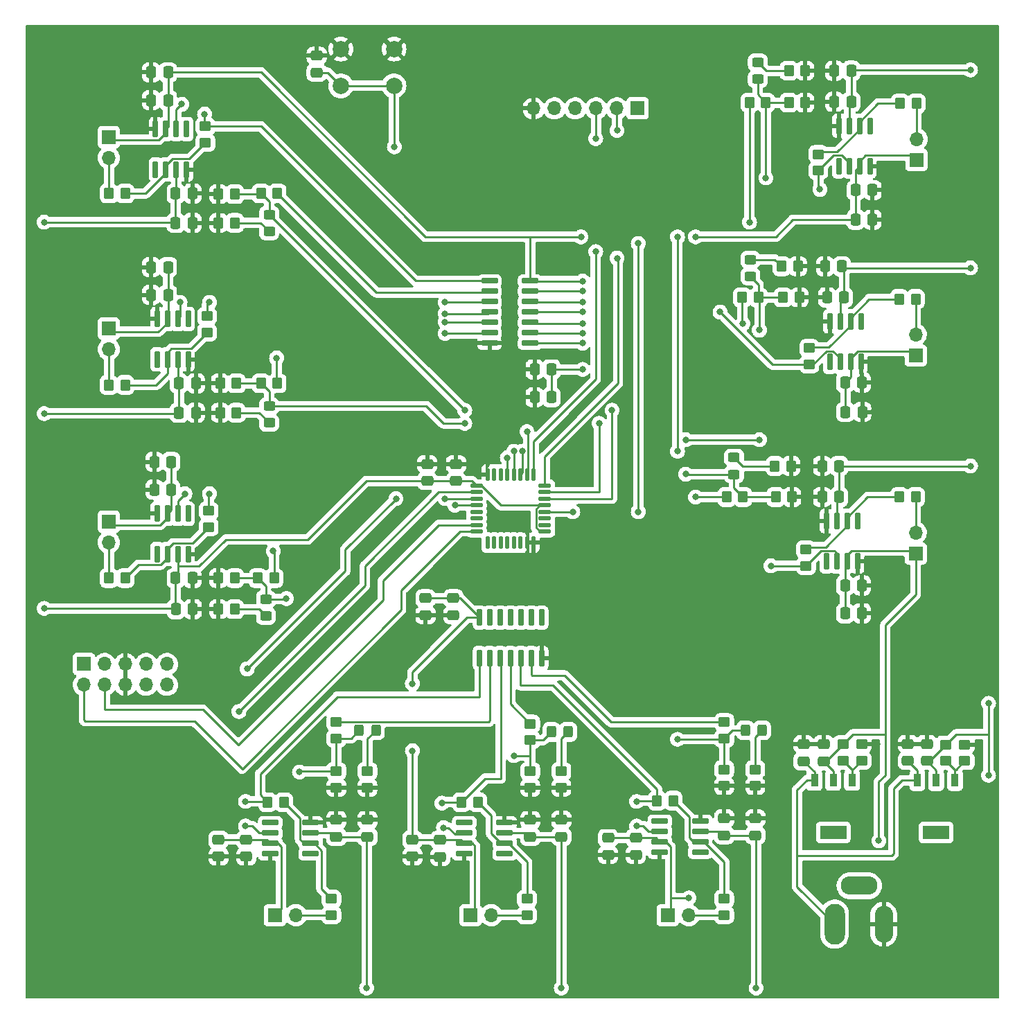
<source format=gbr>
%TF.GenerationSoftware,KiCad,Pcbnew,(6.0.5)*%
%TF.CreationDate,2023-11-04T17:02:32-05:00*%
%TF.ProjectId,ECE395_Digital_Target,45434533-3935-45f4-9469-676974616c5f,rev?*%
%TF.SameCoordinates,Original*%
%TF.FileFunction,Copper,L1,Top*%
%TF.FilePolarity,Positive*%
%FSLAX46Y46*%
G04 Gerber Fmt 4.6, Leading zero omitted, Abs format (unit mm)*
G04 Created by KiCad (PCBNEW (6.0.5)) date 2023-11-04 17:02:32*
%MOMM*%
%LPD*%
G01*
G04 APERTURE LIST*
G04 Aperture macros list*
%AMRoundRect*
0 Rectangle with rounded corners*
0 $1 Rounding radius*
0 $2 $3 $4 $5 $6 $7 $8 $9 X,Y pos of 4 corners*
0 Add a 4 corners polygon primitive as box body*
4,1,4,$2,$3,$4,$5,$6,$7,$8,$9,$2,$3,0*
0 Add four circle primitives for the rounded corners*
1,1,$1+$1,$2,$3*
1,1,$1+$1,$4,$5*
1,1,$1+$1,$6,$7*
1,1,$1+$1,$8,$9*
0 Add four rect primitives between the rounded corners*
20,1,$1+$1,$2,$3,$4,$5,0*
20,1,$1+$1,$4,$5,$6,$7,0*
20,1,$1+$1,$6,$7,$8,$9,0*
20,1,$1+$1,$8,$9,$2,$3,0*%
G04 Aperture macros list end*
%TA.AperFunction,SMDPad,CuDef*%
%ADD10RoundRect,0.250000X0.337500X0.475000X-0.337500X0.475000X-0.337500X-0.475000X0.337500X-0.475000X0*%
%TD*%
%TA.AperFunction,SMDPad,CuDef*%
%ADD11RoundRect,0.250000X0.475000X-0.337500X0.475000X0.337500X-0.475000X0.337500X-0.475000X-0.337500X0*%
%TD*%
%TA.AperFunction,ComponentPad*%
%ADD12R,1.700000X1.700000*%
%TD*%
%TA.AperFunction,ComponentPad*%
%ADD13O,1.700000X1.700000*%
%TD*%
%TA.AperFunction,SMDPad,CuDef*%
%ADD14RoundRect,0.250000X-0.450000X0.325000X-0.450000X-0.325000X0.450000X-0.325000X0.450000X0.325000X0*%
%TD*%
%TA.AperFunction,SMDPad,CuDef*%
%ADD15RoundRect,0.250000X-0.337500X-0.475000X0.337500X-0.475000X0.337500X0.475000X-0.337500X0.475000X0*%
%TD*%
%TA.AperFunction,SMDPad,CuDef*%
%ADD16RoundRect,0.042000X0.943000X0.258000X-0.943000X0.258000X-0.943000X-0.258000X0.943000X-0.258000X0*%
%TD*%
%TA.AperFunction,SMDPad,CuDef*%
%ADD17RoundRect,0.042000X-0.258000X0.943000X-0.258000X-0.943000X0.258000X-0.943000X0.258000X0.943000X0*%
%TD*%
%TA.AperFunction,SMDPad,CuDef*%
%ADD18RoundRect,0.250000X-0.350000X-0.450000X0.350000X-0.450000X0.350000X0.450000X-0.350000X0.450000X0*%
%TD*%
%TA.AperFunction,ComponentPad*%
%ADD19O,2.500000X5.000000*%
%TD*%
%TA.AperFunction,ComponentPad*%
%ADD20O,2.250000X4.500000*%
%TD*%
%TA.AperFunction,ComponentPad*%
%ADD21O,4.500000X2.250000*%
%TD*%
%TA.AperFunction,SMDPad,CuDef*%
%ADD22RoundRect,0.090000X-0.895000X-0.210000X0.895000X-0.210000X0.895000X0.210000X-0.895000X0.210000X0*%
%TD*%
%TA.AperFunction,SMDPad,CuDef*%
%ADD23RoundRect,0.250000X0.450000X-0.350000X0.450000X0.350000X-0.450000X0.350000X-0.450000X-0.350000X0*%
%TD*%
%TA.AperFunction,SMDPad,CuDef*%
%ADD24RoundRect,0.250000X0.350000X0.450000X-0.350000X0.450000X-0.350000X-0.450000X0.350000X-0.450000X0*%
%TD*%
%TA.AperFunction,SMDPad,CuDef*%
%ADD25RoundRect,0.250000X-0.450000X0.350000X-0.450000X-0.350000X0.450000X-0.350000X0.450000X0.350000X0*%
%TD*%
%TA.AperFunction,SMDPad,CuDef*%
%ADD26R,0.914400X1.600200*%
%TD*%
%TA.AperFunction,SMDPad,CuDef*%
%ADD27RoundRect,0.090000X0.210000X-0.895000X0.210000X0.895000X-0.210000X0.895000X-0.210000X-0.895000X0*%
%TD*%
%TA.AperFunction,SMDPad,CuDef*%
%ADD28RoundRect,0.250000X0.325000X0.450000X-0.325000X0.450000X-0.325000X-0.450000X0.325000X-0.450000X0*%
%TD*%
%TA.AperFunction,SMDPad,CuDef*%
%ADD29RoundRect,0.125000X0.625000X0.125000X-0.625000X0.125000X-0.625000X-0.125000X0.625000X-0.125000X0*%
%TD*%
%TA.AperFunction,SMDPad,CuDef*%
%ADD30RoundRect,0.125000X0.125000X0.625000X-0.125000X0.625000X-0.125000X-0.625000X0.125000X-0.625000X0*%
%TD*%
%TA.AperFunction,SMDPad,CuDef*%
%ADD31RoundRect,0.250000X-0.475000X0.337500X-0.475000X-0.337500X0.475000X-0.337500X0.475000X0.337500X0*%
%TD*%
%TA.AperFunction,SMDPad,CuDef*%
%ADD32RoundRect,0.250000X0.450000X-0.325000X0.450000X0.325000X-0.450000X0.325000X-0.450000X-0.325000X0*%
%TD*%
%TA.AperFunction,ComponentPad*%
%ADD33C,2.000000*%
%TD*%
%TA.AperFunction,SMDPad,CuDef*%
%ADD34RoundRect,0.042000X0.258000X-0.943000X0.258000X0.943000X-0.258000X0.943000X-0.258000X-0.943000X0*%
%TD*%
%TA.AperFunction,ViaPad*%
%ADD35C,0.800000*%
%TD*%
%TA.AperFunction,Conductor*%
%ADD36C,0.250000*%
%TD*%
G04 APERTURE END LIST*
%TO.C,CR2*%
G36*
X162000200Y-131200500D02*
G01*
X158799800Y-131200500D01*
X158799800Y-129600300D01*
X162000200Y-129600300D01*
X162000200Y-131200500D01*
G37*
%TO.C,CR1*%
G36*
X149428700Y-131187800D02*
G01*
X146228300Y-131187800D01*
X146228300Y-129587600D01*
X149428700Y-129587600D01*
X149428700Y-131187800D01*
G37*
%TD*%
D10*
%TO.P,C206,1*%
%TO.N,GND*%
X151337500Y-103600000D03*
%TO.P,C206,2*%
%TO.N,6.6V*%
X149262500Y-103600000D03*
%TD*%
D11*
%TO.P,10uF4,1*%
%TO.N,+3V3*%
X159250000Y-121637500D03*
%TO.P,10uF4,2*%
%TO.N,GND*%
X159250000Y-119562500D03*
%TD*%
D12*
%TO.P,S2,1,Pin_1*%
%TO.N,unconnected-(S2-Pad1)*%
X123925000Y-41900000D03*
D13*
%TO.P,S2,2,Pin_2*%
%TO.N,Net-(S2-Pad2)*%
X121385000Y-41900000D03*
%TO.P,S2,3,Pin_3*%
%TO.N,Net-(S2-Pad3)*%
X118845000Y-41900000D03*
%TO.P,S2,4,Pin_4*%
%TO.N,unconnected-(S2-Pad4)*%
X116305000Y-41900000D03*
%TO.P,S2,5,Pin_5*%
%TO.N,unconnected-(S2-Pad5)*%
X113765000Y-41900000D03*
%TO.P,S2,6,Pin_6*%
%TO.N,GND*%
X111225000Y-41900000D03*
%TD*%
D14*
%TO.P,D6,1,K*%
%TO.N,Net-(D6-Pad1)*%
X135700000Y-84575000D03*
%TO.P,D6,2,A*%
%TO.N,Net-(U1-Pad13)*%
X135700000Y-86625000D03*
%TD*%
D15*
%TO.P,C234,1*%
%TO.N,GND*%
X147962500Y-41100000D03*
%TO.P,C234,2*%
%TO.N,+3V3*%
X150037500Y-41100000D03*
%TD*%
D10*
%TO.P,C232,1*%
%TO.N,GND*%
X69937500Y-75500000D03*
%TO.P,C232,2*%
%TO.N,+3V3*%
X67862500Y-75500000D03*
%TD*%
D16*
%TO.P,OP9,1,OFFSET_N1*%
%TO.N,unconnected-(OP9-Pad1)*%
X131570000Y-132805000D03*
%TO.P,OP9,2,IN-*%
%TO.N,Net-(OP9-Pad2)*%
X131570000Y-131535000D03*
%TO.P,OP9,3,IN+*%
%TO.N,+3V3*%
X131570000Y-130265000D03*
%TO.P,OP9,4,GND*%
%TO.N,GND*%
X131570000Y-128995000D03*
%TO.P,OP9,5,OFFSET_N2*%
%TO.N,unconnected-(OP9-Pad5)*%
X126630000Y-128995000D03*
%TO.P,OP9,6,OUT*%
%TO.N,Net-(NOT2-Pad5)*%
X126630000Y-130265000D03*
%TO.P,OP9,7,VDD*%
%TO.N,6.6V*%
X126630000Y-131535000D03*
%TO.P,OP9,8,BIAS_SELECT*%
%TO.N,GND*%
X126630000Y-132805000D03*
%TD*%
D17*
%TO.P,OP4,1,OFFSET_N1*%
%TO.N,unconnected-(OP4-Pad1)*%
X152305000Y-44030000D03*
%TO.P,OP4,2,IN-*%
%TO.N,Net-(OP4-Pad2)*%
X151035000Y-44030000D03*
%TO.P,OP4,3,IN+*%
%TO.N,+3V3*%
X149765000Y-44030000D03*
%TO.P,OP4,4,GND*%
%TO.N,GND*%
X148495000Y-44030000D03*
%TO.P,OP4,5,OFFSET_N2*%
%TO.N,unconnected-(OP4-Pad5)*%
X148495000Y-48970000D03*
%TO.P,OP4,6,OUT*%
%TO.N,Net-(OP4-Pad6)*%
X149765000Y-48970000D03*
%TO.P,OP4,7,VDD*%
%TO.N,6.6V*%
X151035000Y-48970000D03*
%TO.P,OP4,8,BIAS_SELECT*%
%TO.N,GND*%
X152305000Y-48970000D03*
%TD*%
%TO.P,OP6,1,OFFSET_N1*%
%TO.N,unconnected-(OP6-Pad1)*%
X150805000Y-92330000D03*
%TO.P,OP6,2,IN-*%
%TO.N,Net-(OP6-Pad2)*%
X149535000Y-92330000D03*
%TO.P,OP6,3,IN+*%
%TO.N,+3V3*%
X148265000Y-92330000D03*
%TO.P,OP6,4,GND*%
%TO.N,GND*%
X146995000Y-92330000D03*
%TO.P,OP6,5,OFFSET_N2*%
%TO.N,unconnected-(OP6-Pad5)*%
X146995000Y-97270000D03*
%TO.P,OP6,6,OUT*%
%TO.N,Net-(OP6-Pad6)*%
X148265000Y-97270000D03*
%TO.P,OP6,7,VDD*%
%TO.N,6.6V*%
X149535000Y-97270000D03*
%TO.P,OP6,8,BIAS_SELECT*%
%TO.N,GND*%
X150805000Y-97270000D03*
%TD*%
D15*
%TO.P,C212,1*%
%TO.N,GND*%
X64462500Y-64700000D03*
%TO.P,C212,2*%
%TO.N,6.6V*%
X66537500Y-64700000D03*
%TD*%
D11*
%TO.P,10uF1,1*%
%TO.N,+12V*%
X144200000Y-121687500D03*
%TO.P,10uF1,2*%
%TO.N,GND*%
X144200000Y-119612500D03*
%TD*%
D15*
%TO.P,C235,1*%
%TO.N,GND*%
X147062500Y-65000000D03*
%TO.P,C235,2*%
%TO.N,+3V3*%
X149137500Y-65000000D03*
%TD*%
D18*
%TO.P,R4,1*%
%TO.N,Net-(NOT1-Pad12)*%
X137600000Y-41200000D03*
%TO.P,R4,2*%
%TO.N,Net-(U1-Pad11)*%
X139600000Y-41200000D03*
%TD*%
D19*
%TO.P,J0,1*%
%TO.N,+12V*%
X148000000Y-141600000D03*
D20*
%TO.P,J0,2*%
%TO.N,GND*%
X154000000Y-141600000D03*
D21*
%TO.P,J0,3*%
%TO.N,unconnected-(J0-Pad3)*%
X151000000Y-136900000D03*
%TD*%
D11*
%TO.P,C218,1*%
%TO.N,GND*%
X99800000Y-133375000D03*
%TO.P,C218,2*%
%TO.N,6.6V*%
X99800000Y-131300000D03*
%TD*%
D22*
%TO.P,NOT1,1,1A*%
%TO.N,Net-(NOT1-Pad1)*%
X105825000Y-62990000D03*
%TO.P,NOT1,2,1Y*%
%TO.N,Net-(NOT1-Pad2)*%
X105825000Y-64260000D03*
%TO.P,NOT1,3,2A*%
%TO.N,Net-(NOT1-Pad3)*%
X105825000Y-65530000D03*
%TO.P,NOT1,4,2Y*%
%TO.N,Net-(NOT1-Pad4)*%
X105825000Y-66800000D03*
%TO.P,NOT1,5,3A*%
%TO.N,Net-(NOT1-Pad5)*%
X105825000Y-68070000D03*
%TO.P,NOT1,6,3Y*%
%TO.N,Net-(NOT1-Pad6)*%
X105825000Y-69340000D03*
%TO.P,NOT1,7,GND*%
%TO.N,GND*%
X105825000Y-70610000D03*
%TO.P,NOT1,8,4Y*%
%TO.N,Net-(NOT1-Pad8)*%
X110775000Y-70610000D03*
%TO.P,NOT1,9,4A*%
%TO.N,Net-(OP6-Pad6)*%
X110775000Y-69340000D03*
%TO.P,NOT1,10,5Y*%
%TO.N,Net-(NOT1-Pad10)*%
X110775000Y-68070000D03*
%TO.P,NOT1,11,5A*%
%TO.N,Net-(NOT1-Pad11)*%
X110775000Y-66800000D03*
%TO.P,NOT1,12,6Y*%
%TO.N,Net-(NOT1-Pad12)*%
X110775000Y-65530000D03*
%TO.P,NOT1,13,6A*%
%TO.N,Net-(OP4-Pad6)*%
X110775000Y-64260000D03*
%TO.P,NOT1,14,VCC*%
%TO.N,6.6V*%
X110775000Y-62990000D03*
%TD*%
D10*
%TO.P,C205,1*%
%TO.N,GND*%
X151375000Y-79000000D03*
%TO.P,C205,2*%
%TO.N,6.6V*%
X149300000Y-79000000D03*
%TD*%
D23*
%TO.P,R22,1*%
%TO.N,Net-(OP2-Pad2)*%
X71300000Y-69300000D03*
%TO.P,R22,2*%
%TO.N,Net-(NOT1-Pad3)*%
X71300000Y-67300000D03*
%TD*%
D24*
%TO.P,R35,1*%
%TO.N,Net-(J5-Pad2)*%
X157900000Y-65200000D03*
%TO.P,R35,2*%
%TO.N,Net-(OP5-Pad2)*%
X155900000Y-65200000D03*
%TD*%
%TO.P,R29,1*%
%TO.N,Net-(OP9-Pad2)*%
X128300000Y-126500000D03*
%TO.P,R29,2*%
%TO.N,Net-(NOT2-Pad5)*%
X126300000Y-126500000D03*
%TD*%
D18*
%TO.P,R11,1*%
%TO.N,GND*%
X72700000Y-52380000D03*
%TO.P,R11,2*%
%TO.N,Net-(D1-Pad2)*%
X74700000Y-52380000D03*
%TD*%
D10*
%TO.P,C215,1*%
%TO.N,GND*%
X151337500Y-75400000D03*
%TO.P,C215,2*%
%TO.N,6.6V*%
X149262500Y-75400000D03*
%TD*%
%TO.P,C204,1*%
%TO.N,GND*%
X152637500Y-55500000D03*
%TO.P,C204,2*%
%TO.N,6.6V*%
X150562500Y-55500000D03*
%TD*%
D18*
%TO.P,R33,1*%
%TO.N,Net-(J3-Pad2)*%
X59300000Y-99300000D03*
%TO.P,R33,2*%
%TO.N,Net-(OP3-Pad2)*%
X61300000Y-99300000D03*
%TD*%
D11*
%TO.P,C241,1*%
%TO.N,GND*%
X98000000Y-103837500D03*
%TO.P,C241,2*%
%TO.N,6.6V*%
X98000000Y-101762500D03*
%TD*%
D23*
%TO.P,R21,1*%
%TO.N,Net-(OP1-Pad2)*%
X71100000Y-46100000D03*
%TO.P,R21,2*%
%TO.N,Net-(NOT1-Pad1)*%
X71100000Y-44100000D03*
%TD*%
D25*
%TO.P,R24,1*%
%TO.N,Net-(OP4-Pad2)*%
X146000000Y-47500000D03*
%TO.P,R24,2*%
%TO.N,Net-(OP4-Pad6)*%
X146000000Y-49500000D03*
%TD*%
D18*
%TO.P,R5,1*%
%TO.N,Net-(NOT1-Pad10)*%
X136700000Y-65000000D03*
%TO.P,R5,2*%
%TO.N,Net-(U1-Pad12)*%
X138700000Y-65000000D03*
%TD*%
D25*
%TO.P,R25,1*%
%TO.N,Net-(OP5-Pad2)*%
X144900000Y-71200000D03*
%TO.P,R25,2*%
%TO.N,Net-(NOT1-Pad11)*%
X144900000Y-73200000D03*
%TD*%
D15*
%TO.P,C203,1*%
%TO.N,GND*%
X64862500Y-85100000D03*
%TO.P,C203,2*%
%TO.N,6.6V*%
X66937500Y-85100000D03*
%TD*%
D18*
%TO.P,R13,1*%
%TO.N,GND*%
X72700000Y-99300000D03*
%TO.P,R13,2*%
%TO.N,Net-(D3-Pad2)*%
X74700000Y-99300000D03*
%TD*%
D16*
%TO.P,OP8,1,OFFSET_N1*%
%TO.N,unconnected-(OP8-Pad1)*%
X107670000Y-133005000D03*
%TO.P,OP8,2,IN-*%
%TO.N,Net-(OP8-Pad2)*%
X107670000Y-131735000D03*
%TO.P,OP8,3,IN+*%
%TO.N,+3V3*%
X107670000Y-130465000D03*
%TO.P,OP8,4,GND*%
%TO.N,GND*%
X107670000Y-129195000D03*
%TO.P,OP8,5,OFFSET_N2*%
%TO.N,unconnected-(OP8-Pad5)*%
X102730000Y-129195000D03*
%TO.P,OP8,6,OUT*%
%TO.N,Net-(NOT2-Pad3)*%
X102730000Y-130465000D03*
%TO.P,OP8,7,VDD*%
%TO.N,6.6V*%
X102730000Y-131735000D03*
%TO.P,OP8,8,BIAS_SELECT*%
%TO.N,GND*%
X102730000Y-133005000D03*
%TD*%
D26*
%TO.P,CR2,1,ADJ/GND*%
%TO.N,Net-(CR2-Pad1)*%
X162700000Y-123999600D03*
%TO.P,CR2,2,VOUT*%
%TO.N,+3V3*%
X160400000Y-123999600D03*
%TO.P,CR2,3,VIN*%
%TO.N,+12V*%
X158100000Y-123999600D03*
%TD*%
D15*
%TO.P,C225,1*%
%TO.N,GND*%
X146825000Y-61200000D03*
%TO.P,C225,2*%
%TO.N,+3V3*%
X148900000Y-61200000D03*
%TD*%
D10*
%TO.P,C214,1*%
%TO.N,GND*%
X152637500Y-51900000D03*
%TO.P,C214,2*%
%TO.N,6.6V*%
X150562500Y-51900000D03*
%TD*%
%TO.P,C233,1*%
%TO.N,GND*%
X69537500Y-99300000D03*
%TO.P,C233,2*%
%TO.N,+3V3*%
X67462500Y-99300000D03*
%TD*%
D25*
%TO.P,R101,1*%
%TO.N,+3V3*%
X161600000Y-119650000D03*
%TO.P,R101,2*%
%TO.N,Net-(CR2-Pad1)*%
X161600000Y-121650000D03*
%TD*%
D11*
%TO.P,C217,1*%
%TO.N,GND*%
X76100000Y-133337500D03*
%TO.P,C217,2*%
%TO.N,6.6V*%
X76100000Y-131262500D03*
%TD*%
%TO.P,C208,1*%
%TO.N,GND*%
X96400000Y-133337500D03*
%TO.P,C208,2*%
%TO.N,6.6V*%
X96400000Y-131262500D03*
%TD*%
D15*
%TO.P,C211,1*%
%TO.N,GND*%
X64462500Y-40900000D03*
%TO.P,C211,2*%
%TO.N,6.6V*%
X66537500Y-40900000D03*
%TD*%
D23*
%TO.P,R9,1*%
%TO.N,Net-(D9-Pad2)*%
X134500000Y-118900000D03*
%TO.P,R9,2*%
%TO.N,Net-(NOT2-Pad6)*%
X134500000Y-116900000D03*
%TD*%
D15*
%TO.P,C224,1*%
%TO.N,GND*%
X147962500Y-37300000D03*
%TO.P,C224,2*%
%TO.N,+3V3*%
X150037500Y-37300000D03*
%TD*%
D23*
%TO.P,R49,1*%
%TO.N,GND*%
X138300000Y-124700000D03*
%TO.P,R49,2*%
%TO.N,Net-(D9-Pad1)*%
X138300000Y-122700000D03*
%TD*%
D15*
%TO.P,C202,1*%
%TO.N,GND*%
X64462500Y-61300000D03*
%TO.P,C202,2*%
%TO.N,6.6V*%
X66537500Y-61300000D03*
%TD*%
D12*
%TO.P,J1,1,Pin_1*%
%TO.N,6.6V*%
X59300000Y-45400000D03*
D13*
%TO.P,J1,2,Pin_2*%
%TO.N,Net-(J1-Pad2)*%
X59300000Y-47940000D03*
%TD*%
D12*
%TO.P,J7,1,Pin_1*%
%TO.N,6.6V*%
X79600000Y-140500000D03*
D13*
%TO.P,J7,2,Pin_2*%
%TO.N,Net-(J7-Pad2)*%
X82140000Y-140500000D03*
%TD*%
D26*
%TO.P,CR1,1,ADJ/GND*%
%TO.N,Net-(R102-Pad1)*%
X150128500Y-123986900D03*
%TO.P,CR1,2,VOUT*%
%TO.N,6.6V*%
X147828500Y-123986900D03*
%TO.P,CR1,3,VIN*%
%TO.N,+12V*%
X145528500Y-123986900D03*
%TD*%
D15*
%TO.P,C236,1*%
%TO.N,GND*%
X146462500Y-89400000D03*
%TO.P,C236,2*%
%TO.N,+3V3*%
X148537500Y-89400000D03*
%TD*%
D11*
%TO.P,C207,1*%
%TO.N,GND*%
X72700000Y-133337500D03*
%TO.P,C207,2*%
%TO.N,6.6V*%
X72700000Y-131262500D03*
%TD*%
D18*
%TO.P,R42,1*%
%TO.N,GND*%
X72900000Y-79100000D03*
%TO.P,R42,2*%
%TO.N,Net-(D2-Pad1)*%
X74900000Y-79100000D03*
%TD*%
D23*
%TO.P,R18,1*%
%TO.N,GND*%
X110800000Y-124900000D03*
%TO.P,R18,2*%
%TO.N,Net-(D8-Pad2)*%
X110800000Y-122900000D03*
%TD*%
D12*
%TO.P,J4,1,Pin_1*%
%TO.N,6.6V*%
X158000000Y-48200000D03*
D13*
%TO.P,J4,2,Pin_2*%
%TO.N,Net-(J4-Pad2)*%
X158000000Y-45660000D03*
%TD*%
D11*
%TO.P,C300,1*%
%TO.N,Net-(C300-Pad1)*%
X84700000Y-37537500D03*
%TO.P,C300,2*%
%TO.N,GND*%
X84700000Y-35462500D03*
%TD*%
D24*
%TO.P,R27,1*%
%TO.N,Net-(OP7-Pad2)*%
X80700000Y-126700000D03*
%TO.P,R27,2*%
%TO.N,Net-(NOT2-Pad1)*%
X78700000Y-126700000D03*
%TD*%
D14*
%TO.P,D5,1,K*%
%TO.N,Net-(D5-Pad1)*%
X137700000Y-60375000D03*
%TO.P,D5,2,A*%
%TO.N,Net-(U1-Pad12)*%
X137700000Y-62425000D03*
%TD*%
D10*
%TO.P,C223,1*%
%TO.N,GND*%
X69575000Y-103100000D03*
%TO.P,C223,2*%
%TO.N,+3V3*%
X67500000Y-103100000D03*
%TD*%
D27*
%TO.P,NOT2,1,1A*%
%TO.N,Net-(NOT2-Pad1)*%
X104590000Y-109075000D03*
%TO.P,NOT2,2,1Y*%
%TO.N,Net-(NOT2-Pad2)*%
X105860000Y-109075000D03*
%TO.P,NOT2,3,2A*%
%TO.N,Net-(NOT2-Pad3)*%
X107130000Y-109075000D03*
%TO.P,NOT2,4,2Y*%
%TO.N,Net-(NOT2-Pad4)*%
X108400000Y-109075000D03*
%TO.P,NOT2,5,3A*%
%TO.N,Net-(NOT2-Pad5)*%
X109670000Y-109075000D03*
%TO.P,NOT2,6,3Y*%
%TO.N,Net-(NOT2-Pad6)*%
X110940000Y-109075000D03*
%TO.P,NOT2,7,GND*%
%TO.N,GND*%
X112210000Y-109075000D03*
%TO.P,NOT2,8,4Y*%
%TO.N,unconnected-(NOT2-Pad8)*%
X112210000Y-104125000D03*
%TO.P,NOT2,9,4A*%
%TO.N,unconnected-(NOT2-Pad9)*%
X110940000Y-104125000D03*
%TO.P,NOT2,10,5Y*%
%TO.N,unconnected-(NOT2-Pad10)*%
X109670000Y-104125000D03*
%TO.P,NOT2,11,5A*%
%TO.N,unconnected-(NOT2-Pad11)*%
X108400000Y-104125000D03*
%TO.P,NOT2,12,6Y*%
%TO.N,unconnected-(NOT2-Pad12)*%
X107130000Y-104125000D03*
%TO.P,NOT2,13,6A*%
%TO.N,unconnected-(NOT2-Pad13)*%
X105860000Y-104125000D03*
%TO.P,NOT2,14,VCC*%
%TO.N,6.6V*%
X104590000Y-104125000D03*
%TD*%
D10*
%TO.P,C216,1*%
%TO.N,GND*%
X151337500Y-100200000D03*
%TO.P,C216,2*%
%TO.N,6.6V*%
X149262500Y-100200000D03*
%TD*%
D12*
%TO.P,J5,1,Pin_1*%
%TO.N,6.6V*%
X157900000Y-72100000D03*
D13*
%TO.P,J5,2,Pin_2*%
%TO.N,Net-(J5-Pad2)*%
X157900000Y-69560000D03*
%TD*%
D18*
%TO.P,R6,1*%
%TO.N,Net-(NOT1-Pad8)*%
X134800000Y-89400000D03*
%TO.P,R6,2*%
%TO.N,Net-(U1-Pad13)*%
X136800000Y-89400000D03*
%TD*%
D15*
%TO.P,C213,1*%
%TO.N,GND*%
X64862500Y-88500000D03*
%TO.P,C213,2*%
%TO.N,6.6V*%
X66937500Y-88500000D03*
%TD*%
%TO.P,C226,1*%
%TO.N,GND*%
X146462500Y-85600000D03*
%TO.P,C226,2*%
%TO.N,+3V3*%
X148537500Y-85600000D03*
%TD*%
D10*
%TO.P,C221,1*%
%TO.N,GND*%
X69537500Y-55900000D03*
%TO.P,C221,2*%
%TO.N,+3V3*%
X67462500Y-55900000D03*
%TD*%
D24*
%TO.P,R46,1*%
%TO.N,GND*%
X142700000Y-85600000D03*
%TO.P,R46,2*%
%TO.N,Net-(D6-Pad1)*%
X140700000Y-85600000D03*
%TD*%
D12*
%TO.P,S1,1,Pin_1*%
%TO.N,unconnected-(S1-Pad1)*%
X56260000Y-109800000D03*
D13*
%TO.P,S1,2,Pin_2*%
%TO.N,Net-(S1-Pad2)*%
X56260000Y-112340000D03*
%TO.P,S1,3,Pin_3*%
%TO.N,unconnected-(S1-Pad3)*%
X58800000Y-109800000D03*
%TO.P,S1,4,Pin_4*%
%TO.N,Net-(S1-Pad4)*%
X58800000Y-112340000D03*
%TO.P,S1,5,Pin_5*%
%TO.N,GND*%
X61340000Y-109800000D03*
%TO.P,S1,6,Pin_6*%
X61340000Y-112340000D03*
%TO.P,S1,7,Pin_7*%
%TO.N,unconnected-(S1-Pad7)*%
X63880000Y-109800000D03*
%TO.P,S1,8,Pin_8*%
%TO.N,unconnected-(S1-Pad8)*%
X63880000Y-112340000D03*
%TO.P,S1,9,Pin_9*%
%TO.N,unconnected-(S1-Pad9)*%
X66420000Y-109800000D03*
%TO.P,S1,10,Pin_10*%
%TO.N,unconnected-(S1-Pad10)*%
X66420000Y-112340000D03*
%TD*%
D23*
%TO.P,R7,1*%
%TO.N,Net-(D7-Pad2)*%
X87100000Y-118900000D03*
%TO.P,R7,2*%
%TO.N,Net-(NOT2-Pad2)*%
X87100000Y-116900000D03*
%TD*%
D14*
%TO.P,D4,1,K*%
%TO.N,Net-(D4-Pad1)*%
X138600000Y-36275000D03*
%TO.P,D4,2,A*%
%TO.N,Net-(U1-Pad11)*%
X138600000Y-38325000D03*
%TD*%
D12*
%TO.P,J9,1,Pin_1*%
%TO.N,6.6V*%
X127600000Y-140500000D03*
D13*
%TO.P,J9,2,Pin_2*%
%TO.N,Net-(J9-Pad2)*%
X130140000Y-140500000D03*
%TD*%
D16*
%TO.P,OP7,1,OFFSET_N1*%
%TO.N,unconnected-(OP7-Pad1)*%
X83970000Y-133005000D03*
%TO.P,OP7,2,IN-*%
%TO.N,Net-(OP7-Pad2)*%
X83970000Y-131735000D03*
%TO.P,OP7,3,IN+*%
%TO.N,+3V3*%
X83970000Y-130465000D03*
%TO.P,OP7,4,GND*%
%TO.N,GND*%
X83970000Y-129195000D03*
%TO.P,OP7,5,OFFSET_N2*%
%TO.N,unconnected-(OP7-Pad5)*%
X79030000Y-129195000D03*
%TO.P,OP7,6,OUT*%
%TO.N,Net-(NOT2-Pad1)*%
X79030000Y-130465000D03*
%TO.P,OP7,7,VDD*%
%TO.N,6.6V*%
X79030000Y-131735000D03*
%TO.P,OP7,8,BIAS_SELECT*%
%TO.N,GND*%
X79030000Y-133005000D03*
%TD*%
D18*
%TO.P,R43,1*%
%TO.N,GND*%
X72700000Y-103100000D03*
%TO.P,R43,2*%
%TO.N,Net-(D3-Pad1)*%
X74700000Y-103100000D03*
%TD*%
%TO.P,R14,1*%
%TO.N,Net-(U1-Pad11)*%
X142400000Y-41200000D03*
%TO.P,R14,2*%
%TO.N,GND*%
X144400000Y-41200000D03*
%TD*%
D28*
%TO.P,D7,1,K*%
%TO.N,Net-(D7-Pad1)*%
X91950000Y-117900000D03*
%TO.P,D7,2,A*%
%TO.N,Net-(D7-Pad2)*%
X89900000Y-117900000D03*
%TD*%
D18*
%TO.P,R31,1*%
%TO.N,Net-(J1-Pad2)*%
X59300000Y-52300000D03*
%TO.P,R31,2*%
%TO.N,Net-(OP1-Pad2)*%
X61300000Y-52300000D03*
%TD*%
D23*
%TO.P,R48,1*%
%TO.N,GND*%
X114600000Y-124900000D03*
%TO.P,R48,2*%
%TO.N,Net-(D8-Pad1)*%
X114600000Y-122900000D03*
%TD*%
D29*
%TO.P,U1,1,VDD*%
%TO.N,+3V3*%
X112575000Y-93600000D03*
%TO.P,U1,2,PC14*%
%TO.N,unconnected-(U1-Pad2)*%
X112575000Y-92800000D03*
%TO.P,U1,3,PC15*%
%TO.N,unconnected-(U1-Pad3)*%
X112575000Y-92000000D03*
%TO.P,U1,4,NRST*%
%TO.N,Net-(C300-Pad1)*%
X112575000Y-91200000D03*
%TO.P,U1,5,VDDA*%
%TO.N,+3V3*%
X112575000Y-90400000D03*
%TO.P,U1,6,PA0*%
%TO.N,Net-(D1-Pad2)*%
X112575000Y-89600000D03*
%TO.P,U1,7,PA1*%
%TO.N,Net-(D2-Pad2)*%
X112575000Y-88800000D03*
%TO.P,U1,8,PA2*%
%TO.N,Net-(S2-Pad2)*%
X112575000Y-88000000D03*
D30*
%TO.P,U1,9,PA3*%
%TO.N,Net-(S2-Pad3)*%
X111200000Y-86625000D03*
%TO.P,U1,10,PA4*%
%TO.N,Net-(D3-Pad2)*%
X110400000Y-86625000D03*
%TO.P,U1,11,PA5*%
%TO.N,Net-(U1-Pad11)*%
X109600000Y-86625000D03*
%TO.P,U1,12,PA6*%
%TO.N,Net-(U1-Pad12)*%
X108800000Y-86625000D03*
%TO.P,U1,13,PA7*%
%TO.N,Net-(U1-Pad13)*%
X108000000Y-86625000D03*
%TO.P,U1,14,PB0*%
%TO.N,unconnected-(U1-Pad14)*%
X107200000Y-86625000D03*
%TO.P,U1,15,PB1*%
%TO.N,unconnected-(U1-Pad15)*%
X106400000Y-86625000D03*
%TO.P,U1,16,VSS*%
%TO.N,GND*%
X105600000Y-86625000D03*
D29*
%TO.P,U1,17,VDD*%
%TO.N,+3V3*%
X104225000Y-88000000D03*
%TO.P,U1,18,PA8*%
%TO.N,Net-(D7-Pad2)*%
X104225000Y-88800000D03*
%TO.P,U1,19,PA9*%
%TO.N,Net-(D8-Pad2)*%
X104225000Y-89600000D03*
%TO.P,U1,20,PA10*%
%TO.N,Net-(D9-Pad2)*%
X104225000Y-90400000D03*
%TO.P,U1,21,PA11*%
%TO.N,unconnected-(U1-Pad21)*%
X104225000Y-91200000D03*
%TO.P,U1,22,PA12*%
%TO.N,unconnected-(U1-Pad22)*%
X104225000Y-92000000D03*
%TO.P,U1,23,PA13*%
%TO.N,Net-(S1-Pad4)*%
X104225000Y-92800000D03*
%TO.P,U1,24,PA14*%
%TO.N,Net-(S1-Pad2)*%
X104225000Y-93600000D03*
D30*
%TO.P,U1,25,PA15*%
%TO.N,unconnected-(U1-Pad25)*%
X105600000Y-94975000D03*
%TO.P,U1,26,PB3*%
%TO.N,unconnected-(U1-Pad26)*%
X106400000Y-94975000D03*
%TO.P,U1,27,PB4*%
%TO.N,unconnected-(U1-Pad27)*%
X107200000Y-94975000D03*
%TO.P,U1,28,PB5*%
%TO.N,unconnected-(U1-Pad28)*%
X108000000Y-94975000D03*
%TO.P,U1,29,PB6*%
%TO.N,unconnected-(U1-Pad29)*%
X108800000Y-94975000D03*
%TO.P,U1,30,PB7*%
%TO.N,unconnected-(U1-Pad30)*%
X109600000Y-94975000D03*
%TO.P,U1,31,BOOT0*%
%TO.N,GND*%
X110400000Y-94975000D03*
%TO.P,U1,32,VSS*%
X111200000Y-94975000D03*
%TD*%
D31*
%TO.P,C229,1*%
%TO.N,GND*%
X138300000Y-128662500D03*
%TO.P,C229,2*%
%TO.N,+3V3*%
X138300000Y-130737500D03*
%TD*%
D15*
%TO.P,C250,1*%
%TO.N,GND*%
X111325000Y-77200000D03*
%TO.P,C250,2*%
%TO.N,6.6V*%
X113400000Y-77200000D03*
%TD*%
D11*
%TO.P,C219,1*%
%TO.N,GND*%
X123700000Y-133137500D03*
%TO.P,C219,2*%
%TO.N,6.6V*%
X123700000Y-131062500D03*
%TD*%
D23*
%TO.P,R39,1*%
%TO.N,Net-(J9-Pad2)*%
X134500000Y-140500000D03*
%TO.P,R39,2*%
%TO.N,Net-(OP9-Pad2)*%
X134500000Y-138500000D03*
%TD*%
D18*
%TO.P,R16,1*%
%TO.N,Net-(U1-Pad13)*%
X140800000Y-89400000D03*
%TO.P,R16,2*%
%TO.N,GND*%
X142800000Y-89400000D03*
%TD*%
D15*
%TO.P,C201,1*%
%TO.N,GND*%
X64462500Y-37500000D03*
%TO.P,C201,2*%
%TO.N,6.6V*%
X66537500Y-37500000D03*
%TD*%
D31*
%TO.P,C242,1*%
%TO.N,GND*%
X98200000Y-85362500D03*
%TO.P,C242,2*%
%TO.N,+3V3*%
X98200000Y-87437500D03*
%TD*%
%TO.P,C237,1*%
%TO.N,GND*%
X87100000Y-128862500D03*
%TO.P,C237,2*%
%TO.N,+3V3*%
X87100000Y-130937500D03*
%TD*%
D28*
%TO.P,D9,1,K*%
%TO.N,Net-(D9-Pad1)*%
X139125000Y-117900000D03*
%TO.P,D9,2,A*%
%TO.N,Net-(D9-Pad2)*%
X137075000Y-117900000D03*
%TD*%
D18*
%TO.P,R12,1*%
%TO.N,GND*%
X72900000Y-75500000D03*
%TO.P,R12,2*%
%TO.N,Net-(D2-Pad2)*%
X74900000Y-75500000D03*
%TD*%
%TO.P,R2,1*%
%TO.N,Net-(D2-Pad2)*%
X77900000Y-75500000D03*
%TO.P,R2,2*%
%TO.N,Net-(NOT1-Pad4)*%
X79900000Y-75500000D03*
%TD*%
D12*
%TO.P,J6,1,Pin_1*%
%TO.N,6.6V*%
X157900000Y-96300000D03*
D13*
%TO.P,J6,2,Pin_2*%
%TO.N,Net-(J6-Pad2)*%
X157900000Y-93760000D03*
%TD*%
D11*
%TO.P,10uF2,1*%
%TO.N,+12V*%
X156950000Y-121637500D03*
%TO.P,10uF2,2*%
%TO.N,GND*%
X156950000Y-119562500D03*
%TD*%
D23*
%TO.P,R23,1*%
%TO.N,Net-(OP3-Pad2)*%
X71500000Y-93100000D03*
%TO.P,R23,2*%
%TO.N,Net-(NOT1-Pad5)*%
X71500000Y-91100000D03*
%TD*%
D18*
%TO.P,R1,1*%
%TO.N,Net-(D1-Pad2)*%
X77900000Y-52300000D03*
%TO.P,R1,2*%
%TO.N,Net-(NOT1-Pad2)*%
X79900000Y-52300000D03*
%TD*%
D23*
%TO.P,R17,1*%
%TO.N,GND*%
X87100000Y-124900000D03*
%TO.P,R17,2*%
%TO.N,Net-(D7-Pad2)*%
X87100000Y-122900000D03*
%TD*%
D18*
%TO.P,R41,1*%
%TO.N,GND*%
X72700000Y-55900000D03*
%TO.P,R41,2*%
%TO.N,Net-(D1-Pad1)*%
X74700000Y-55900000D03*
%TD*%
D12*
%TO.P,J8,1,Pin_1*%
%TO.N,6.6V*%
X103500000Y-140500000D03*
D13*
%TO.P,J8,2,Pin_2*%
%TO.N,Net-(J8-Pad2)*%
X106040000Y-140500000D03*
%TD*%
D32*
%TO.P,D2,1,K*%
%TO.N,Net-(D2-Pad1)*%
X78900000Y-80325000D03*
%TO.P,D2,2,A*%
%TO.N,Net-(D2-Pad2)*%
X78900000Y-78275000D03*
%TD*%
D31*
%TO.P,C238,1*%
%TO.N,GND*%
X110800000Y-128862500D03*
%TO.P,C238,2*%
%TO.N,+3V3*%
X110800000Y-130937500D03*
%TD*%
D11*
%TO.P,C251,1*%
%TO.N,GND*%
X101400000Y-103837500D03*
%TO.P,C251,2*%
%TO.N,6.6V*%
X101400000Y-101762500D03*
%TD*%
D18*
%TO.P,R3,1*%
%TO.N,Net-(D3-Pad2)*%
X77500000Y-99300000D03*
%TO.P,R3,2*%
%TO.N,Net-(NOT1-Pad6)*%
X79500000Y-99300000D03*
%TD*%
D33*
%TO.P,SW1,1,1*%
%TO.N,GND*%
X87650000Y-34650000D03*
X94150000Y-34650000D03*
%TO.P,SW1,2,2*%
%TO.N,Net-(C300-Pad1)*%
X94150000Y-39150000D03*
X87650000Y-39150000D03*
%TD*%
D10*
%TO.P,C222,1*%
%TO.N,GND*%
X69937500Y-79100000D03*
%TO.P,C222,2*%
%TO.N,+3V3*%
X67862500Y-79100000D03*
%TD*%
D11*
%TO.P,10uF3,1*%
%TO.N,6.6V*%
X146650000Y-121687500D03*
%TO.P,10uF3,2*%
%TO.N,GND*%
X146650000Y-119612500D03*
%TD*%
D23*
%TO.P,R47,1*%
%TO.N,GND*%
X90900000Y-124900000D03*
%TO.P,R47,2*%
%TO.N,Net-(D7-Pad1)*%
X90900000Y-122900000D03*
%TD*%
D24*
%TO.P,R44,1*%
%TO.N,GND*%
X144400000Y-37300000D03*
%TO.P,R44,2*%
%TO.N,Net-(D4-Pad1)*%
X142400000Y-37300000D03*
%TD*%
D34*
%TO.P,OP2,1,OFFSET_N1*%
%TO.N,unconnected-(OP2-Pad1)*%
X65195000Y-72570000D03*
%TO.P,OP2,2,IN-*%
%TO.N,Net-(OP2-Pad2)*%
X66465000Y-72570000D03*
%TO.P,OP2,3,IN+*%
%TO.N,+3V3*%
X67735000Y-72570000D03*
%TO.P,OP2,4,GND*%
%TO.N,GND*%
X69005000Y-72570000D03*
%TO.P,OP2,5,OFFSET_N2*%
%TO.N,unconnected-(OP2-Pad5)*%
X69005000Y-67630000D03*
%TO.P,OP2,6,OUT*%
%TO.N,Net-(NOT1-Pad3)*%
X67735000Y-67630000D03*
%TO.P,OP2,7,VDD*%
%TO.N,6.6V*%
X66465000Y-67630000D03*
%TO.P,OP2,8,BIAS_SELECT*%
%TO.N,GND*%
X65195000Y-67630000D03*
%TD*%
D18*
%TO.P,R32,1*%
%TO.N,Net-(J2-Pad2)*%
X59300000Y-75700000D03*
%TO.P,R32,2*%
%TO.N,Net-(OP2-Pad2)*%
X61300000Y-75700000D03*
%TD*%
D31*
%TO.P,C239,1*%
%TO.N,GND*%
X134500000Y-128662500D03*
%TO.P,C239,2*%
%TO.N,+3V3*%
X134500000Y-130737500D03*
%TD*%
D23*
%TO.P,R37,1*%
%TO.N,Net-(J7-Pad2)*%
X86500000Y-140500000D03*
%TO.P,R37,2*%
%TO.N,Net-(OP7-Pad2)*%
X86500000Y-138500000D03*
%TD*%
D11*
%TO.P,C209,1*%
%TO.N,GND*%
X120300000Y-133137500D03*
%TO.P,C209,2*%
%TO.N,6.6V*%
X120300000Y-131062500D03*
%TD*%
D31*
%TO.P,C228,1*%
%TO.N,GND*%
X114600000Y-128825000D03*
%TO.P,C228,2*%
%TO.N,+3V3*%
X114600000Y-130900000D03*
%TD*%
D23*
%TO.P,R19,1*%
%TO.N,GND*%
X134500000Y-124700000D03*
%TO.P,R19,2*%
%TO.N,Net-(D9-Pad2)*%
X134500000Y-122700000D03*
%TD*%
D31*
%TO.P,C252,1*%
%TO.N,GND*%
X101725000Y-85362500D03*
%TO.P,C252,2*%
%TO.N,+3V3*%
X101725000Y-87437500D03*
%TD*%
%TO.P,C227,1*%
%TO.N,GND*%
X90900000Y-128862500D03*
%TO.P,C227,2*%
%TO.N,+3V3*%
X90900000Y-130937500D03*
%TD*%
D23*
%TO.P,R8,1*%
%TO.N,Net-(D8-Pad2)*%
X110800000Y-119100000D03*
%TO.P,R8,2*%
%TO.N,Net-(NOT2-Pad4)*%
X110800000Y-117100000D03*
%TD*%
D18*
%TO.P,R15,1*%
%TO.N,Net-(U1-Pad12)*%
X141700000Y-65000000D03*
%TO.P,R15,2*%
%TO.N,GND*%
X143700000Y-65000000D03*
%TD*%
D28*
%TO.P,D8,1,K*%
%TO.N,Net-(D8-Pad1)*%
X115425000Y-118100000D03*
%TO.P,D8,2,A*%
%TO.N,Net-(D8-Pad2)*%
X113375000Y-118100000D03*
%TD*%
D25*
%TO.P,R100,1*%
%TO.N,6.6V*%
X149000000Y-119600000D03*
%TO.P,R100,2*%
%TO.N,Net-(R102-Pad1)*%
X149000000Y-121600000D03*
%TD*%
D32*
%TO.P,D3,1,K*%
%TO.N,Net-(D3-Pad1)*%
X78500000Y-103925000D03*
%TO.P,D3,2,A*%
%TO.N,Net-(D3-Pad2)*%
X78500000Y-101875000D03*
%TD*%
D34*
%TO.P,OP1,1,OFFSET_N1*%
%TO.N,unconnected-(OP1-Pad1)*%
X64995000Y-49370000D03*
%TO.P,OP1,2,IN-*%
%TO.N,Net-(OP1-Pad2)*%
X66265000Y-49370000D03*
%TO.P,OP1,3,IN+*%
%TO.N,+3V3*%
X67535000Y-49370000D03*
%TO.P,OP1,4,GND*%
%TO.N,GND*%
X68805000Y-49370000D03*
%TO.P,OP1,5,OFFSET_N2*%
%TO.N,unconnected-(OP1-Pad5)*%
X68805000Y-44430000D03*
%TO.P,OP1,6,OUT*%
%TO.N,Net-(NOT1-Pad1)*%
X67535000Y-44430000D03*
%TO.P,OP1,7,VDD*%
%TO.N,6.6V*%
X66265000Y-44430000D03*
%TO.P,OP1,8,BIAS_SELECT*%
%TO.N,GND*%
X64995000Y-44430000D03*
%TD*%
D12*
%TO.P,J3,1,Pin_1*%
%TO.N,6.6V*%
X59300000Y-92400000D03*
D13*
%TO.P,J3,2,Pin_2*%
%TO.N,Net-(J3-Pad2)*%
X59300000Y-94940000D03*
%TD*%
D24*
%TO.P,R36,1*%
%TO.N,Net-(J6-Pad2)*%
X157900000Y-89400000D03*
%TO.P,R36,2*%
%TO.N,Net-(OP6-Pad2)*%
X155900000Y-89400000D03*
%TD*%
D10*
%TO.P,C231,1*%
%TO.N,GND*%
X69537500Y-52300000D03*
%TO.P,C231,2*%
%TO.N,+3V3*%
X67462500Y-52300000D03*
%TD*%
D24*
%TO.P,R28,1*%
%TO.N,Net-(OP8-Pad2)*%
X104400000Y-126700000D03*
%TO.P,R28,2*%
%TO.N,Net-(NOT2-Pad3)*%
X102400000Y-126700000D03*
%TD*%
D25*
%TO.P,R26,1*%
%TO.N,Net-(OP6-Pad2)*%
X144500000Y-95800000D03*
%TO.P,R26,2*%
%TO.N,Net-(OP6-Pad6)*%
X144500000Y-97800000D03*
%TD*%
D12*
%TO.P,J2,1,Pin_1*%
%TO.N,6.6V*%
X59300000Y-68800000D03*
D13*
%TO.P,J2,2,Pin_2*%
%TO.N,Net-(J2-Pad2)*%
X59300000Y-71340000D03*
%TD*%
D15*
%TO.P,C240,1*%
%TO.N,GND*%
X111325000Y-73800000D03*
%TO.P,C240,2*%
%TO.N,6.6V*%
X113400000Y-73800000D03*
%TD*%
D17*
%TO.P,OP5,1,OFFSET_N1*%
%TO.N,unconnected-(OP5-Pad1)*%
X151205000Y-67930000D03*
%TO.P,OP5,2,IN-*%
%TO.N,Net-(OP5-Pad2)*%
X149935000Y-67930000D03*
%TO.P,OP5,3,IN+*%
%TO.N,+3V3*%
X148665000Y-67930000D03*
%TO.P,OP5,4,GND*%
%TO.N,GND*%
X147395000Y-67930000D03*
%TO.P,OP5,5,OFFSET_N2*%
%TO.N,unconnected-(OP5-Pad5)*%
X147395000Y-72870000D03*
%TO.P,OP5,6,OUT*%
%TO.N,Net-(NOT1-Pad11)*%
X148665000Y-72870000D03*
%TO.P,OP5,7,VDD*%
%TO.N,6.6V*%
X149935000Y-72870000D03*
%TO.P,OP5,8,BIAS_SELECT*%
%TO.N,GND*%
X151205000Y-72870000D03*
%TD*%
D23*
%TO.P,R38,1*%
%TO.N,Net-(J8-Pad2)*%
X110400000Y-140500000D03*
%TO.P,R38,2*%
%TO.N,Net-(OP8-Pad2)*%
X110400000Y-138500000D03*
%TD*%
D24*
%TO.P,R45,1*%
%TO.N,GND*%
X143500000Y-61200000D03*
%TO.P,R45,2*%
%TO.N,Net-(D5-Pad1)*%
X141500000Y-61200000D03*
%TD*%
D32*
%TO.P,D1,1,K*%
%TO.N,Net-(D1-Pad1)*%
X78900000Y-56925000D03*
%TO.P,D1,2,A*%
%TO.N,Net-(D1-Pad2)*%
X78900000Y-54875000D03*
%TD*%
D23*
%TO.P,R103,1*%
%TO.N,Net-(CR2-Pad1)*%
X163900000Y-121650000D03*
%TO.P,R103,2*%
%TO.N,GND*%
X163900000Y-119650000D03*
%TD*%
%TO.P,R102,1*%
%TO.N,Net-(R102-Pad1)*%
X151300000Y-121600000D03*
%TO.P,R102,2*%
%TO.N,GND*%
X151300000Y-119600000D03*
%TD*%
D24*
%TO.P,R34,1*%
%TO.N,Net-(J4-Pad2)*%
X158000000Y-41300000D03*
%TO.P,R34,2*%
%TO.N,Net-(OP4-Pad2)*%
X156000000Y-41300000D03*
%TD*%
D34*
%TO.P,OP3,1,OFFSET_N1*%
%TO.N,unconnected-(OP3-Pad1)*%
X65195000Y-96370000D03*
%TO.P,OP3,2,IN-*%
%TO.N,Net-(OP3-Pad2)*%
X66465000Y-96370000D03*
%TO.P,OP3,3,IN+*%
%TO.N,+3V3*%
X67735000Y-96370000D03*
%TO.P,OP3,4,GND*%
%TO.N,GND*%
X69005000Y-96370000D03*
%TO.P,OP3,5,OFFSET_N2*%
%TO.N,unconnected-(OP3-Pad5)*%
X69005000Y-91430000D03*
%TO.P,OP3,6,OUT*%
%TO.N,Net-(NOT1-Pad5)*%
X67735000Y-91430000D03*
%TO.P,OP3,7,VDD*%
%TO.N,6.6V*%
X66465000Y-91430000D03*
%TO.P,OP3,8,BIAS_SELECT*%
%TO.N,GND*%
X65195000Y-91430000D03*
%TD*%
D35*
%TO.N,GND*%
X165600000Y-119600000D03*
X155200000Y-119600000D03*
X142400000Y-119600000D03*
X153200000Y-119600000D03*
%TO.N,6.6V*%
X96400000Y-112200000D03*
X117000000Y-57600000D03*
X131000000Y-57600000D03*
X117200000Y-73800000D03*
X153400000Y-131400000D03*
X96400000Y-120400000D03*
X117200000Y-63000000D03*
X130200000Y-138400000D03*
%TO.N,+3V3*%
X51400000Y-55800000D03*
X90800000Y-149400000D03*
X138400000Y-149400000D03*
X164600000Y-85600000D03*
X51400000Y-103000000D03*
X166800000Y-123400000D03*
X164600000Y-37200000D03*
X164600000Y-61400000D03*
X114600000Y-149400000D03*
X166800000Y-114600000D03*
X51400000Y-79200000D03*
%TO.N,Net-(C300-Pad1)*%
X124000000Y-91200000D03*
X94200000Y-46600000D03*
X124000000Y-58400000D03*
X116000000Y-91200000D03*
%TO.N,Net-(D1-Pad2)*%
X102800000Y-78800000D03*
X120800000Y-78800000D03*
%TO.N,Net-(D2-Pad2)*%
X119200000Y-80400000D03*
X102800000Y-80400000D03*
%TO.N,Net-(D3-Pad2)*%
X81000000Y-101800000D03*
X110400000Y-81400000D03*
%TO.N,Net-(U1-Pad11)*%
X128800000Y-57600000D03*
X109799503Y-83800000D03*
X139600000Y-50400000D03*
X128800000Y-83800000D03*
%TO.N,Net-(U1-Pad12)*%
X108800000Y-83800000D03*
X129800000Y-82400000D03*
X138800000Y-82400000D03*
X138800000Y-69000000D03*
%TO.N,Net-(U1-Pad13)*%
X108000000Y-84600000D03*
X129800000Y-86600000D03*
%TO.N,Net-(D7-Pad2)*%
X82600000Y-123000000D03*
X75200000Y-115600000D03*
%TO.N,Net-(D8-Pad2)*%
X94400000Y-89600000D03*
X100400000Y-89600000D03*
X108800000Y-121000000D03*
X76200000Y-110400000D03*
%TO.N,Net-(D9-Pad2)*%
X128800000Y-119000000D03*
X101600000Y-90400000D03*
%TO.N,Net-(NOT1-Pad1)*%
X68200000Y-41400000D03*
X71000000Y-42600000D03*
%TO.N,Net-(NOT1-Pad3)*%
X71600000Y-65600000D03*
X68000000Y-65600000D03*
X100400000Y-65600000D03*
%TO.N,Net-(NOT1-Pad4)*%
X100400000Y-67000000D03*
X79800000Y-72400000D03*
%TO.N,Net-(NOT1-Pad5)*%
X71600000Y-89000000D03*
X68600000Y-89000000D03*
X100400000Y-68000000D03*
%TO.N,Net-(NOT1-Pad6)*%
X79400000Y-96000000D03*
X100400000Y-69400000D03*
%TO.N,Net-(NOT1-Pad8)*%
X131000000Y-89400000D03*
X117200000Y-70600000D03*
%TO.N,Net-(OP6-Pad6)*%
X140200000Y-97800000D03*
X117200000Y-69400000D03*
%TO.N,Net-(NOT1-Pad10)*%
X117200000Y-68200000D03*
X136800000Y-68200000D03*
%TO.N,Net-(NOT1-Pad11)*%
X117200000Y-66800000D03*
X134000000Y-66800000D03*
%TO.N,Net-(NOT1-Pad12)*%
X117200000Y-65600000D03*
X137600000Y-55800000D03*
%TO.N,Net-(OP4-Pad6)*%
X146200000Y-51800000D03*
X117200000Y-64200000D03*
%TO.N,Net-(NOT2-Pad1)*%
X76000000Y-129600000D03*
X76000000Y-126600000D03*
%TO.N,Net-(NOT2-Pad3)*%
X100000000Y-126800000D03*
X100200000Y-129800000D03*
%TO.N,Net-(NOT2-Pad5)*%
X123800000Y-129600000D03*
X123800000Y-126600000D03*
%TO.N,Net-(S2-Pad2)*%
X121400000Y-60200000D03*
X121400000Y-44600000D03*
%TO.N,Net-(S2-Pad3)*%
X118800000Y-59400000D03*
X118800000Y-45600000D03*
%TD*%
D36*
%TO.N,+12V*%
X155200000Y-133000000D02*
X155000000Y-133200000D01*
X155000000Y-133200000D02*
X143400000Y-133200000D01*
X143400000Y-125200000D02*
X144613100Y-123986900D01*
X145528500Y-123016000D02*
X144200000Y-121687500D01*
X158100000Y-123999600D02*
X158100000Y-122787500D01*
X144613100Y-123986900D02*
X145528500Y-123986900D01*
X155200000Y-125000000D02*
X155200000Y-133000000D01*
X158100000Y-122787500D02*
X156950000Y-121637500D01*
X143400000Y-133200000D02*
X143400000Y-125200000D01*
X145528500Y-123986900D02*
X145528500Y-123016000D01*
X148000000Y-141600000D02*
X143400000Y-137000000D01*
X155200000Y-125000000D02*
X156200400Y-123999600D01*
X143400000Y-137000000D02*
X143400000Y-133200000D01*
X156200400Y-123999600D02*
X158100000Y-123999600D01*
%TO.N,GND*%
X165550000Y-119650000D02*
X165600000Y-119600000D01*
X144200000Y-119612500D02*
X142412500Y-119612500D01*
X146650000Y-119612500D02*
X144200000Y-119612500D01*
X156950000Y-119562500D02*
X155237500Y-119562500D01*
X156950000Y-119562500D02*
X159250000Y-119562500D01*
X142412500Y-119612500D02*
X142400000Y-119600000D01*
X120300000Y-133137500D02*
X120400000Y-133237500D01*
X155237500Y-119562500D02*
X155200000Y-119600000D01*
X163900000Y-119650000D02*
X165550000Y-119650000D01*
X151300000Y-119600000D02*
X153200000Y-119600000D01*
%TO.N,6.6V*%
X154200000Y-123400000D02*
X154200000Y-118400000D01*
X127335000Y-131535000D02*
X126630000Y-131535000D01*
X149935000Y-72420663D02*
X149935000Y-72870000D01*
X150562500Y-55500000D02*
X142900000Y-55500000D01*
X127600000Y-140500000D02*
X127939520Y-140160480D01*
X103500000Y-140500000D02*
X104039520Y-139960480D01*
X66265000Y-44430000D02*
X66265000Y-44879337D01*
X158000000Y-48200000D02*
X157460480Y-47660480D01*
X150039520Y-95960480D02*
X149535000Y-96465000D01*
X99800000Y-131300000D02*
X102295000Y-131300000D01*
X80339520Y-139760480D02*
X80339520Y-132139520D01*
X66537500Y-37500000D02*
X66537500Y-40900000D01*
X66465000Y-68079337D02*
X65344337Y-69200000D01*
X140800000Y-57600000D02*
X131000000Y-57600000D01*
X104039520Y-139960480D02*
X104039520Y-132039520D01*
X127939520Y-132139520D02*
X127335000Y-131535000D01*
X65544337Y-92800000D02*
X59700000Y-92800000D01*
X66465000Y-67630000D02*
X66465000Y-68079337D01*
X66265000Y-44879337D02*
X65404817Y-45739520D01*
X149000000Y-119600000D02*
X150200000Y-118400000D01*
X66537500Y-44157500D02*
X66265000Y-44430000D01*
X66465000Y-91879337D02*
X65544337Y-92800000D01*
X102295000Y-131300000D02*
X102730000Y-131735000D01*
X110785000Y-63000000D02*
X110775000Y-62990000D01*
X127939520Y-140160480D02*
X127939520Y-138339520D01*
X66537500Y-64700000D02*
X66537500Y-67557500D01*
X157900000Y-101300000D02*
X157900000Y-96300000D01*
X120300000Y-131062500D02*
X123700000Y-131062500D01*
X150200000Y-118400000D02*
X154200000Y-118400000D01*
X98000000Y-101762500D02*
X101400000Y-101762500D01*
X110800000Y-57600000D02*
X110800000Y-62965000D01*
X123700000Y-131062500D02*
X126157500Y-131062500D01*
X151739520Y-47660480D02*
X151035000Y-48365000D01*
X66465000Y-91430000D02*
X66465000Y-91879337D01*
X96400000Y-110800000D02*
X103075000Y-104125000D01*
X66937500Y-85100000D02*
X66937500Y-88500000D01*
X147828500Y-122866000D02*
X146650000Y-121687500D01*
X96400000Y-112200000D02*
X96400000Y-110800000D01*
X96400000Y-131262500D02*
X96400000Y-120400000D01*
X103075000Y-104125000D02*
X104590000Y-104125000D01*
X72700000Y-131262500D02*
X76100000Y-131262500D01*
X150795183Y-71560480D02*
X149935000Y-72420663D01*
X99762500Y-131262500D02*
X99800000Y-131300000D01*
X98000000Y-57600000D02*
X110800000Y-57600000D01*
X157360480Y-71560480D02*
X150795183Y-71560480D01*
X150562500Y-49442500D02*
X151035000Y-48970000D01*
X59700000Y-69200000D02*
X59300000Y-68800000D01*
X117200000Y-63000000D02*
X110785000Y-63000000D01*
X151035000Y-48365000D02*
X151035000Y-48970000D01*
X126157500Y-131062500D02*
X126630000Y-131535000D01*
X147828500Y-123986900D02*
X147828500Y-122866000D01*
X66537500Y-67557500D02*
X66465000Y-67630000D01*
X103735000Y-131735000D02*
X102730000Y-131735000D01*
X157460480Y-47660480D02*
X151739520Y-47660480D01*
X101400000Y-101762500D02*
X102227500Y-101762500D01*
X146912500Y-121687500D02*
X149000000Y-119600000D01*
X66937500Y-90957500D02*
X66465000Y-91430000D01*
X76100000Y-131262500D02*
X78557500Y-131262500D01*
X78557500Y-131262500D02*
X79030000Y-131735000D01*
X150562500Y-55500000D02*
X150562500Y-51900000D01*
X66537500Y-61300000D02*
X66537500Y-64700000D01*
X153400000Y-124200000D02*
X154200000Y-123400000D01*
X117200000Y-73800000D02*
X113400000Y-73800000D01*
X149935000Y-74727500D02*
X149935000Y-72870000D01*
X102227500Y-101762500D02*
X104590000Y-104125000D01*
X149300000Y-75437500D02*
X149262500Y-75400000D01*
X149262500Y-97542500D02*
X149535000Y-97270000D01*
X77900000Y-37500000D02*
X98000000Y-57600000D01*
X150562500Y-51900000D02*
X150562500Y-49442500D01*
X157900000Y-96300000D02*
X157560480Y-95960480D01*
X149262500Y-75400000D02*
X149935000Y-74727500D01*
X157560480Y-95960480D02*
X150039520Y-95960480D01*
X79600000Y-140500000D02*
X80339520Y-139760480D01*
X128000000Y-138400000D02*
X127939520Y-138339520D01*
X157900000Y-72100000D02*
X157360480Y-71560480D01*
X66537500Y-40900000D02*
X66537500Y-44157500D01*
X153400000Y-131400000D02*
X153400000Y-124200000D01*
X149535000Y-96465000D02*
X149535000Y-97270000D01*
X113400000Y-73800000D02*
X113400000Y-77200000D01*
X110800000Y-57600000D02*
X117000000Y-57600000D01*
X154200000Y-105000000D02*
X157900000Y-101300000D01*
X154200000Y-118400000D02*
X154200000Y-105000000D01*
X96400000Y-131262500D02*
X99762500Y-131262500D01*
X130200000Y-138400000D02*
X128000000Y-138400000D01*
X66937500Y-88500000D02*
X66937500Y-90957500D01*
X149300000Y-79000000D02*
X149300000Y-75437500D01*
X80339520Y-132139520D02*
X79935000Y-131735000D01*
X149262500Y-100200000D02*
X149262500Y-97542500D01*
X104039520Y-132039520D02*
X103735000Y-131735000D01*
X127939520Y-138339520D02*
X127939520Y-132139520D01*
X110800000Y-62965000D02*
X110775000Y-62990000D01*
X65404817Y-45739520D02*
X59639520Y-45739520D01*
X149262500Y-103600000D02*
X149262500Y-100200000D01*
X66537500Y-37500000D02*
X77900000Y-37500000D01*
X59700000Y-92800000D02*
X59300000Y-92400000D01*
X142900000Y-55500000D02*
X140800000Y-57600000D01*
X79935000Y-131735000D02*
X79030000Y-131735000D01*
X59639520Y-45739520D02*
X59300000Y-45400000D01*
X65344337Y-69200000D02*
X59700000Y-69200000D01*
%TO.N,+3V3*%
X51400000Y-103000000D02*
X67400000Y-103000000D01*
X67762500Y-79200000D02*
X67862500Y-79100000D01*
X148265000Y-92330000D02*
X148265000Y-89672500D01*
X114600000Y-149400000D02*
X114600000Y-130900000D01*
X73600000Y-94600000D02*
X83600000Y-94600000D01*
X67735000Y-97865000D02*
X67735000Y-99027500D01*
X103662500Y-87437500D02*
X104225000Y-88000000D01*
X87100000Y-130937500D02*
X90900000Y-130937500D01*
X148665000Y-65472500D02*
X149137500Y-65000000D01*
X98200000Y-87437500D02*
X101725000Y-87437500D01*
X112575000Y-90400000D02*
X111989283Y-90400000D01*
X104810717Y-88000000D02*
X104225000Y-88000000D01*
X149765000Y-44030000D02*
X149765000Y-41372500D01*
X67735000Y-75372500D02*
X67862500Y-75500000D01*
X138400000Y-149400000D02*
X138400000Y-130837500D01*
X114562500Y-130937500D02*
X114600000Y-130900000D01*
X112575000Y-90400000D02*
X107210717Y-90400000D01*
X111500480Y-90888803D02*
X111500480Y-93111197D01*
X138400000Y-130837500D02*
X138300000Y-130737500D01*
X51400000Y-79200000D02*
X67762500Y-79200000D01*
X83970000Y-130465000D02*
X86627500Y-130465000D01*
X150037500Y-41100000D02*
X150037500Y-37300000D01*
X160400000Y-122787500D02*
X159250000Y-121637500D01*
X67735000Y-72570000D02*
X67735000Y-75372500D01*
X149137500Y-61437500D02*
X148900000Y-61200000D01*
X164600000Y-37200000D02*
X150137500Y-37200000D01*
X159250000Y-121637500D02*
X159612500Y-121637500D01*
X149100000Y-61400000D02*
X148900000Y-61200000D01*
X166800000Y-118400000D02*
X166800000Y-114600000D01*
X148265000Y-89672500D02*
X148537500Y-89400000D01*
X134500000Y-130737500D02*
X138300000Y-130737500D01*
X86627500Y-130465000D02*
X87100000Y-130937500D01*
X67735000Y-99027500D02*
X67462500Y-99300000D01*
X131570000Y-130265000D02*
X134027500Y-130265000D01*
X148537500Y-85600000D02*
X148537500Y-89400000D01*
X67735000Y-96370000D02*
X67735000Y-97865000D01*
X150137500Y-37200000D02*
X150037500Y-37300000D01*
X148665000Y-67930000D02*
X148665000Y-65472500D01*
X90762500Y-87437500D02*
X98200000Y-87437500D01*
X149137500Y-65000000D02*
X149137500Y-61437500D01*
X51400000Y-55800000D02*
X67362500Y-55800000D01*
X83600000Y-94600000D02*
X90762500Y-87437500D01*
X166800000Y-123400000D02*
X166800000Y-118400000D01*
X70335000Y-97865000D02*
X73600000Y-94600000D01*
X134027500Y-130265000D02*
X134500000Y-130737500D01*
X107670000Y-130465000D02*
X110327500Y-130465000D01*
X149765000Y-41372500D02*
X150037500Y-41100000D01*
X111500480Y-93111197D02*
X111989283Y-93600000D01*
X111989283Y-90400000D02*
X111500480Y-90888803D01*
X110800000Y-130937500D02*
X114562500Y-130937500D01*
X67735000Y-97865000D02*
X70335000Y-97865000D01*
X160400000Y-123999600D02*
X160400000Y-122787500D01*
X164600000Y-85600000D02*
X148537500Y-85600000D01*
X110327500Y-130465000D02*
X110800000Y-130937500D01*
X111989283Y-93600000D02*
X112575000Y-93600000D01*
X67535000Y-49370000D02*
X67535000Y-52227500D01*
X67462500Y-103062500D02*
X67500000Y-103100000D01*
X161600000Y-119650000D02*
X162850000Y-118400000D01*
X67862500Y-75500000D02*
X67862500Y-79100000D01*
X107210717Y-90400000D02*
X104810717Y-88000000D01*
X101725000Y-87437500D02*
X103662500Y-87437500D01*
X67362500Y-55800000D02*
X67462500Y-55900000D01*
X162850000Y-118400000D02*
X166800000Y-118400000D01*
X164600000Y-61400000D02*
X149100000Y-61400000D01*
X90800000Y-149400000D02*
X90800000Y-131037500D01*
X67462500Y-52300000D02*
X67462500Y-55900000D01*
X159612500Y-121637500D02*
X161600000Y-119650000D01*
X90800000Y-131037500D02*
X90900000Y-130937500D01*
X67535000Y-52227500D02*
X67462500Y-52300000D01*
X67400000Y-103000000D02*
X67500000Y-103100000D01*
X67462500Y-99300000D02*
X67462500Y-103062500D01*
%TO.N,Net-(C300-Pad1)*%
X116000000Y-91200000D02*
X112575000Y-91200000D01*
X87650000Y-39150000D02*
X94150000Y-39150000D01*
X94150000Y-39150000D02*
X94150000Y-46550000D01*
X84700000Y-37537500D02*
X86037500Y-37537500D01*
X86037500Y-37537500D02*
X87650000Y-39150000D01*
X94150000Y-46550000D02*
X94200000Y-46600000D01*
X124000000Y-58400000D02*
X124000000Y-91200000D01*
%TO.N,Net-(R102-Pad1)*%
X150171500Y-122728500D02*
X151300000Y-121600000D01*
X150128500Y-123986900D02*
X150128500Y-122728500D01*
X150128500Y-122728500D02*
X150171500Y-122728500D01*
X150128500Y-122728500D02*
X149000000Y-121600000D01*
%TO.N,Net-(CR2-Pad1)*%
X162800000Y-122750000D02*
X163900000Y-121650000D01*
X162700000Y-122750000D02*
X161600000Y-121650000D01*
X162700000Y-122750000D02*
X162800000Y-122750000D01*
X162700000Y-123999600D02*
X162700000Y-122750000D01*
%TO.N,Net-(D1-Pad1)*%
X74700000Y-55900000D02*
X77875000Y-55900000D01*
X77875000Y-55900000D02*
X78900000Y-56925000D01*
%TO.N,Net-(D1-Pad2)*%
X78900000Y-54900000D02*
X102800000Y-78800000D01*
X77820000Y-52380000D02*
X77900000Y-52300000D01*
X74700000Y-52380000D02*
X77820000Y-52380000D01*
X120800000Y-89600000D02*
X112575000Y-89600000D01*
X78900000Y-54875000D02*
X78900000Y-54900000D01*
X78900000Y-53300000D02*
X78900000Y-54875000D01*
X77900000Y-52300000D02*
X78900000Y-53300000D01*
X120800000Y-78800000D02*
X120800000Y-89600000D01*
%TO.N,Net-(D2-Pad1)*%
X77675000Y-79100000D02*
X78900000Y-80325000D01*
X74900000Y-79100000D02*
X77675000Y-79100000D01*
%TO.N,Net-(D2-Pad2)*%
X78900000Y-78275000D02*
X78900000Y-76500000D01*
X98075000Y-78275000D02*
X100200000Y-80400000D01*
X119200000Y-80400000D02*
X119200000Y-88800000D01*
X119200000Y-88800000D02*
X112575000Y-88800000D01*
X77900000Y-75500000D02*
X74900000Y-75500000D01*
X78900000Y-78275000D02*
X98075000Y-78275000D01*
X78900000Y-76500000D02*
X77900000Y-75500000D01*
X100200000Y-80400000D02*
X102800000Y-80400000D01*
%TO.N,Net-(D3-Pad1)*%
X74700000Y-103100000D02*
X77675000Y-103100000D01*
X77675000Y-103100000D02*
X78500000Y-103925000D01*
%TO.N,Net-(D3-Pad2)*%
X110524014Y-86500986D02*
X110400000Y-86625000D01*
X110524014Y-81524014D02*
X110524014Y-86500986D01*
X74700000Y-99300000D02*
X77500000Y-99300000D01*
X78500000Y-100300000D02*
X78500000Y-101875000D01*
X78500000Y-101875000D02*
X80925000Y-101875000D01*
X110400000Y-81400000D02*
X110524014Y-81524014D01*
X77500000Y-99300000D02*
X78500000Y-100300000D01*
X80925000Y-101875000D02*
X81000000Y-101800000D01*
%TO.N,Net-(D4-Pad1)*%
X142400000Y-37300000D02*
X139625000Y-37300000D01*
X139625000Y-37300000D02*
X138600000Y-36275000D01*
%TO.N,Net-(U1-Pad11)*%
X109799503Y-83800000D02*
X109799503Y-86425497D01*
X139600000Y-41200000D02*
X139600000Y-50400000D01*
X109799503Y-86425497D02*
X109600000Y-86625000D01*
X138600000Y-38325000D02*
X138600000Y-40200000D01*
X142400000Y-41200000D02*
X139600000Y-41200000D01*
X138600000Y-40200000D02*
X139600000Y-41200000D01*
X128800000Y-57600000D02*
X128800000Y-83800000D01*
%TO.N,Net-(D5-Pad1)*%
X137700000Y-60375000D02*
X140675000Y-60375000D01*
X140675000Y-60375000D02*
X141500000Y-61200000D01*
%TO.N,Net-(U1-Pad12)*%
X138700000Y-63425000D02*
X137700000Y-62425000D01*
X138700000Y-65000000D02*
X138700000Y-63425000D01*
X138700000Y-65000000D02*
X138800000Y-65100000D01*
X138800000Y-65100000D02*
X138800000Y-69000000D01*
X138800000Y-82400000D02*
X129800000Y-82400000D01*
X108800000Y-83800000D02*
X108800000Y-86625000D01*
X141700000Y-65000000D02*
X138700000Y-65000000D01*
%TO.N,Net-(D6-Pad1)*%
X140700000Y-85600000D02*
X136725000Y-85600000D01*
X136725000Y-85600000D02*
X135700000Y-84575000D01*
%TO.N,Net-(U1-Pad13)*%
X129825000Y-86625000D02*
X129800000Y-86600000D01*
X140800000Y-89400000D02*
X136800000Y-89400000D01*
X135700000Y-86625000D02*
X129825000Y-86625000D01*
X108000000Y-84600000D02*
X108000000Y-86625000D01*
X135700000Y-88300000D02*
X135700000Y-86625000D01*
X136800000Y-89400000D02*
X135700000Y-88300000D01*
%TO.N,Net-(D7-Pad1)*%
X90900000Y-122900000D02*
X90900000Y-118950000D01*
X90900000Y-118950000D02*
X91950000Y-117900000D01*
%TO.N,Net-(D7-Pad2)*%
X90600000Y-100200000D02*
X90600000Y-97800000D01*
X88900000Y-118900000D02*
X89900000Y-117900000D01*
X90600000Y-97800000D02*
X99600000Y-88800000D01*
X87100000Y-122900000D02*
X82700000Y-122900000D01*
X87100000Y-118900000D02*
X88900000Y-118900000D01*
X99600000Y-88800000D02*
X104225000Y-88800000D01*
X87100000Y-122900000D02*
X87100000Y-118900000D01*
X82700000Y-122900000D02*
X82600000Y-123000000D01*
X75200000Y-115600000D02*
X90600000Y-100200000D01*
%TO.N,Net-(D8-Pad1)*%
X114600000Y-118925000D02*
X115425000Y-118100000D01*
X114600000Y-122900000D02*
X114600000Y-118925000D01*
%TO.N,Net-(D8-Pad2)*%
X100400000Y-89600000D02*
X104225000Y-89600000D01*
X88200000Y-98400000D02*
X88200000Y-96000000D01*
X112375000Y-119100000D02*
X113375000Y-118100000D01*
X88200000Y-96000000D02*
X88200000Y-95800000D01*
X110800000Y-121000000D02*
X108800000Y-121000000D01*
X110800000Y-119100000D02*
X112375000Y-119100000D01*
X110800000Y-122900000D02*
X110800000Y-121000000D01*
X110800000Y-121000000D02*
X110800000Y-119100000D01*
X88200000Y-95800000D02*
X94400000Y-89600000D01*
X76200000Y-110400000D02*
X88200000Y-98400000D01*
%TO.N,Net-(D9-Pad1)*%
X138300000Y-122700000D02*
X138300000Y-118725000D01*
X138300000Y-118725000D02*
X139125000Y-117900000D01*
%TO.N,Net-(D9-Pad2)*%
X134500000Y-118900000D02*
X134400000Y-119000000D01*
X134500000Y-118900000D02*
X134500000Y-122700000D01*
X135500000Y-117900000D02*
X134500000Y-118900000D01*
X134400000Y-119000000D02*
X128800000Y-119000000D01*
X101600000Y-90400000D02*
X104225000Y-90400000D01*
X137075000Y-117900000D02*
X135500000Y-117900000D01*
%TO.N,Net-(J1-Pad2)*%
X59300000Y-47940000D02*
X59300000Y-52300000D01*
%TO.N,Net-(J2-Pad2)*%
X59300000Y-71340000D02*
X59300000Y-75700000D01*
%TO.N,Net-(J3-Pad2)*%
X59300000Y-94940000D02*
X59300000Y-99300000D01*
%TO.N,Net-(J4-Pad2)*%
X158000000Y-45660000D02*
X158000000Y-41300000D01*
%TO.N,Net-(J5-Pad2)*%
X157900000Y-65200000D02*
X157900000Y-69560000D01*
%TO.N,Net-(J6-Pad2)*%
X157900000Y-89400000D02*
X157900000Y-93760000D01*
%TO.N,Net-(J7-Pad2)*%
X82140000Y-140500000D02*
X86500000Y-140500000D01*
%TO.N,Net-(J8-Pad2)*%
X106040000Y-140500000D02*
X110400000Y-140500000D01*
%TO.N,Net-(J9-Pad2)*%
X130140000Y-140500000D02*
X134500000Y-140500000D01*
%TO.N,Net-(NOT1-Pad1)*%
X71100000Y-44100000D02*
X71000000Y-44000000D01*
X68200000Y-41400000D02*
X67535000Y-42065000D01*
X96790000Y-62990000D02*
X105825000Y-62990000D01*
X77900000Y-44100000D02*
X96790000Y-62990000D01*
X71100000Y-44100000D02*
X77900000Y-44100000D01*
X71000000Y-44000000D02*
X71000000Y-42600000D01*
X67535000Y-42065000D02*
X67535000Y-44430000D01*
%TO.N,Net-(NOT1-Pad2)*%
X105685000Y-64400000D02*
X105825000Y-64260000D01*
X92000000Y-64400000D02*
X105685000Y-64400000D01*
X79900000Y-52300000D02*
X92000000Y-64400000D01*
%TO.N,Net-(NOT1-Pad3)*%
X68000000Y-65600000D02*
X68000000Y-67365000D01*
X105755000Y-65600000D02*
X105825000Y-65530000D01*
X68000000Y-67365000D02*
X67735000Y-67630000D01*
X100400000Y-65600000D02*
X105755000Y-65600000D01*
X71300000Y-65900000D02*
X71600000Y-65600000D01*
X71300000Y-67300000D02*
X71300000Y-65900000D01*
%TO.N,Net-(NOT1-Pad4)*%
X79800000Y-75400000D02*
X79800000Y-72400000D01*
X105625000Y-67000000D02*
X105825000Y-66800000D01*
X100400000Y-67000000D02*
X105625000Y-67000000D01*
X79900000Y-75500000D02*
X79800000Y-75400000D01*
%TO.N,Net-(NOT1-Pad5)*%
X68600000Y-89000000D02*
X67735000Y-89865000D01*
X100400000Y-68000000D02*
X105755000Y-68000000D01*
X71500000Y-89100000D02*
X71600000Y-89000000D01*
X105755000Y-68000000D02*
X105825000Y-68070000D01*
X67735000Y-89865000D02*
X67735000Y-91430000D01*
X71500000Y-91100000D02*
X71500000Y-89100000D01*
%TO.N,Net-(NOT1-Pad6)*%
X105765000Y-69400000D02*
X105825000Y-69340000D01*
X100400000Y-69400000D02*
X105765000Y-69400000D01*
X79500000Y-96100000D02*
X79400000Y-96000000D01*
X79500000Y-99300000D02*
X79500000Y-96100000D01*
%TO.N,Net-(NOT1-Pad8)*%
X117200000Y-70600000D02*
X110785000Y-70600000D01*
X110785000Y-70600000D02*
X110775000Y-70610000D01*
X134800000Y-89400000D02*
X131000000Y-89400000D01*
%TO.N,Net-(OP6-Pad6)*%
X148265000Y-96265000D02*
X148265000Y-97270000D01*
X146339520Y-95960480D02*
X147960480Y-95960480D01*
X110835000Y-69400000D02*
X110775000Y-69340000D01*
X147960480Y-95960480D02*
X148265000Y-96265000D01*
X140600000Y-97800000D02*
X140200000Y-97800000D01*
X144500000Y-97800000D02*
X146339520Y-95960480D01*
X117200000Y-69400000D02*
X110835000Y-69400000D01*
X144500000Y-97800000D02*
X140600000Y-97800000D01*
%TO.N,Net-(NOT1-Pad10)*%
X136700000Y-65000000D02*
X136700000Y-68100000D01*
X136700000Y-68100000D02*
X136800000Y-68200000D01*
X110905000Y-68200000D02*
X110775000Y-68070000D01*
X117200000Y-68200000D02*
X110905000Y-68200000D01*
%TO.N,Net-(NOT1-Pad11)*%
X146985183Y-71560480D02*
X147804817Y-71560480D01*
X144900000Y-73200000D02*
X145345663Y-73200000D01*
X145345663Y-73200000D02*
X146985183Y-71560480D01*
X148665000Y-72420663D02*
X148665000Y-72870000D01*
X147804817Y-71560480D02*
X148665000Y-72420663D01*
X117200000Y-66800000D02*
X110775000Y-66800000D01*
X144900000Y-73200000D02*
X140400000Y-73200000D01*
X140400000Y-73200000D02*
X134000000Y-66800000D01*
%TO.N,Net-(NOT1-Pad12)*%
X137600000Y-55800000D02*
X137600000Y-41200000D01*
X117200000Y-65600000D02*
X110845000Y-65600000D01*
X110845000Y-65600000D02*
X110775000Y-65530000D01*
%TO.N,Net-(OP4-Pad6)*%
X146000000Y-49500000D02*
X147839520Y-47660480D01*
X148904817Y-47660480D02*
X149765000Y-48520663D01*
X147839520Y-47660480D02*
X148904817Y-47660480D01*
X149765000Y-48520663D02*
X149765000Y-48970000D01*
X146000000Y-51600000D02*
X146200000Y-51800000D01*
X146000000Y-49500000D02*
X146000000Y-51600000D01*
X117200000Y-64200000D02*
X110835000Y-64200000D01*
X110835000Y-64200000D02*
X110775000Y-64260000D01*
%TO.N,Net-(NOT2-Pad1)*%
X76000000Y-129600000D02*
X76800000Y-129600000D01*
X78600000Y-126600000D02*
X76000000Y-126600000D01*
X76800000Y-129600000D02*
X77665000Y-130465000D01*
X104600000Y-113800000D02*
X104600000Y-109085000D01*
X78700000Y-126700000D02*
X77800000Y-125800000D01*
X78700000Y-126700000D02*
X78600000Y-126600000D01*
X77800000Y-125800000D02*
X77800000Y-123200000D01*
X87200000Y-113800000D02*
X104600000Y-113800000D01*
X104600000Y-109085000D02*
X104590000Y-109075000D01*
X77800000Y-123200000D02*
X87200000Y-113800000D01*
X77665000Y-130465000D02*
X79030000Y-130465000D01*
%TO.N,Net-(NOT2-Pad2)*%
X105860000Y-116740000D02*
X105860000Y-109075000D01*
X105724520Y-116875480D02*
X105860000Y-116740000D01*
X87100000Y-116900000D02*
X87124520Y-116875480D01*
X87124520Y-116875480D02*
X105724520Y-116875480D01*
%TO.N,Net-(NOT2-Pad3)*%
X102400000Y-126700000D02*
X100100000Y-126700000D01*
X107200000Y-109145000D02*
X107130000Y-109075000D01*
X100200000Y-129800000D02*
X100800000Y-129800000D01*
X105300000Y-123800000D02*
X107200000Y-123800000D01*
X101600000Y-130600000D02*
X102595000Y-130600000D01*
X107200000Y-123800000D02*
X107200000Y-109145000D01*
X100800000Y-129800000D02*
X101600000Y-130600000D01*
X100100000Y-126700000D02*
X100000000Y-126800000D01*
X102595000Y-130600000D02*
X102730000Y-130465000D01*
X102400000Y-126700000D02*
X105300000Y-123800000D01*
%TO.N,Net-(NOT2-Pad4)*%
X108400000Y-114700000D02*
X108400000Y-109075000D01*
X110800000Y-117100000D02*
X108400000Y-114700000D01*
%TO.N,Net-(NOT2-Pad5)*%
X123800000Y-129600000D02*
X124600000Y-129600000D01*
X126300000Y-126500000D02*
X123900000Y-126500000D01*
X125265000Y-130265000D02*
X126630000Y-130265000D01*
X123900000Y-126500000D02*
X123800000Y-126600000D01*
X109600000Y-109145000D02*
X109670000Y-109075000D01*
X113600000Y-112400000D02*
X109600000Y-112400000D01*
X126300000Y-126500000D02*
X126300000Y-125100000D01*
X109600000Y-112400000D02*
X109600000Y-109145000D01*
X124600000Y-129600000D02*
X125265000Y-130265000D01*
X126300000Y-125100000D02*
X113600000Y-112400000D01*
%TO.N,Net-(NOT2-Pad6)*%
X115000000Y-111200000D02*
X111000000Y-111200000D01*
X111000000Y-111200000D02*
X110940000Y-111140000D01*
X120700000Y-116900000D02*
X115000000Y-111200000D01*
X110940000Y-111140000D02*
X110940000Y-109075000D01*
X134500000Y-116900000D02*
X120700000Y-116900000D01*
%TO.N,Net-(OP1-Pad2)*%
X69139520Y-48060480D02*
X67125183Y-48060480D01*
X66265000Y-49370000D02*
X66265000Y-49819337D01*
X67125183Y-48060480D02*
X66265000Y-48920663D01*
X66265000Y-48920663D02*
X66265000Y-49370000D01*
X63784337Y-52300000D02*
X61300000Y-52300000D01*
X66265000Y-49819337D02*
X63784337Y-52300000D01*
X71100000Y-46100000D02*
X69139520Y-48060480D01*
%TO.N,Net-(OP2-Pad2)*%
X66465000Y-74310297D02*
X66465000Y-72570000D01*
X65075297Y-75700000D02*
X66465000Y-74310297D01*
X66465000Y-71735000D02*
X66465000Y-72570000D01*
X66939520Y-71260480D02*
X66465000Y-71735000D01*
X61300000Y-75700000D02*
X65075297Y-75700000D01*
X71300000Y-69300000D02*
X69339520Y-71260480D01*
X69339520Y-71260480D02*
X66939520Y-71260480D01*
%TO.N,Net-(OP3-Pad2)*%
X66465000Y-96819337D02*
X66465000Y-96370000D01*
X66465000Y-95735000D02*
X66465000Y-96370000D01*
X61300000Y-99300000D02*
X62920480Y-97679520D01*
X71500000Y-93100000D02*
X69539520Y-95060480D01*
X65604817Y-97679520D02*
X66465000Y-96819337D01*
X67139520Y-95060480D02*
X66465000Y-95735000D01*
X62920480Y-97679520D02*
X65604817Y-97679520D01*
X69539520Y-95060480D02*
X67139520Y-95060480D01*
%TO.N,Net-(OP4-Pad2)*%
X146289040Y-47210960D02*
X148303377Y-47210960D01*
X151035000Y-44479337D02*
X151035000Y-44030000D01*
X153315663Y-41300000D02*
X151035000Y-43580663D01*
X151035000Y-43580663D02*
X151035000Y-44030000D01*
X156000000Y-41300000D02*
X153315663Y-41300000D01*
X148303377Y-47210960D02*
X151035000Y-44479337D01*
X146000000Y-47500000D02*
X146289040Y-47210960D01*
%TO.N,Net-(OP5-Pad2)*%
X149935000Y-67480663D02*
X149935000Y-67930000D01*
X149935000Y-68465000D02*
X149935000Y-67930000D01*
X144989040Y-71110960D02*
X147289040Y-71110960D01*
X147289040Y-71110960D02*
X149935000Y-68465000D01*
X155900000Y-65200000D02*
X152215663Y-65200000D01*
X152215663Y-65200000D02*
X149935000Y-67480663D01*
X144900000Y-71200000D02*
X144989040Y-71110960D01*
%TO.N,Net-(OP6-Pad2)*%
X149535000Y-91880663D02*
X149535000Y-92330000D01*
X144789040Y-95510960D02*
X146889040Y-95510960D01*
X146889040Y-95510960D02*
X149535000Y-92865000D01*
X152015663Y-89400000D02*
X149535000Y-91880663D01*
X144500000Y-95800000D02*
X144789040Y-95510960D01*
X149535000Y-92865000D02*
X149535000Y-92330000D01*
X155900000Y-89400000D02*
X152015663Y-89400000D01*
%TO.N,Net-(OP7-Pad2)*%
X83135000Y-131735000D02*
X83970000Y-131735000D01*
X85279520Y-132595183D02*
X84419337Y-131735000D01*
X82660480Y-131260480D02*
X83135000Y-131735000D01*
X82660480Y-128660480D02*
X82660480Y-131260480D01*
X84419337Y-131735000D02*
X83970000Y-131735000D01*
X85279520Y-137279520D02*
X85279520Y-132595183D01*
X80700000Y-126700000D02*
X82660480Y-128660480D01*
X86500000Y-138500000D02*
X85279520Y-137279520D01*
%TO.N,Net-(OP8-Pad2)*%
X107220663Y-131735000D02*
X107670000Y-131735000D01*
X110400000Y-138500000D02*
X110400000Y-134015663D01*
X110400000Y-134015663D02*
X108119337Y-131735000D01*
X108119337Y-131735000D02*
X107670000Y-131735000D01*
X104400000Y-126700000D02*
X106000000Y-128300000D01*
X106000000Y-130514337D02*
X107220663Y-131735000D01*
X106000000Y-128300000D02*
X106000000Y-130514337D01*
%TO.N,Net-(OP9-Pad2)*%
X134500000Y-138500000D02*
X134500000Y-134015663D01*
X128300000Y-126500000D02*
X130260480Y-128460480D01*
X132019337Y-131535000D02*
X131570000Y-131535000D01*
X134500000Y-134015663D02*
X132019337Y-131535000D01*
X130260480Y-131060480D02*
X130735000Y-131535000D01*
X130735000Y-131535000D02*
X131570000Y-131535000D01*
X130260480Y-128460480D02*
X130260480Y-131060480D01*
%TO.N,Net-(S1-Pad2)*%
X102200000Y-93600000D02*
X104225000Y-93600000D01*
X56260000Y-112340000D02*
X56260000Y-116660000D01*
X56400000Y-116800000D02*
X69800000Y-116800000D01*
X56260000Y-116660000D02*
X56400000Y-116800000D01*
X69800000Y-116800000D02*
X75600000Y-122600000D01*
X95000000Y-100800000D02*
X102200000Y-93600000D01*
X95000000Y-103200000D02*
X95000000Y-100800000D01*
X75600000Y-122600000D02*
X95000000Y-103200000D01*
%TO.N,Net-(S1-Pad4)*%
X58800000Y-115400000D02*
X70800000Y-115400000D01*
X92800000Y-102000000D02*
X92800000Y-99600000D01*
X75100000Y-119700000D02*
X92800000Y-102000000D01*
X99600000Y-92800000D02*
X104225000Y-92800000D01*
X92800000Y-99600000D02*
X99600000Y-92800000D01*
X58800000Y-112340000D02*
X58800000Y-115400000D01*
X70800000Y-115400000D02*
X75100000Y-119700000D01*
%TO.N,Net-(S2-Pad2)*%
X112575000Y-84425000D02*
X112575000Y-88000000D01*
X121524511Y-75475489D02*
X112575000Y-84425000D01*
X121400000Y-60200000D02*
X121524511Y-60324511D01*
X121524511Y-60324511D02*
X121524511Y-75475489D01*
X121385000Y-41900000D02*
X121385000Y-44585000D01*
X121385000Y-44585000D02*
X121400000Y-44600000D01*
%TO.N,Net-(S2-Pad3)*%
X111200000Y-82600000D02*
X111200000Y-86625000D01*
X118845000Y-45555000D02*
X118800000Y-45600000D01*
X118845000Y-41900000D02*
X118845000Y-45555000D01*
X118800000Y-75000000D02*
X111200000Y-82600000D01*
X118800000Y-59400000D02*
X118800000Y-75000000D01*
%TD*%
%TA.AperFunction,Conductor*%
%TO.N,GND*%
G36*
X168033621Y-31728502D02*
G01*
X168080114Y-31782158D01*
X168091500Y-31834500D01*
X168091500Y-150565500D01*
X168071498Y-150633621D01*
X168017842Y-150680114D01*
X167965500Y-150691500D01*
X49234500Y-150691500D01*
X49166379Y-150671498D01*
X49119886Y-150617842D01*
X49108500Y-150565500D01*
X49108500Y-133722095D01*
X71467001Y-133722095D01*
X71467338Y-133728614D01*
X71477257Y-133824206D01*
X71480149Y-133837600D01*
X71531588Y-133991784D01*
X71537761Y-134004962D01*
X71623063Y-134142807D01*
X71632099Y-134154208D01*
X71746829Y-134268739D01*
X71758240Y-134277751D01*
X71896243Y-134362816D01*
X71909424Y-134368963D01*
X72063710Y-134420138D01*
X72077086Y-134423005D01*
X72171438Y-134432672D01*
X72177854Y-134433000D01*
X72427885Y-134433000D01*
X72443124Y-134428525D01*
X72444329Y-134427135D01*
X72446000Y-134419452D01*
X72446000Y-134414884D01*
X72954000Y-134414884D01*
X72958475Y-134430123D01*
X72959865Y-134431328D01*
X72967548Y-134432999D01*
X73222095Y-134432999D01*
X73228614Y-134432662D01*
X73324206Y-134422743D01*
X73337600Y-134419851D01*
X73491784Y-134368412D01*
X73504962Y-134362239D01*
X73642807Y-134276937D01*
X73654208Y-134267901D01*
X73768739Y-134153171D01*
X73777751Y-134141760D01*
X73862816Y-134003757D01*
X73868963Y-133990576D01*
X73920138Y-133836290D01*
X73923005Y-133822914D01*
X73932672Y-133728562D01*
X73933000Y-133722146D01*
X73933000Y-133722095D01*
X74867001Y-133722095D01*
X74867338Y-133728614D01*
X74877257Y-133824206D01*
X74880149Y-133837600D01*
X74931588Y-133991784D01*
X74937761Y-134004962D01*
X75023063Y-134142807D01*
X75032099Y-134154208D01*
X75146829Y-134268739D01*
X75158240Y-134277751D01*
X75296243Y-134362816D01*
X75309424Y-134368963D01*
X75463710Y-134420138D01*
X75477086Y-134423005D01*
X75571438Y-134432672D01*
X75577854Y-134433000D01*
X75827885Y-134433000D01*
X75843124Y-134428525D01*
X75844329Y-134427135D01*
X75846000Y-134419452D01*
X75846000Y-133609615D01*
X75841525Y-133594376D01*
X75840135Y-133593171D01*
X75832452Y-133591500D01*
X74885116Y-133591500D01*
X74869877Y-133595975D01*
X74868672Y-133597365D01*
X74867001Y-133605048D01*
X74867001Y-133722095D01*
X73933000Y-133722095D01*
X73933000Y-133609615D01*
X73928525Y-133594376D01*
X73927135Y-133593171D01*
X73919452Y-133591500D01*
X72972115Y-133591500D01*
X72956876Y-133595975D01*
X72955671Y-133597365D01*
X72954000Y-133605048D01*
X72954000Y-134414884D01*
X72446000Y-134414884D01*
X72446000Y-133609615D01*
X72441525Y-133594376D01*
X72440135Y-133593171D01*
X72432452Y-133591500D01*
X71485116Y-133591500D01*
X71469877Y-133595975D01*
X71468672Y-133597365D01*
X71467001Y-133605048D01*
X71467001Y-133722095D01*
X49108500Y-133722095D01*
X49108500Y-131650400D01*
X71466500Y-131650400D01*
X71466837Y-131653646D01*
X71466837Y-131653650D01*
X71476012Y-131742072D01*
X71477474Y-131756166D01*
X71479655Y-131762702D01*
X71479655Y-131762704D01*
X71514475Y-131867072D01*
X71533450Y-131923946D01*
X71626522Y-132074348D01*
X71631704Y-132079521D01*
X71636022Y-132083831D01*
X71751697Y-132199305D01*
X71756235Y-132202102D01*
X71796824Y-132259353D01*
X71800054Y-132330276D01*
X71764428Y-132391687D01*
X71755932Y-132399062D01*
X71745793Y-132407098D01*
X71631261Y-132521829D01*
X71622249Y-132533240D01*
X71537184Y-132671243D01*
X71531037Y-132684424D01*
X71479862Y-132838710D01*
X71476995Y-132852086D01*
X71467328Y-132946438D01*
X71467000Y-132952855D01*
X71467000Y-133065385D01*
X71471475Y-133080624D01*
X71472865Y-133081829D01*
X71480548Y-133083500D01*
X73914884Y-133083500D01*
X73930123Y-133079025D01*
X73931328Y-133077635D01*
X73932999Y-133069952D01*
X73932999Y-132952905D01*
X73932662Y-132946386D01*
X73922743Y-132850794D01*
X73919851Y-132837400D01*
X73868412Y-132683216D01*
X73862239Y-132670038D01*
X73776937Y-132532193D01*
X73767901Y-132520792D01*
X73653172Y-132406262D01*
X73644238Y-132399206D01*
X73603177Y-132341288D01*
X73599947Y-132270365D01*
X73635574Y-132208954D01*
X73643407Y-132202154D01*
X73649348Y-132198478D01*
X73774305Y-132073303D01*
X73778941Y-132065783D01*
X73805437Y-132022797D01*
X73846684Y-131955883D01*
X73899455Y-131908391D01*
X73953943Y-131896000D01*
X74845954Y-131896000D01*
X74914075Y-131916002D01*
X74953098Y-131955697D01*
X74973349Y-131988422D01*
X75026522Y-132074348D01*
X75031704Y-132079521D01*
X75036022Y-132083831D01*
X75151697Y-132199305D01*
X75156235Y-132202102D01*
X75196824Y-132259353D01*
X75200054Y-132330276D01*
X75164428Y-132391687D01*
X75155932Y-132399062D01*
X75145793Y-132407098D01*
X75031261Y-132521829D01*
X75022249Y-132533240D01*
X74937184Y-132671243D01*
X74931037Y-132684424D01*
X74879862Y-132838710D01*
X74876995Y-132852086D01*
X74867328Y-132946438D01*
X74867000Y-132952855D01*
X74867000Y-133065385D01*
X74871475Y-133080624D01*
X74872865Y-133081829D01*
X74880548Y-133083500D01*
X76228000Y-133083500D01*
X76296121Y-133103502D01*
X76342614Y-133157158D01*
X76354000Y-133209500D01*
X76354000Y-134414884D01*
X76358475Y-134430123D01*
X76359865Y-134431328D01*
X76367548Y-134432999D01*
X76622095Y-134432999D01*
X76628614Y-134432662D01*
X76724206Y-134422743D01*
X76737600Y-134419851D01*
X76891784Y-134368412D01*
X76904962Y-134362239D01*
X77042807Y-134276937D01*
X77054208Y-134267901D01*
X77168739Y-134153171D01*
X77177751Y-134141760D01*
X77262816Y-134003757D01*
X77268963Y-133990576D01*
X77320138Y-133836290D01*
X77323005Y-133822914D01*
X77332672Y-133728562D01*
X77333000Y-133722146D01*
X77333000Y-133513283D01*
X77353002Y-133445162D01*
X77406658Y-133398669D01*
X77476932Y-133388565D01*
X77541512Y-133418059D01*
X77576152Y-133466900D01*
X77600163Y-133527546D01*
X77608522Y-133542380D01*
X77689243Y-133648725D01*
X77701275Y-133660757D01*
X77807620Y-133741478D01*
X77822451Y-133749835D01*
X77947047Y-133799166D01*
X77962612Y-133803119D01*
X78040502Y-133812544D01*
X78048057Y-133813000D01*
X78757885Y-133813000D01*
X78773124Y-133808525D01*
X78774329Y-133807135D01*
X78776000Y-133799452D01*
X78776000Y-132877000D01*
X78796002Y-132808879D01*
X78849658Y-132762386D01*
X78902000Y-132751000D01*
X79158000Y-132751000D01*
X79226121Y-132771002D01*
X79272614Y-132824658D01*
X79284000Y-132877000D01*
X79284000Y-133794885D01*
X79288475Y-133810124D01*
X79289865Y-133811329D01*
X79297548Y-133813000D01*
X79580020Y-133813000D01*
X79648141Y-133833002D01*
X79694634Y-133886658D01*
X79706020Y-133939000D01*
X79706020Y-139015500D01*
X79686018Y-139083621D01*
X79632362Y-139130114D01*
X79580020Y-139141500D01*
X78701866Y-139141500D01*
X78639684Y-139148255D01*
X78503295Y-139199385D01*
X78386739Y-139286739D01*
X78299385Y-139403295D01*
X78248255Y-139539684D01*
X78241500Y-139601866D01*
X78241500Y-141398134D01*
X78248255Y-141460316D01*
X78299385Y-141596705D01*
X78386739Y-141713261D01*
X78503295Y-141800615D01*
X78639684Y-141851745D01*
X78701866Y-141858500D01*
X80498134Y-141858500D01*
X80560316Y-141851745D01*
X80696705Y-141800615D01*
X80813261Y-141713261D01*
X80900615Y-141596705D01*
X80921433Y-141541173D01*
X80944598Y-141479382D01*
X80987240Y-141422618D01*
X81053802Y-141397918D01*
X81123150Y-141413126D01*
X81157817Y-141441114D01*
X81186250Y-141473938D01*
X81358126Y-141616632D01*
X81551000Y-141729338D01*
X81759692Y-141809030D01*
X81764760Y-141810061D01*
X81764763Y-141810062D01*
X81872017Y-141831883D01*
X81978597Y-141853567D01*
X81983772Y-141853757D01*
X81983774Y-141853757D01*
X82196673Y-141861564D01*
X82196677Y-141861564D01*
X82201837Y-141861753D01*
X82206957Y-141861097D01*
X82206959Y-141861097D01*
X82418288Y-141834025D01*
X82418289Y-141834025D01*
X82423416Y-141833368D01*
X82428366Y-141831883D01*
X82632429Y-141770661D01*
X82632434Y-141770659D01*
X82637384Y-141769174D01*
X82837994Y-141670896D01*
X83019860Y-141541173D01*
X83178096Y-141383489D01*
X83205035Y-141346000D01*
X83305435Y-141206277D01*
X83308453Y-141202077D01*
X83310746Y-141197437D01*
X83312446Y-141194608D01*
X83364674Y-141146518D01*
X83420451Y-141133500D01*
X85263219Y-141133500D01*
X85331340Y-141153502D01*
X85370363Y-141193197D01*
X85451522Y-141324348D01*
X85576697Y-141449305D01*
X85582927Y-141453145D01*
X85582928Y-141453146D01*
X85720090Y-141537694D01*
X85727262Y-141542115D01*
X85807005Y-141568564D01*
X85888611Y-141595632D01*
X85888613Y-141595632D01*
X85895139Y-141597797D01*
X85901975Y-141598497D01*
X85901978Y-141598498D01*
X85945031Y-141602909D01*
X85999600Y-141608500D01*
X87000400Y-141608500D01*
X87003646Y-141608163D01*
X87003650Y-141608163D01*
X87099308Y-141598238D01*
X87099312Y-141598237D01*
X87106166Y-141597526D01*
X87112702Y-141595345D01*
X87112704Y-141595345D01*
X87244806Y-141551272D01*
X87273946Y-141541550D01*
X87424348Y-141448478D01*
X87549305Y-141323303D01*
X87642115Y-141172738D01*
X87697797Y-141004861D01*
X87708500Y-140900400D01*
X87708500Y-140099600D01*
X87707919Y-140094000D01*
X87698238Y-140000692D01*
X87698237Y-140000688D01*
X87697526Y-139993834D01*
X87690785Y-139973627D01*
X87643868Y-139833002D01*
X87641550Y-139826054D01*
X87548478Y-139675652D01*
X87461891Y-139589216D01*
X87427812Y-139526934D01*
X87432815Y-139456114D01*
X87461736Y-139411025D01*
X87544134Y-139328483D01*
X87549305Y-139323303D01*
X87567418Y-139293919D01*
X87638275Y-139178968D01*
X87638276Y-139178966D01*
X87642115Y-139172738D01*
X87697797Y-139004861D01*
X87708500Y-138900400D01*
X87708500Y-138099600D01*
X87703859Y-138054869D01*
X87698238Y-138000692D01*
X87698237Y-138000688D01*
X87697526Y-137993834D01*
X87641550Y-137826054D01*
X87548478Y-137675652D01*
X87423303Y-137550695D01*
X87417072Y-137546854D01*
X87278968Y-137461725D01*
X87278966Y-137461724D01*
X87272738Y-137457885D01*
X87190024Y-137430450D01*
X87111389Y-137404368D01*
X87111387Y-137404368D01*
X87104861Y-137402203D01*
X87098025Y-137401503D01*
X87098022Y-137401502D01*
X87053816Y-137396973D01*
X87000400Y-137391500D01*
X86339595Y-137391500D01*
X86271474Y-137371498D01*
X86250500Y-137354595D01*
X85949925Y-137054020D01*
X85915899Y-136991708D01*
X85913020Y-136964925D01*
X85913020Y-132673946D01*
X85913547Y-132662762D01*
X85915221Y-132655274D01*
X85913082Y-132587215D01*
X85913020Y-132583258D01*
X85913020Y-132555327D01*
X85912514Y-132551321D01*
X85911581Y-132539475D01*
X85910442Y-132503220D01*
X85910193Y-132495293D01*
X85905148Y-132477927D01*
X85904542Y-132475841D01*
X85900534Y-132456489D01*
X85898988Y-132444251D01*
X85898987Y-132444249D01*
X85897994Y-132436386D01*
X85881714Y-132395269D01*
X85877879Y-132384068D01*
X85865538Y-132341589D01*
X85861505Y-132334770D01*
X85861503Y-132334765D01*
X85855227Y-132324154D01*
X85846530Y-132306404D01*
X85839072Y-132287566D01*
X85831478Y-132277113D01*
X85813092Y-132251808D01*
X85806573Y-132241884D01*
X85788098Y-132210643D01*
X85788094Y-132210638D01*
X85784062Y-132203820D01*
X85769738Y-132189496D01*
X85756896Y-132174461D01*
X85753655Y-132170000D01*
X85744992Y-132158076D01*
X85710926Y-132129894D01*
X85702147Y-132121905D01*
X85500405Y-131920163D01*
X85466379Y-131857851D01*
X85463500Y-131831068D01*
X85463500Y-131434228D01*
X85452636Y-131344453D01*
X85447701Y-131331987D01*
X85423508Y-131270883D01*
X85417029Y-131200183D01*
X85449802Y-131137203D01*
X85511421Y-131101939D01*
X85540660Y-131098500D01*
X85740500Y-131098500D01*
X85808621Y-131118502D01*
X85855114Y-131172158D01*
X85866500Y-131224500D01*
X85866500Y-131325400D01*
X85866837Y-131328646D01*
X85866837Y-131328650D01*
X85875899Y-131415985D01*
X85877474Y-131431166D01*
X85879655Y-131437702D01*
X85879655Y-131437704D01*
X85907364Y-131520758D01*
X85933450Y-131598946D01*
X86026522Y-131749348D01*
X86031704Y-131754521D01*
X86039891Y-131762694D01*
X86151697Y-131874305D01*
X86157927Y-131878145D01*
X86157928Y-131878146D01*
X86295090Y-131962694D01*
X86302262Y-131967115D01*
X86370535Y-131989760D01*
X86463611Y-132020632D01*
X86463613Y-132020632D01*
X86470139Y-132022797D01*
X86476975Y-132023497D01*
X86476978Y-132023498D01*
X86516772Y-132027575D01*
X86574600Y-132033500D01*
X87625400Y-132033500D01*
X87628646Y-132033163D01*
X87628650Y-132033163D01*
X87724308Y-132023238D01*
X87724312Y-132023237D01*
X87731166Y-132022526D01*
X87737702Y-132020345D01*
X87737704Y-132020345D01*
X87889630Y-131969658D01*
X87898946Y-131966550D01*
X88049348Y-131873478D01*
X88174305Y-131748303D01*
X88183225Y-131733833D01*
X88206456Y-131696145D01*
X88246684Y-131630883D01*
X88299455Y-131583391D01*
X88353943Y-131571000D01*
X89645954Y-131571000D01*
X89714075Y-131591002D01*
X89753098Y-131630697D01*
X89803316Y-131711848D01*
X89826522Y-131749348D01*
X89831704Y-131754521D01*
X89839891Y-131762694D01*
X89951697Y-131874305D01*
X89957927Y-131878145D01*
X89957928Y-131878146D01*
X90102262Y-131967115D01*
X90101226Y-131968795D01*
X90147031Y-132009121D01*
X90166500Y-132076405D01*
X90166500Y-148697476D01*
X90146498Y-148765597D01*
X90134142Y-148781779D01*
X90060960Y-148863056D01*
X89965473Y-149028444D01*
X89906458Y-149210072D01*
X89886496Y-149400000D01*
X89906458Y-149589928D01*
X89965473Y-149771556D01*
X90060960Y-149936944D01*
X90188747Y-150078866D01*
X90343248Y-150191118D01*
X90349276Y-150193802D01*
X90349278Y-150193803D01*
X90511681Y-150266109D01*
X90517712Y-150268794D01*
X90611112Y-150288647D01*
X90698056Y-150307128D01*
X90698061Y-150307128D01*
X90704513Y-150308500D01*
X90895487Y-150308500D01*
X90901939Y-150307128D01*
X90901944Y-150307128D01*
X90988888Y-150288647D01*
X91082288Y-150268794D01*
X91088319Y-150266109D01*
X91250722Y-150193803D01*
X91250724Y-150193802D01*
X91256752Y-150191118D01*
X91411253Y-150078866D01*
X91539040Y-149936944D01*
X91634527Y-149771556D01*
X91693542Y-149589928D01*
X91713504Y-149400000D01*
X91693542Y-149210072D01*
X91634527Y-149028444D01*
X91539040Y-148863056D01*
X91465863Y-148781785D01*
X91435147Y-148717779D01*
X91433500Y-148697476D01*
X91433500Y-133722095D01*
X95167001Y-133722095D01*
X95167338Y-133728614D01*
X95177257Y-133824206D01*
X95180149Y-133837600D01*
X95231588Y-133991784D01*
X95237761Y-134004962D01*
X95323063Y-134142807D01*
X95332099Y-134154208D01*
X95446829Y-134268739D01*
X95458240Y-134277751D01*
X95596243Y-134362816D01*
X95609424Y-134368963D01*
X95763710Y-134420138D01*
X95777086Y-134423005D01*
X95871438Y-134432672D01*
X95877854Y-134433000D01*
X96127885Y-134433000D01*
X96143124Y-134428525D01*
X96144329Y-134427135D01*
X96146000Y-134419452D01*
X96146000Y-134414884D01*
X96654000Y-134414884D01*
X96658475Y-134430123D01*
X96659865Y-134431328D01*
X96667548Y-134432999D01*
X96922095Y-134432999D01*
X96928614Y-134432662D01*
X97024206Y-134422743D01*
X97037600Y-134419851D01*
X97191784Y-134368412D01*
X97204962Y-134362239D01*
X97342807Y-134276937D01*
X97354208Y-134267901D01*
X97468739Y-134153171D01*
X97477751Y-134141760D01*
X97562816Y-134003757D01*
X97568963Y-133990576D01*
X97620138Y-133836290D01*
X97623005Y-133822914D01*
X97629492Y-133759595D01*
X98567001Y-133759595D01*
X98567338Y-133766114D01*
X98577257Y-133861706D01*
X98580149Y-133875100D01*
X98631588Y-134029284D01*
X98637761Y-134042462D01*
X98723063Y-134180307D01*
X98732099Y-134191708D01*
X98846829Y-134306239D01*
X98858240Y-134315251D01*
X98996243Y-134400316D01*
X99009424Y-134406463D01*
X99163710Y-134457638D01*
X99177086Y-134460505D01*
X99271438Y-134470172D01*
X99277854Y-134470500D01*
X99527885Y-134470500D01*
X99543124Y-134466025D01*
X99544329Y-134464635D01*
X99546000Y-134456952D01*
X99546000Y-133647115D01*
X99541525Y-133631876D01*
X99540135Y-133630671D01*
X99532452Y-133629000D01*
X98585116Y-133629000D01*
X98569877Y-133633475D01*
X98568672Y-133634865D01*
X98567001Y-133642548D01*
X98567001Y-133759595D01*
X97629492Y-133759595D01*
X97632672Y-133728562D01*
X97633000Y-133722146D01*
X97633000Y-133609615D01*
X97628525Y-133594376D01*
X97627135Y-133593171D01*
X97619452Y-133591500D01*
X96672115Y-133591500D01*
X96656876Y-133595975D01*
X96655671Y-133597365D01*
X96654000Y-133605048D01*
X96654000Y-134414884D01*
X96146000Y-134414884D01*
X96146000Y-133609615D01*
X96141525Y-133594376D01*
X96140135Y-133593171D01*
X96132452Y-133591500D01*
X95185116Y-133591500D01*
X95169877Y-133595975D01*
X95168672Y-133597365D01*
X95167001Y-133605048D01*
X95167001Y-133722095D01*
X91433500Y-133722095D01*
X91433500Y-132144542D01*
X91453502Y-132076421D01*
X91507158Y-132029928D01*
X91528678Y-132022784D01*
X91531166Y-132022526D01*
X91698946Y-131966550D01*
X91849348Y-131873478D01*
X91974305Y-131748303D01*
X91983223Y-131733835D01*
X92063275Y-131603968D01*
X92063276Y-131603966D01*
X92067115Y-131597738D01*
X92098939Y-131501791D01*
X92120632Y-131436389D01*
X92120632Y-131436387D01*
X92122797Y-131429861D01*
X92123882Y-131419277D01*
X92128256Y-131376585D01*
X92133500Y-131325400D01*
X92133500Y-130549600D01*
X92131081Y-130526282D01*
X92123238Y-130450692D01*
X92123237Y-130450688D01*
X92122526Y-130443834D01*
X92108657Y-130402262D01*
X92068868Y-130283002D01*
X92066550Y-130276054D01*
X91973478Y-130125652D01*
X91848303Y-130000695D01*
X91843765Y-129997898D01*
X91803176Y-129940647D01*
X91799946Y-129869724D01*
X91835572Y-129808313D01*
X91844068Y-129800938D01*
X91854207Y-129792902D01*
X91968739Y-129678171D01*
X91977751Y-129666760D01*
X92062816Y-129528757D01*
X92068963Y-129515576D01*
X92120138Y-129361290D01*
X92123005Y-129347914D01*
X92132672Y-129253562D01*
X92133000Y-129247146D01*
X92133000Y-129134615D01*
X92128525Y-129119376D01*
X92127135Y-129118171D01*
X92119452Y-129116500D01*
X89685116Y-129116500D01*
X89669877Y-129120975D01*
X89668672Y-129122365D01*
X89667001Y-129130048D01*
X89667001Y-129247095D01*
X89667338Y-129253614D01*
X89677257Y-129349206D01*
X89680149Y-129362600D01*
X89731588Y-129516784D01*
X89737761Y-129529962D01*
X89823063Y-129667807D01*
X89832099Y-129679208D01*
X89946828Y-129793738D01*
X89955762Y-129800794D01*
X89996823Y-129858712D01*
X90000053Y-129929635D01*
X89964426Y-129991046D01*
X89956593Y-129997846D01*
X89950652Y-130001522D01*
X89945479Y-130006704D01*
X89906613Y-130045638D01*
X89825695Y-130126697D01*
X89753491Y-130243834D01*
X89753317Y-130244116D01*
X89700545Y-130291609D01*
X89646057Y-130304000D01*
X88354046Y-130304000D01*
X88285925Y-130283998D01*
X88246902Y-130244303D01*
X88177332Y-130131880D01*
X88173478Y-130125652D01*
X88048303Y-130000695D01*
X88043765Y-129997898D01*
X88003176Y-129940647D01*
X87999946Y-129869724D01*
X88035572Y-129808313D01*
X88044068Y-129800938D01*
X88054207Y-129792902D01*
X88168739Y-129678171D01*
X88177751Y-129666760D01*
X88262816Y-129528757D01*
X88268963Y-129515576D01*
X88320138Y-129361290D01*
X88323005Y-129347914D01*
X88332672Y-129253562D01*
X88333000Y-129247146D01*
X88333000Y-129134615D01*
X88328525Y-129119376D01*
X88327135Y-129118171D01*
X88319452Y-129116500D01*
X85885116Y-129116500D01*
X85869877Y-129120975D01*
X85868672Y-129122365D01*
X85867001Y-129130048D01*
X85867001Y-129247095D01*
X85867338Y-129253614D01*
X85877257Y-129349206D01*
X85880149Y-129362600D01*
X85931588Y-129516784D01*
X85937762Y-129529963D01*
X86005358Y-129639197D01*
X86024196Y-129707649D01*
X86003035Y-129775419D01*
X85948594Y-129820990D01*
X85898214Y-129831500D01*
X85540123Y-129831500D01*
X85472002Y-129811498D01*
X85425509Y-129757842D01*
X85415405Y-129687568D01*
X85422971Y-129659117D01*
X85449165Y-129592957D01*
X85453119Y-129577388D01*
X85462544Y-129499498D01*
X85463000Y-129491943D01*
X85463000Y-129467115D01*
X85458525Y-129451876D01*
X85457135Y-129450671D01*
X85449452Y-129449000D01*
X83842000Y-129449000D01*
X83773879Y-129428998D01*
X83727386Y-129375342D01*
X83716000Y-129323000D01*
X83716000Y-128922885D01*
X84224000Y-128922885D01*
X84228475Y-128938124D01*
X84229865Y-128939329D01*
X84237548Y-128941000D01*
X85444885Y-128941000D01*
X85460124Y-128936525D01*
X85461329Y-128935135D01*
X85463000Y-128927452D01*
X85463000Y-128898057D01*
X85462544Y-128890502D01*
X85453119Y-128812612D01*
X85449166Y-128797047D01*
X85399835Y-128672451D01*
X85391478Y-128657620D01*
X85340443Y-128590385D01*
X85867000Y-128590385D01*
X85871475Y-128605624D01*
X85872865Y-128606829D01*
X85880548Y-128608500D01*
X86827885Y-128608500D01*
X86843124Y-128604025D01*
X86844329Y-128602635D01*
X86846000Y-128594952D01*
X86846000Y-128590385D01*
X87354000Y-128590385D01*
X87358475Y-128605624D01*
X87359865Y-128606829D01*
X87367548Y-128608500D01*
X88314884Y-128608500D01*
X88330123Y-128604025D01*
X88331328Y-128602635D01*
X88332999Y-128594952D01*
X88332999Y-128590385D01*
X89667000Y-128590385D01*
X89671475Y-128605624D01*
X89672865Y-128606829D01*
X89680548Y-128608500D01*
X90627885Y-128608500D01*
X90643124Y-128604025D01*
X90644329Y-128602635D01*
X90646000Y-128594952D01*
X90646000Y-128590385D01*
X91154000Y-128590385D01*
X91158475Y-128605624D01*
X91159865Y-128606829D01*
X91167548Y-128608500D01*
X92114884Y-128608500D01*
X92130123Y-128604025D01*
X92131328Y-128602635D01*
X92132999Y-128594952D01*
X92132999Y-128477905D01*
X92132662Y-128471386D01*
X92122743Y-128375794D01*
X92119851Y-128362400D01*
X92068412Y-128208216D01*
X92062239Y-128195038D01*
X91976937Y-128057193D01*
X91967901Y-128045792D01*
X91853171Y-127931261D01*
X91841760Y-127922249D01*
X91703757Y-127837184D01*
X91690576Y-127831037D01*
X91536290Y-127779862D01*
X91522914Y-127776995D01*
X91428562Y-127767328D01*
X91422145Y-127767000D01*
X91172115Y-127767000D01*
X91156876Y-127771475D01*
X91155671Y-127772865D01*
X91154000Y-127780548D01*
X91154000Y-128590385D01*
X90646000Y-128590385D01*
X90646000Y-127785116D01*
X90641525Y-127769877D01*
X90640135Y-127768672D01*
X90632452Y-127767001D01*
X90377905Y-127767001D01*
X90371386Y-127767338D01*
X90275794Y-127777257D01*
X90262400Y-127780149D01*
X90108216Y-127831588D01*
X90095038Y-127837761D01*
X89957193Y-127923063D01*
X89945792Y-127932099D01*
X89831261Y-128046829D01*
X89822249Y-128058240D01*
X89737184Y-128196243D01*
X89731037Y-128209424D01*
X89679862Y-128363710D01*
X89676995Y-128377086D01*
X89667328Y-128471438D01*
X89667000Y-128477855D01*
X89667000Y-128590385D01*
X88332999Y-128590385D01*
X88332999Y-128477905D01*
X88332662Y-128471386D01*
X88322743Y-128375794D01*
X88319851Y-128362400D01*
X88268412Y-128208216D01*
X88262239Y-128195038D01*
X88176937Y-128057193D01*
X88167901Y-128045792D01*
X88053171Y-127931261D01*
X88041760Y-127922249D01*
X87903757Y-127837184D01*
X87890576Y-127831037D01*
X87736290Y-127779862D01*
X87722914Y-127776995D01*
X87628562Y-127767328D01*
X87622145Y-127767000D01*
X87372115Y-127767000D01*
X87356876Y-127771475D01*
X87355671Y-127772865D01*
X87354000Y-127780548D01*
X87354000Y-128590385D01*
X86846000Y-128590385D01*
X86846000Y-127785116D01*
X86841525Y-127769877D01*
X86840135Y-127768672D01*
X86832452Y-127767001D01*
X86577905Y-127767001D01*
X86571386Y-127767338D01*
X86475794Y-127777257D01*
X86462400Y-127780149D01*
X86308216Y-127831588D01*
X86295038Y-127837761D01*
X86157193Y-127923063D01*
X86145792Y-127932099D01*
X86031261Y-128046829D01*
X86022249Y-128058240D01*
X85937184Y-128196243D01*
X85931037Y-128209424D01*
X85879862Y-128363710D01*
X85876995Y-128377086D01*
X85867328Y-128471438D01*
X85867000Y-128477855D01*
X85867000Y-128590385D01*
X85340443Y-128590385D01*
X85310757Y-128551275D01*
X85298725Y-128539243D01*
X85192380Y-128458522D01*
X85177549Y-128450165D01*
X85052953Y-128400834D01*
X85037388Y-128396881D01*
X84959498Y-128387456D01*
X84951943Y-128387000D01*
X84242115Y-128387000D01*
X84226876Y-128391475D01*
X84225671Y-128392865D01*
X84224000Y-128400548D01*
X84224000Y-128922885D01*
X83716000Y-128922885D01*
X83716000Y-128405115D01*
X83711525Y-128389876D01*
X83710135Y-128388671D01*
X83702452Y-128387000D01*
X83309034Y-128387000D01*
X83240913Y-128366998D01*
X83207099Y-128335063D01*
X83194044Y-128317094D01*
X83187533Y-128307181D01*
X83169058Y-128275940D01*
X83169054Y-128275935D01*
X83165022Y-128269117D01*
X83150698Y-128254793D01*
X83137856Y-128239758D01*
X83125952Y-128223373D01*
X83091886Y-128195191D01*
X83083107Y-128187202D01*
X81845405Y-126949500D01*
X81811379Y-126887188D01*
X81808500Y-126860405D01*
X81808500Y-126199600D01*
X81808163Y-126196350D01*
X81798238Y-126100692D01*
X81798237Y-126100688D01*
X81797526Y-126093834D01*
X81789166Y-126068774D01*
X81743868Y-125933002D01*
X81741550Y-125926054D01*
X81648478Y-125775652D01*
X81523303Y-125650695D01*
X81517072Y-125646854D01*
X81378968Y-125561725D01*
X81378966Y-125561724D01*
X81372738Y-125557885D01*
X81251906Y-125517807D01*
X81211389Y-125504368D01*
X81211387Y-125504368D01*
X81204861Y-125502203D01*
X81198025Y-125501503D01*
X81198022Y-125501502D01*
X81154969Y-125497091D01*
X81100400Y-125491500D01*
X80299600Y-125491500D01*
X80296354Y-125491837D01*
X80296350Y-125491837D01*
X80200692Y-125501762D01*
X80200688Y-125501763D01*
X80193834Y-125502474D01*
X80187298Y-125504655D01*
X80187296Y-125504655D01*
X80055194Y-125548728D01*
X80026054Y-125558450D01*
X79875652Y-125651522D01*
X79793427Y-125733891D01*
X79789216Y-125738109D01*
X79726934Y-125772188D01*
X79656114Y-125767185D01*
X79611025Y-125738264D01*
X79528483Y-125655866D01*
X79523303Y-125650695D01*
X79517072Y-125646854D01*
X79378968Y-125561725D01*
X79378966Y-125561724D01*
X79372738Y-125557885D01*
X79251906Y-125517807D01*
X79211389Y-125504368D01*
X79211387Y-125504368D01*
X79204861Y-125502203D01*
X79198025Y-125501503D01*
X79198022Y-125501502D01*
X79154969Y-125497091D01*
X79100400Y-125491500D01*
X78559500Y-125491500D01*
X78491379Y-125471498D01*
X78444886Y-125417842D01*
X78433500Y-125365500D01*
X78433500Y-125297095D01*
X85892001Y-125297095D01*
X85892338Y-125303614D01*
X85902257Y-125399206D01*
X85905149Y-125412600D01*
X85956588Y-125566784D01*
X85962761Y-125579962D01*
X86048063Y-125717807D01*
X86057099Y-125729208D01*
X86171829Y-125843739D01*
X86183240Y-125852751D01*
X86321243Y-125937816D01*
X86334424Y-125943963D01*
X86488710Y-125995138D01*
X86502086Y-125998005D01*
X86596438Y-126007672D01*
X86602854Y-126008000D01*
X86827885Y-126008000D01*
X86843124Y-126003525D01*
X86844329Y-126002135D01*
X86846000Y-125994452D01*
X86846000Y-125989884D01*
X87354000Y-125989884D01*
X87358475Y-126005123D01*
X87359865Y-126006328D01*
X87367548Y-126007999D01*
X87597095Y-126007999D01*
X87603614Y-126007662D01*
X87699206Y-125997743D01*
X87712600Y-125994851D01*
X87866784Y-125943412D01*
X87879962Y-125937239D01*
X88017807Y-125851937D01*
X88029208Y-125842901D01*
X88143739Y-125728171D01*
X88152751Y-125716760D01*
X88237816Y-125578757D01*
X88243963Y-125565576D01*
X88295138Y-125411290D01*
X88298005Y-125397914D01*
X88307672Y-125303562D01*
X88308000Y-125297146D01*
X88308000Y-125297095D01*
X89692001Y-125297095D01*
X89692338Y-125303614D01*
X89702257Y-125399206D01*
X89705149Y-125412600D01*
X89756588Y-125566784D01*
X89762761Y-125579962D01*
X89848063Y-125717807D01*
X89857099Y-125729208D01*
X89971829Y-125843739D01*
X89983240Y-125852751D01*
X90121243Y-125937816D01*
X90134424Y-125943963D01*
X90288710Y-125995138D01*
X90302086Y-125998005D01*
X90396438Y-126007672D01*
X90402854Y-126008000D01*
X90627885Y-126008000D01*
X90643124Y-126003525D01*
X90644329Y-126002135D01*
X90646000Y-125994452D01*
X90646000Y-125989884D01*
X91154000Y-125989884D01*
X91158475Y-126005123D01*
X91159865Y-126006328D01*
X91167548Y-126007999D01*
X91397095Y-126007999D01*
X91403614Y-126007662D01*
X91499206Y-125997743D01*
X91512600Y-125994851D01*
X91666784Y-125943412D01*
X91679962Y-125937239D01*
X91817807Y-125851937D01*
X91829208Y-125842901D01*
X91943739Y-125728171D01*
X91952751Y-125716760D01*
X92037816Y-125578757D01*
X92043963Y-125565576D01*
X92095138Y-125411290D01*
X92098005Y-125397914D01*
X92107672Y-125303562D01*
X92108000Y-125297146D01*
X92108000Y-125172115D01*
X92103525Y-125156876D01*
X92102135Y-125155671D01*
X92094452Y-125154000D01*
X91172115Y-125154000D01*
X91156876Y-125158475D01*
X91155671Y-125159865D01*
X91154000Y-125167548D01*
X91154000Y-125989884D01*
X90646000Y-125989884D01*
X90646000Y-125172115D01*
X90641525Y-125156876D01*
X90640135Y-125155671D01*
X90632452Y-125154000D01*
X89710116Y-125154000D01*
X89694877Y-125158475D01*
X89693672Y-125159865D01*
X89692001Y-125167548D01*
X89692001Y-125297095D01*
X88308000Y-125297095D01*
X88308000Y-125172115D01*
X88303525Y-125156876D01*
X88302135Y-125155671D01*
X88294452Y-125154000D01*
X87372115Y-125154000D01*
X87356876Y-125158475D01*
X87355671Y-125159865D01*
X87354000Y-125167548D01*
X87354000Y-125989884D01*
X86846000Y-125989884D01*
X86846000Y-125172115D01*
X86841525Y-125156876D01*
X86840135Y-125155671D01*
X86832452Y-125154000D01*
X85910116Y-125154000D01*
X85894877Y-125158475D01*
X85893672Y-125159865D01*
X85892001Y-125167548D01*
X85892001Y-125297095D01*
X78433500Y-125297095D01*
X78433500Y-123514594D01*
X78453502Y-123446473D01*
X78470405Y-123425499D01*
X85725272Y-116170632D01*
X85787584Y-116136606D01*
X85858399Y-116141671D01*
X85915235Y-116184218D01*
X85940046Y-116250738D01*
X85933960Y-116299394D01*
X85902203Y-116395139D01*
X85891500Y-116499600D01*
X85891500Y-117300400D01*
X85891837Y-117303646D01*
X85891837Y-117303650D01*
X85901703Y-117398733D01*
X85902474Y-117406166D01*
X85904655Y-117412702D01*
X85904655Y-117412704D01*
X85936796Y-117509042D01*
X85958450Y-117573946D01*
X86051522Y-117724348D01*
X86107448Y-117780176D01*
X86138109Y-117810784D01*
X86172188Y-117873066D01*
X86167185Y-117943886D01*
X86138264Y-117988975D01*
X86091915Y-118035405D01*
X86050695Y-118076697D01*
X86046855Y-118082927D01*
X86046854Y-118082928D01*
X85969215Y-118208882D01*
X85957885Y-118227262D01*
X85902203Y-118395139D01*
X85891500Y-118499600D01*
X85891500Y-119300400D01*
X85891837Y-119303646D01*
X85891837Y-119303650D01*
X85900955Y-119391525D01*
X85902474Y-119406166D01*
X85904655Y-119412702D01*
X85904655Y-119412704D01*
X85924438Y-119472000D01*
X85958450Y-119573946D01*
X86051522Y-119724348D01*
X86176697Y-119849305D01*
X86182927Y-119853145D01*
X86182928Y-119853146D01*
X86306831Y-119929521D01*
X86327262Y-119942115D01*
X86361931Y-119953614D01*
X86380168Y-119959663D01*
X86438527Y-120000094D01*
X86465764Y-120065658D01*
X86466500Y-120079256D01*
X86466500Y-121720803D01*
X86446498Y-121788924D01*
X86392842Y-121835417D01*
X86380377Y-121840326D01*
X86332998Y-121856133D01*
X86332996Y-121856134D01*
X86326054Y-121858450D01*
X86319830Y-121862301D01*
X86319829Y-121862302D01*
X86245174Y-121908500D01*
X86175652Y-121951522D01*
X86050695Y-122076697D01*
X86046855Y-122082927D01*
X86046854Y-122082928D01*
X85970611Y-122206616D01*
X85917838Y-122254110D01*
X85863351Y-122266500D01*
X83176996Y-122266500D01*
X83108875Y-122246498D01*
X83102935Y-122242436D01*
X83062094Y-122212763D01*
X83062093Y-122212762D01*
X83056752Y-122208882D01*
X83050724Y-122206198D01*
X83050722Y-122206197D01*
X82888319Y-122133891D01*
X82888318Y-122133891D01*
X82882288Y-122131206D01*
X82788887Y-122111353D01*
X82701944Y-122092872D01*
X82701939Y-122092872D01*
X82695487Y-122091500D01*
X82504513Y-122091500D01*
X82498061Y-122092872D01*
X82498056Y-122092872D01*
X82411113Y-122111353D01*
X82317712Y-122131206D01*
X82311682Y-122133891D01*
X82311681Y-122133891D01*
X82149278Y-122206197D01*
X82149276Y-122206198D01*
X82143248Y-122208882D01*
X82137907Y-122212762D01*
X82137906Y-122212763D01*
X82097065Y-122242436D01*
X81988747Y-122321134D01*
X81984326Y-122326044D01*
X81984325Y-122326045D01*
X81892090Y-122428483D01*
X81860960Y-122463056D01*
X81765473Y-122628444D01*
X81706458Y-122810072D01*
X81705768Y-122816633D01*
X81705768Y-122816635D01*
X81692213Y-122945609D01*
X81686496Y-123000000D01*
X81687186Y-123006565D01*
X81705471Y-123180533D01*
X81706458Y-123189928D01*
X81765473Y-123371556D01*
X81768776Y-123377278D01*
X81768777Y-123377279D01*
X81793381Y-123419894D01*
X81860960Y-123536944D01*
X81865378Y-123541851D01*
X81865379Y-123541852D01*
X81962130Y-123649305D01*
X81988747Y-123678866D01*
X82075024Y-123741550D01*
X82132565Y-123783356D01*
X82143248Y-123791118D01*
X82149276Y-123793802D01*
X82149278Y-123793803D01*
X82297697Y-123859883D01*
X82317712Y-123868794D01*
X82385675Y-123883240D01*
X82498056Y-123907128D01*
X82498061Y-123907128D01*
X82504513Y-123908500D01*
X82695487Y-123908500D01*
X82701939Y-123907128D01*
X82701944Y-123907128D01*
X82814325Y-123883240D01*
X82882288Y-123868794D01*
X82902303Y-123859883D01*
X83050722Y-123793803D01*
X83050724Y-123793802D01*
X83056752Y-123791118D01*
X83067436Y-123783356D01*
X83124976Y-123741550D01*
X83211253Y-123678866D01*
X83304603Y-123575190D01*
X83365049Y-123537950D01*
X83398239Y-123533500D01*
X85863219Y-123533500D01*
X85931340Y-123553502D01*
X85970363Y-123593197D01*
X86051522Y-123724348D01*
X86056704Y-123729521D01*
X86138463Y-123811138D01*
X86172542Y-123873421D01*
X86167539Y-123944241D01*
X86138618Y-123989329D01*
X86056261Y-124071829D01*
X86047249Y-124083240D01*
X85962184Y-124221243D01*
X85956037Y-124234424D01*
X85904862Y-124388710D01*
X85901995Y-124402086D01*
X85892328Y-124496438D01*
X85892000Y-124502855D01*
X85892000Y-124627885D01*
X85896475Y-124643124D01*
X85897865Y-124644329D01*
X85905548Y-124646000D01*
X88289884Y-124646000D01*
X88305123Y-124641525D01*
X88306328Y-124640135D01*
X88307999Y-124632452D01*
X88307999Y-124502905D01*
X88307662Y-124496386D01*
X88297743Y-124400794D01*
X88294851Y-124387400D01*
X88243412Y-124233216D01*
X88237239Y-124220038D01*
X88151937Y-124082193D01*
X88142901Y-124070792D01*
X88061538Y-123989570D01*
X88027459Y-123927287D01*
X88032462Y-123856467D01*
X88061383Y-123811380D01*
X88144130Y-123728488D01*
X88144134Y-123728483D01*
X88149305Y-123723303D01*
X88153146Y-123717072D01*
X88238275Y-123578968D01*
X88238276Y-123578966D01*
X88242115Y-123572738D01*
X88284580Y-123444709D01*
X88295632Y-123411389D01*
X88295632Y-123411387D01*
X88297797Y-123404861D01*
X88298562Y-123397400D01*
X88305003Y-123334528D01*
X88308500Y-123300400D01*
X88308500Y-122499600D01*
X88306309Y-122478483D01*
X88298238Y-122400692D01*
X88298237Y-122400688D01*
X88297526Y-122393834D01*
X88273807Y-122322738D01*
X88243868Y-122233002D01*
X88241550Y-122226054D01*
X88148478Y-122075652D01*
X88023303Y-121950695D01*
X88017072Y-121946854D01*
X87878968Y-121861725D01*
X87878966Y-121861724D01*
X87872738Y-121857885D01*
X87819832Y-121840337D01*
X87761473Y-121799906D01*
X87734236Y-121734342D01*
X87733500Y-121720744D01*
X87733500Y-120079197D01*
X87753502Y-120011076D01*
X87807158Y-119964583D01*
X87819623Y-119959674D01*
X87867002Y-119943867D01*
X87867004Y-119943866D01*
X87873946Y-119941550D01*
X87905353Y-119922115D01*
X88018120Y-119852332D01*
X88024348Y-119848478D01*
X88149305Y-119723303D01*
X88174303Y-119682749D01*
X88229389Y-119593384D01*
X88282162Y-119545890D01*
X88336649Y-119533500D01*
X88821233Y-119533500D01*
X88832416Y-119534027D01*
X88839909Y-119535702D01*
X88847835Y-119535453D01*
X88847836Y-119535453D01*
X88907986Y-119533562D01*
X88911945Y-119533500D01*
X88939856Y-119533500D01*
X88943791Y-119533003D01*
X88943856Y-119532995D01*
X88955693Y-119532062D01*
X88987951Y-119531048D01*
X88991970Y-119530922D01*
X88999889Y-119530673D01*
X89019343Y-119525021D01*
X89038700Y-119521013D01*
X89050930Y-119519468D01*
X89050931Y-119519468D01*
X89058797Y-119518474D01*
X89066168Y-119515555D01*
X89066170Y-119515555D01*
X89099912Y-119502196D01*
X89111142Y-119498351D01*
X89145983Y-119488229D01*
X89145984Y-119488229D01*
X89153593Y-119486018D01*
X89160412Y-119481985D01*
X89160417Y-119481983D01*
X89171028Y-119475707D01*
X89188776Y-119467012D01*
X89207617Y-119459552D01*
X89215426Y-119453879D01*
X89243387Y-119433564D01*
X89253307Y-119427048D01*
X89284535Y-119408580D01*
X89284538Y-119408578D01*
X89291362Y-119404542D01*
X89305683Y-119390221D01*
X89320717Y-119377380D01*
X89330694Y-119370131D01*
X89337107Y-119365472D01*
X89365298Y-119331395D01*
X89373288Y-119322616D01*
X89550499Y-119145405D01*
X89612811Y-119111379D01*
X89639594Y-119108500D01*
X90140500Y-119108500D01*
X90208621Y-119128502D01*
X90255114Y-119182158D01*
X90266500Y-119234500D01*
X90266500Y-121720803D01*
X90246498Y-121788924D01*
X90192842Y-121835417D01*
X90180377Y-121840326D01*
X90132998Y-121856133D01*
X90132996Y-121856134D01*
X90126054Y-121858450D01*
X90119830Y-121862301D01*
X90119829Y-121862302D01*
X90045174Y-121908500D01*
X89975652Y-121951522D01*
X89850695Y-122076697D01*
X89846855Y-122082927D01*
X89846854Y-122082928D01*
X89769215Y-122208882D01*
X89757885Y-122227262D01*
X89702203Y-122395139D01*
X89701503Y-122401975D01*
X89701502Y-122401978D01*
X89697287Y-122443120D01*
X89691500Y-122499600D01*
X89691500Y-123300400D01*
X89691837Y-123303646D01*
X89691837Y-123303650D01*
X89701697Y-123398673D01*
X89702474Y-123406166D01*
X89704655Y-123412702D01*
X89704655Y-123412704D01*
X89739475Y-123517072D01*
X89758450Y-123573946D01*
X89851522Y-123724348D01*
X89856704Y-123729521D01*
X89938463Y-123811138D01*
X89972542Y-123873421D01*
X89967539Y-123944241D01*
X89938618Y-123989329D01*
X89856261Y-124071829D01*
X89847249Y-124083240D01*
X89762184Y-124221243D01*
X89756037Y-124234424D01*
X89704862Y-124388710D01*
X89701995Y-124402086D01*
X89692328Y-124496438D01*
X89692000Y-124502855D01*
X89692000Y-124627885D01*
X89696475Y-124643124D01*
X89697865Y-124644329D01*
X89705548Y-124646000D01*
X92089884Y-124646000D01*
X92105123Y-124641525D01*
X92106328Y-124640135D01*
X92107999Y-124632452D01*
X92107999Y-124502905D01*
X92107662Y-124496386D01*
X92097743Y-124400794D01*
X92094851Y-124387400D01*
X92043412Y-124233216D01*
X92037239Y-124220038D01*
X91951937Y-124082193D01*
X91942901Y-124070792D01*
X91861538Y-123989570D01*
X91827459Y-123927287D01*
X91832462Y-123856467D01*
X91861383Y-123811380D01*
X91944130Y-123728488D01*
X91944134Y-123728483D01*
X91949305Y-123723303D01*
X91953146Y-123717072D01*
X92038275Y-123578968D01*
X92038276Y-123578966D01*
X92042115Y-123572738D01*
X92084580Y-123444709D01*
X92095632Y-123411389D01*
X92095632Y-123411387D01*
X92097797Y-123404861D01*
X92098562Y-123397400D01*
X92105003Y-123334528D01*
X92108500Y-123300400D01*
X92108500Y-122499600D01*
X92106309Y-122478483D01*
X92098238Y-122400692D01*
X92098237Y-122400688D01*
X92097526Y-122393834D01*
X92073807Y-122322738D01*
X92043868Y-122233002D01*
X92041550Y-122226054D01*
X91948478Y-122075652D01*
X91823303Y-121950695D01*
X91817072Y-121946854D01*
X91678968Y-121861725D01*
X91678966Y-121861724D01*
X91672738Y-121857885D01*
X91619832Y-121840337D01*
X91561473Y-121799906D01*
X91534236Y-121734342D01*
X91533500Y-121720744D01*
X91533500Y-119264594D01*
X91553502Y-119196473D01*
X91570405Y-119175499D01*
X91600499Y-119145405D01*
X91662811Y-119111379D01*
X91689594Y-119108500D01*
X92325400Y-119108500D01*
X92328646Y-119108163D01*
X92328650Y-119108163D01*
X92424308Y-119098238D01*
X92424312Y-119098237D01*
X92431166Y-119097526D01*
X92437702Y-119095345D01*
X92437704Y-119095345D01*
X92570924Y-119050899D01*
X92598946Y-119041550D01*
X92749348Y-118948478D01*
X92874305Y-118823303D01*
X92883590Y-118808240D01*
X92963275Y-118678968D01*
X92963276Y-118678966D01*
X92967115Y-118672738D01*
X92997531Y-118581037D01*
X93020632Y-118511389D01*
X93020632Y-118511387D01*
X93022797Y-118504861D01*
X93024132Y-118491837D01*
X93030036Y-118434209D01*
X93033500Y-118400400D01*
X93033500Y-117634980D01*
X93053502Y-117566859D01*
X93107158Y-117520366D01*
X93159500Y-117508980D01*
X105645753Y-117508980D01*
X105656936Y-117509507D01*
X105664429Y-117511182D01*
X105672355Y-117510933D01*
X105672356Y-117510933D01*
X105732506Y-117509042D01*
X105736465Y-117508980D01*
X105764376Y-117508980D01*
X105768311Y-117508483D01*
X105768376Y-117508475D01*
X105780213Y-117507542D01*
X105812471Y-117506528D01*
X105816490Y-117506402D01*
X105824409Y-117506153D01*
X105843863Y-117500501D01*
X105863220Y-117496493D01*
X105875450Y-117494948D01*
X105875451Y-117494948D01*
X105883317Y-117493954D01*
X105890688Y-117491035D01*
X105890690Y-117491035D01*
X105924432Y-117477676D01*
X105935662Y-117473831D01*
X105970503Y-117463709D01*
X105970504Y-117463709D01*
X105978113Y-117461498D01*
X105984932Y-117457465D01*
X105984937Y-117457463D01*
X105995548Y-117451187D01*
X106013296Y-117442492D01*
X106032137Y-117435032D01*
X106044093Y-117426346D01*
X106067907Y-117409044D01*
X106077827Y-117402528D01*
X106109055Y-117384060D01*
X106109058Y-117384058D01*
X106115882Y-117380022D01*
X106130203Y-117365701D01*
X106145237Y-117352860D01*
X106145372Y-117352762D01*
X106161627Y-117340952D01*
X106189818Y-117306875D01*
X106197808Y-117298096D01*
X106252247Y-117243657D01*
X106260537Y-117236113D01*
X106267018Y-117232000D01*
X106313659Y-117182332D01*
X106316413Y-117179491D01*
X106336135Y-117159769D01*
X106338612Y-117156576D01*
X106346324Y-117147548D01*
X106348656Y-117145065D01*
X106409871Y-117109104D01*
X106480810Y-117111946D01*
X106538952Y-117152690D01*
X106565835Y-117218400D01*
X106566500Y-117231324D01*
X106566500Y-123040500D01*
X106546498Y-123108621D01*
X106492842Y-123155114D01*
X106440500Y-123166500D01*
X105378763Y-123166500D01*
X105367579Y-123165973D01*
X105360091Y-123164299D01*
X105352168Y-123164548D01*
X105292033Y-123166438D01*
X105288075Y-123166500D01*
X105260144Y-123166500D01*
X105256229Y-123166995D01*
X105256225Y-123166995D01*
X105256167Y-123167003D01*
X105256138Y-123167006D01*
X105244296Y-123167939D01*
X105200110Y-123169327D01*
X105191188Y-123171919D01*
X105180658Y-123174978D01*
X105161306Y-123178986D01*
X105154235Y-123179880D01*
X105141203Y-123181526D01*
X105133834Y-123184443D01*
X105133832Y-123184444D01*
X105100097Y-123197800D01*
X105088869Y-123201645D01*
X105046407Y-123213982D01*
X105039585Y-123218016D01*
X105039579Y-123218019D01*
X105028968Y-123224294D01*
X105011218Y-123232990D01*
X104999756Y-123237528D01*
X104999751Y-123237531D01*
X104992383Y-123240448D01*
X104985968Y-123245109D01*
X104956625Y-123266427D01*
X104946707Y-123272943D01*
X104928019Y-123283995D01*
X104908637Y-123295458D01*
X104894313Y-123309782D01*
X104879281Y-123322621D01*
X104862893Y-123334528D01*
X104835585Y-123367538D01*
X104834712Y-123368593D01*
X104826722Y-123377373D01*
X102749500Y-125454595D01*
X102687188Y-125488621D01*
X102660405Y-125491500D01*
X101999600Y-125491500D01*
X101996354Y-125491837D01*
X101996350Y-125491837D01*
X101900692Y-125501762D01*
X101900688Y-125501763D01*
X101893834Y-125502474D01*
X101887298Y-125504655D01*
X101887296Y-125504655D01*
X101755194Y-125548728D01*
X101726054Y-125558450D01*
X101575652Y-125651522D01*
X101450695Y-125776697D01*
X101446855Y-125782927D01*
X101446854Y-125782928D01*
X101373507Y-125901919D01*
X101357885Y-125927262D01*
X101340337Y-125980168D01*
X101299906Y-126038527D01*
X101234342Y-126065764D01*
X101220744Y-126066500D01*
X100576996Y-126066500D01*
X100508875Y-126046498D01*
X100502935Y-126042436D01*
X100462094Y-126012763D01*
X100462093Y-126012762D01*
X100456752Y-126008882D01*
X100450724Y-126006198D01*
X100450722Y-126006197D01*
X100288319Y-125933891D01*
X100288318Y-125933891D01*
X100282288Y-125931206D01*
X100188887Y-125911353D01*
X100101944Y-125892872D01*
X100101939Y-125892872D01*
X100095487Y-125891500D01*
X99904513Y-125891500D01*
X99898061Y-125892872D01*
X99898056Y-125892872D01*
X99811113Y-125911353D01*
X99717712Y-125931206D01*
X99711682Y-125933891D01*
X99711681Y-125933891D01*
X99549278Y-126006197D01*
X99549276Y-126006198D01*
X99543248Y-126008882D01*
X99388747Y-126121134D01*
X99260960Y-126263056D01*
X99165473Y-126428444D01*
X99106458Y-126610072D01*
X99105768Y-126616633D01*
X99105768Y-126616635D01*
X99091804Y-126749500D01*
X99086496Y-126800000D01*
X99087186Y-126806565D01*
X99105129Y-126977279D01*
X99106458Y-126989928D01*
X99165473Y-127171556D01*
X99260960Y-127336944D01*
X99265378Y-127341851D01*
X99265379Y-127341852D01*
X99379678Y-127468794D01*
X99388747Y-127478866D01*
X99427646Y-127507128D01*
X99528700Y-127580548D01*
X99543248Y-127591118D01*
X99549276Y-127593802D01*
X99549278Y-127593803D01*
X99711681Y-127666109D01*
X99717712Y-127668794D01*
X99811112Y-127688647D01*
X99898056Y-127707128D01*
X99898061Y-127707128D01*
X99904513Y-127708500D01*
X100095487Y-127708500D01*
X100101939Y-127707128D01*
X100101944Y-127707128D01*
X100188888Y-127688647D01*
X100282288Y-127668794D01*
X100288319Y-127666109D01*
X100450722Y-127593803D01*
X100450724Y-127593802D01*
X100456752Y-127591118D01*
X100471301Y-127580548D01*
X100572354Y-127507128D01*
X100611253Y-127478866D01*
X100622740Y-127466109D01*
X100687844Y-127393803D01*
X100704603Y-127375190D01*
X100765049Y-127337950D01*
X100798239Y-127333500D01*
X101220803Y-127333500D01*
X101288924Y-127353502D01*
X101335417Y-127407158D01*
X101340326Y-127419623D01*
X101341903Y-127424348D01*
X101358450Y-127473946D01*
X101451522Y-127624348D01*
X101576697Y-127749305D01*
X101582927Y-127753145D01*
X101582928Y-127753146D01*
X101720199Y-127837761D01*
X101727262Y-127842115D01*
X101772721Y-127857193D01*
X101888611Y-127895632D01*
X101888613Y-127895632D01*
X101895139Y-127897797D01*
X101901975Y-127898497D01*
X101901978Y-127898498D01*
X101945031Y-127902909D01*
X101999600Y-127908500D01*
X102800400Y-127908500D01*
X102803646Y-127908163D01*
X102803650Y-127908163D01*
X102899308Y-127898238D01*
X102899312Y-127898237D01*
X102906166Y-127897526D01*
X102912702Y-127895345D01*
X102912704Y-127895345D01*
X103061231Y-127845792D01*
X103073946Y-127841550D01*
X103224348Y-127748478D01*
X103310784Y-127661891D01*
X103373066Y-127627812D01*
X103443886Y-127632815D01*
X103488975Y-127661736D01*
X103497420Y-127670166D01*
X103576697Y-127749305D01*
X103582927Y-127753145D01*
X103582928Y-127753146D01*
X103720199Y-127837761D01*
X103727262Y-127842115D01*
X103772721Y-127857193D01*
X103888611Y-127895632D01*
X103888613Y-127895632D01*
X103895139Y-127897797D01*
X103901975Y-127898497D01*
X103901978Y-127898498D01*
X103945031Y-127902909D01*
X103999600Y-127908500D01*
X104660406Y-127908500D01*
X104728527Y-127928502D01*
X104749501Y-127945405D01*
X105329595Y-128525499D01*
X105363621Y-128587811D01*
X105366500Y-128614594D01*
X105366500Y-130435570D01*
X105365973Y-130446753D01*
X105364298Y-130454246D01*
X105364547Y-130462172D01*
X105364547Y-130462173D01*
X105366438Y-130522323D01*
X105366500Y-130526282D01*
X105366500Y-130554193D01*
X105366997Y-130558127D01*
X105366997Y-130558128D01*
X105367005Y-130558193D01*
X105367938Y-130570030D01*
X105369327Y-130614226D01*
X105374978Y-130633676D01*
X105378987Y-130653037D01*
X105381526Y-130673134D01*
X105384445Y-130680505D01*
X105384445Y-130680507D01*
X105397804Y-130714249D01*
X105401649Y-130725479D01*
X105413982Y-130767930D01*
X105418015Y-130774749D01*
X105418017Y-130774754D01*
X105424293Y-130785365D01*
X105432988Y-130803113D01*
X105440448Y-130821954D01*
X105445110Y-130828370D01*
X105445110Y-130828371D01*
X105466436Y-130857724D01*
X105472952Y-130867644D01*
X105475175Y-130871402D01*
X105495458Y-130905699D01*
X105509779Y-130920020D01*
X105522619Y-130935053D01*
X105534528Y-130951444D01*
X105540634Y-130956495D01*
X105568605Y-130979635D01*
X105577384Y-130987625D01*
X106139595Y-131549836D01*
X106173621Y-131612148D01*
X106176500Y-131638931D01*
X106176500Y-132035772D01*
X106187364Y-132125547D01*
X106190344Y-132133075D01*
X106190345Y-132133077D01*
X106196066Y-132147526D01*
X106242887Y-132265783D01*
X106255350Y-132282202D01*
X106264169Y-132293821D01*
X106289422Y-132360174D01*
X106274794Y-132429647D01*
X106264169Y-132446179D01*
X106242887Y-132474217D01*
X106187364Y-132614453D01*
X106176500Y-132704228D01*
X106176500Y-133305772D01*
X106187364Y-133395547D01*
X106190344Y-133403075D01*
X106190345Y-133403077D01*
X106208562Y-133449087D01*
X106242887Y-133535783D01*
X106334078Y-133655922D01*
X106454217Y-133747113D01*
X106504461Y-133767006D01*
X106586923Y-133799655D01*
X106586925Y-133799656D01*
X106594453Y-133802636D01*
X106684228Y-133813500D01*
X108655772Y-133813500D01*
X108745547Y-133802636D01*
X108753075Y-133799656D01*
X108753077Y-133799655D01*
X108835539Y-133767006D01*
X108885783Y-133747113D01*
X108892625Y-133741920D01*
X108892628Y-133741918D01*
X108997068Y-133662643D01*
X109063421Y-133637389D01*
X109132894Y-133652017D01*
X109162343Y-133673910D01*
X109729595Y-134241162D01*
X109763621Y-134303474D01*
X109766500Y-134330257D01*
X109766500Y-137320803D01*
X109746498Y-137388924D01*
X109692842Y-137435417D01*
X109680377Y-137440326D01*
X109632998Y-137456133D01*
X109632996Y-137456134D01*
X109626054Y-137458450D01*
X109619830Y-137462301D01*
X109619829Y-137462302D01*
X109583229Y-137484951D01*
X109475652Y-137551522D01*
X109350695Y-137676697D01*
X109346855Y-137682927D01*
X109346854Y-137682928D01*
X109323304Y-137721134D01*
X109257885Y-137827262D01*
X109202203Y-137995139D01*
X109201503Y-138001975D01*
X109201502Y-138001978D01*
X109198147Y-138034729D01*
X109191500Y-138099600D01*
X109191500Y-138900400D01*
X109191837Y-138903646D01*
X109191837Y-138903650D01*
X109200046Y-138982763D01*
X109202474Y-139006166D01*
X109204655Y-139012702D01*
X109204655Y-139012704D01*
X109242126Y-139125018D01*
X109258450Y-139173946D01*
X109351522Y-139324348D01*
X109371330Y-139344121D01*
X109438109Y-139410784D01*
X109472188Y-139473066D01*
X109467185Y-139543886D01*
X109438264Y-139588975D01*
X109385194Y-139642138D01*
X109350695Y-139676697D01*
X109346855Y-139682927D01*
X109346854Y-139682928D01*
X109270611Y-139806616D01*
X109217838Y-139854110D01*
X109163351Y-139866500D01*
X107316805Y-139866500D01*
X107248684Y-139846498D01*
X107211013Y-139808940D01*
X107122822Y-139672617D01*
X107122820Y-139672614D01*
X107120014Y-139668277D01*
X106969670Y-139503051D01*
X106965619Y-139499852D01*
X106965615Y-139499848D01*
X106798414Y-139367800D01*
X106798410Y-139367798D01*
X106794359Y-139364598D01*
X106598789Y-139256638D01*
X106593920Y-139254914D01*
X106593916Y-139254912D01*
X106393087Y-139183795D01*
X106393083Y-139183794D01*
X106388212Y-139182069D01*
X106383119Y-139181162D01*
X106383116Y-139181161D01*
X106173373Y-139143800D01*
X106173367Y-139143799D01*
X106168284Y-139142894D01*
X106094452Y-139141992D01*
X105950081Y-139140228D01*
X105950079Y-139140228D01*
X105944911Y-139140165D01*
X105724091Y-139173955D01*
X105511756Y-139243357D01*
X105313607Y-139346507D01*
X105309474Y-139349610D01*
X105309471Y-139349612D01*
X105139100Y-139477530D01*
X105134965Y-139480635D01*
X105078537Y-139539684D01*
X105054283Y-139565064D01*
X104992759Y-139600494D01*
X104921846Y-139597037D01*
X104864060Y-139555791D01*
X104845207Y-139522243D01*
X104803767Y-139411703D01*
X104800615Y-139403295D01*
X104713261Y-139286739D01*
X104709035Y-139283572D01*
X104675899Y-139222890D01*
X104673020Y-139196107D01*
X104673020Y-132118287D01*
X104673547Y-132107104D01*
X104675222Y-132099611D01*
X104674726Y-132083812D01*
X104673082Y-132031534D01*
X104673020Y-132027575D01*
X104673020Y-131999664D01*
X104672515Y-131995664D01*
X104671582Y-131983821D01*
X104671130Y-131969419D01*
X104670193Y-131939630D01*
X104664542Y-131920178D01*
X104660534Y-131900826D01*
X104658987Y-131888583D01*
X104657994Y-131880723D01*
X104655076Y-131873352D01*
X104641720Y-131839617D01*
X104637875Y-131828390D01*
X104635621Y-131820632D01*
X104625538Y-131785927D01*
X104621504Y-131779105D01*
X104621501Y-131779099D01*
X104615226Y-131768488D01*
X104606530Y-131750738D01*
X104601992Y-131739276D01*
X104601989Y-131739271D01*
X104599072Y-131731903D01*
X104582171Y-131708641D01*
X104573093Y-131696145D01*
X104566577Y-131686227D01*
X104553545Y-131664192D01*
X104544062Y-131648157D01*
X104529738Y-131633833D01*
X104516896Y-131618798D01*
X104515719Y-131617178D01*
X104504992Y-131602413D01*
X104470926Y-131574231D01*
X104462147Y-131566242D01*
X104238652Y-131342747D01*
X104231112Y-131334461D01*
X104227000Y-131327982D01*
X104220773Y-131322134D01*
X104214286Y-131316043D01*
X104183386Y-131270575D01*
X104160275Y-131212202D01*
X104160273Y-131212199D01*
X104157113Y-131204217D01*
X104135831Y-131176179D01*
X104110578Y-131109826D01*
X104125206Y-131040353D01*
X104135831Y-131023821D01*
X104151921Y-131002623D01*
X104157113Y-130995783D01*
X104203819Y-130877817D01*
X104209655Y-130863077D01*
X104209656Y-130863075D01*
X104212636Y-130855547D01*
X104223500Y-130765772D01*
X104223500Y-130164228D01*
X104212636Y-130074453D01*
X104201228Y-130045638D01*
X104174989Y-129979368D01*
X104157113Y-129934217D01*
X104135831Y-129906179D01*
X104110578Y-129839826D01*
X104125206Y-129770353D01*
X104135831Y-129753821D01*
X104151921Y-129732623D01*
X104157113Y-129725783D01*
X104198603Y-129620990D01*
X104209655Y-129593077D01*
X104209656Y-129593075D01*
X104212636Y-129585547D01*
X104223500Y-129495772D01*
X104223500Y-128894228D01*
X104212636Y-128804453D01*
X104157113Y-128664217D01*
X104065922Y-128544078D01*
X103945783Y-128452887D01*
X103882168Y-128427700D01*
X103813077Y-128400345D01*
X103813075Y-128400344D01*
X103805547Y-128397364D01*
X103715772Y-128386500D01*
X101744228Y-128386500D01*
X101654453Y-128397364D01*
X101646925Y-128400344D01*
X101646923Y-128400345D01*
X101577832Y-128427700D01*
X101514217Y-128452887D01*
X101394078Y-128544078D01*
X101302887Y-128664217D01*
X101247364Y-128804453D01*
X101236500Y-128894228D01*
X101236500Y-129103993D01*
X101216498Y-129172114D01*
X101162842Y-129218607D01*
X101092568Y-129228711D01*
X101049801Y-129214409D01*
X101035060Y-129206305D01*
X101027213Y-129204290D01*
X101020654Y-129202606D01*
X101015437Y-129201267D01*
X100996734Y-129194863D01*
X100985420Y-129189967D01*
X100985419Y-129189967D01*
X100978145Y-129186819D01*
X100970322Y-129185580D01*
X100970312Y-129185577D01*
X100934476Y-129179901D01*
X100922854Y-129177495D01*
X100880549Y-129166633D01*
X100820664Y-129130367D01*
X100820580Y-129130460D01*
X100820091Y-129130020D01*
X100818252Y-129128906D01*
X100815672Y-129126041D01*
X100815668Y-129126038D01*
X100811253Y-129121134D01*
X100787661Y-129103993D01*
X100662094Y-129012763D01*
X100662093Y-129012762D01*
X100656752Y-129008882D01*
X100650724Y-129006198D01*
X100650722Y-129006197D01*
X100488319Y-128933891D01*
X100488318Y-128933891D01*
X100482288Y-128931206D01*
X100388888Y-128911353D01*
X100301944Y-128892872D01*
X100301939Y-128892872D01*
X100295487Y-128891500D01*
X100104513Y-128891500D01*
X100098061Y-128892872D01*
X100098056Y-128892872D01*
X100011112Y-128911353D01*
X99917712Y-128931206D01*
X99911682Y-128933891D01*
X99911681Y-128933891D01*
X99749278Y-129006197D01*
X99749276Y-129006198D01*
X99743248Y-129008882D01*
X99588747Y-129121134D01*
X99584329Y-129126041D01*
X99584325Y-129126045D01*
X99466659Y-129256727D01*
X99460960Y-129263056D01*
X99420976Y-129332311D01*
X99373718Y-129414164D01*
X99365473Y-129428444D01*
X99306458Y-129610072D01*
X99305768Y-129616633D01*
X99305768Y-129616635D01*
X99290927Y-129757842D01*
X99286496Y-129800000D01*
X99287186Y-129806565D01*
X99305129Y-129977279D01*
X99306458Y-129989928D01*
X99310225Y-130001522D01*
X99324559Y-130045638D01*
X99326586Y-130116606D01*
X99289924Y-130177404D01*
X99226211Y-130208729D01*
X99217735Y-130209900D01*
X99203732Y-130211353D01*
X99175692Y-130214262D01*
X99175688Y-130214263D01*
X99168834Y-130214974D01*
X99162298Y-130217155D01*
X99162296Y-130217155D01*
X99074288Y-130246517D01*
X99001054Y-130270950D01*
X98850652Y-130364022D01*
X98725695Y-130489197D01*
X98721855Y-130495427D01*
X98721854Y-130495428D01*
X98676432Y-130569116D01*
X98623660Y-130616609D01*
X98569172Y-130629000D01*
X97654046Y-130629000D01*
X97585925Y-130608998D01*
X97546902Y-130569303D01*
X97477332Y-130456880D01*
X97473478Y-130450652D01*
X97348303Y-130325695D01*
X97342072Y-130321854D01*
X97203968Y-130236725D01*
X97203966Y-130236724D01*
X97197738Y-130232885D01*
X97128443Y-130209901D01*
X97119833Y-130207045D01*
X97061473Y-130166614D01*
X97034236Y-130101050D01*
X97033500Y-130087452D01*
X97033500Y-121102524D01*
X97053502Y-121034403D01*
X97065858Y-121018221D01*
X97139040Y-120936944D01*
X97224442Y-120789024D01*
X97231223Y-120777279D01*
X97231224Y-120777278D01*
X97234527Y-120771556D01*
X97293542Y-120589928D01*
X97295352Y-120572713D01*
X97312814Y-120406565D01*
X97313504Y-120400000D01*
X97306880Y-120336980D01*
X97294232Y-120216635D01*
X97294232Y-120216633D01*
X97293542Y-120210072D01*
X97234527Y-120028444D01*
X97139040Y-119863056D01*
X97109320Y-119830048D01*
X97015675Y-119726045D01*
X97015674Y-119726044D01*
X97011253Y-119721134D01*
X96856752Y-119608882D01*
X96850724Y-119606198D01*
X96850722Y-119606197D01*
X96688319Y-119533891D01*
X96688318Y-119533891D01*
X96682288Y-119531206D01*
X96588887Y-119511353D01*
X96501944Y-119492872D01*
X96501939Y-119492872D01*
X96495487Y-119491500D01*
X96304513Y-119491500D01*
X96298061Y-119492872D01*
X96298056Y-119492872D01*
X96211113Y-119511353D01*
X96117712Y-119531206D01*
X96111682Y-119533891D01*
X96111681Y-119533891D01*
X95949278Y-119606197D01*
X95949276Y-119606198D01*
X95943248Y-119608882D01*
X95788747Y-119721134D01*
X95784326Y-119726044D01*
X95784325Y-119726045D01*
X95690681Y-119830048D01*
X95660960Y-119863056D01*
X95565473Y-120028444D01*
X95506458Y-120210072D01*
X95505768Y-120216633D01*
X95505768Y-120216635D01*
X95493120Y-120336980D01*
X95486496Y-120400000D01*
X95487186Y-120406565D01*
X95504649Y-120572713D01*
X95506458Y-120589928D01*
X95565473Y-120771556D01*
X95568776Y-120777278D01*
X95568777Y-120777279D01*
X95575558Y-120789024D01*
X95660960Y-120936944D01*
X95734137Y-121018215D01*
X95764853Y-121082221D01*
X95766500Y-121102524D01*
X95766500Y-130087462D01*
X95746498Y-130155583D01*
X95692842Y-130202076D01*
X95680376Y-130206986D01*
X95656433Y-130214974D01*
X95601054Y-130233450D01*
X95450652Y-130326522D01*
X95445479Y-130331704D01*
X95383839Y-130393451D01*
X95325695Y-130451697D01*
X95321855Y-130457927D01*
X95321854Y-130457928D01*
X95253317Y-130569116D01*
X95232885Y-130602262D01*
X95177203Y-130770139D01*
X95176503Y-130776975D01*
X95176502Y-130776978D01*
X95173875Y-130802623D01*
X95166500Y-130874600D01*
X95166500Y-131650400D01*
X95166837Y-131653646D01*
X95166837Y-131653650D01*
X95176012Y-131742072D01*
X95177474Y-131756166D01*
X95179655Y-131762702D01*
X95179655Y-131762704D01*
X95214475Y-131867072D01*
X95233450Y-131923946D01*
X95326522Y-132074348D01*
X95331704Y-132079521D01*
X95336022Y-132083831D01*
X95451697Y-132199305D01*
X95456235Y-132202102D01*
X95496824Y-132259353D01*
X95500054Y-132330276D01*
X95464428Y-132391687D01*
X95455932Y-132399062D01*
X95445793Y-132407098D01*
X95331261Y-132521829D01*
X95322249Y-132533240D01*
X95237184Y-132671243D01*
X95231037Y-132684424D01*
X95179862Y-132838710D01*
X95176995Y-132852086D01*
X95167328Y-132946438D01*
X95167000Y-132952855D01*
X95167000Y-133065385D01*
X95171475Y-133080624D01*
X95172865Y-133081829D01*
X95180548Y-133083500D01*
X97614884Y-133083500D01*
X97630123Y-133079025D01*
X97631328Y-133077635D01*
X97632999Y-133069952D01*
X97632999Y-132952905D01*
X97632662Y-132946386D01*
X97622743Y-132850794D01*
X97619851Y-132837400D01*
X97568412Y-132683216D01*
X97562239Y-132670038D01*
X97476937Y-132532193D01*
X97467901Y-132520792D01*
X97353172Y-132406262D01*
X97344238Y-132399206D01*
X97303177Y-132341288D01*
X97299947Y-132270365D01*
X97335574Y-132208954D01*
X97343407Y-132202154D01*
X97349348Y-132198478D01*
X97474305Y-132073303D01*
X97478941Y-132065783D01*
X97505437Y-132022797D01*
X97546684Y-131955883D01*
X97599455Y-131908391D01*
X97653943Y-131896000D01*
X98523613Y-131896000D01*
X98591734Y-131916002D01*
X98632184Y-131962230D01*
X98633450Y-131961446D01*
X98726522Y-132111848D01*
X98851697Y-132236805D01*
X98856235Y-132239602D01*
X98896824Y-132296853D01*
X98900054Y-132367776D01*
X98864428Y-132429187D01*
X98855932Y-132436562D01*
X98845793Y-132444598D01*
X98731261Y-132559329D01*
X98722249Y-132570740D01*
X98637184Y-132708743D01*
X98631037Y-132721924D01*
X98579862Y-132876210D01*
X98576995Y-132889586D01*
X98567328Y-132983938D01*
X98567000Y-132990355D01*
X98567000Y-133102885D01*
X98571475Y-133118124D01*
X98572865Y-133119329D01*
X98580548Y-133121000D01*
X99928000Y-133121000D01*
X99996121Y-133141002D01*
X100042614Y-133194658D01*
X100054000Y-133247000D01*
X100054000Y-134452384D01*
X100058475Y-134467623D01*
X100059865Y-134468828D01*
X100067548Y-134470499D01*
X100322095Y-134470499D01*
X100328614Y-134470162D01*
X100424206Y-134460243D01*
X100437600Y-134457351D01*
X100591784Y-134405912D01*
X100604962Y-134399739D01*
X100742807Y-134314437D01*
X100754208Y-134305401D01*
X100868739Y-134190671D01*
X100877751Y-134179260D01*
X100962816Y-134041257D01*
X100968963Y-134028076D01*
X101020138Y-133873790D01*
X101023005Y-133860414D01*
X101032672Y-133766062D01*
X101033000Y-133759646D01*
X101033000Y-133513283D01*
X101053002Y-133445162D01*
X101106658Y-133398669D01*
X101176932Y-133388565D01*
X101241512Y-133418059D01*
X101276152Y-133466900D01*
X101300163Y-133527546D01*
X101308522Y-133542380D01*
X101389243Y-133648725D01*
X101401275Y-133660757D01*
X101507620Y-133741478D01*
X101522451Y-133749835D01*
X101647047Y-133799166D01*
X101662612Y-133803119D01*
X101740502Y-133812544D01*
X101748057Y-133813000D01*
X102457885Y-133813000D01*
X102473124Y-133808525D01*
X102474329Y-133807135D01*
X102476000Y-133799452D01*
X102476000Y-132877000D01*
X102496002Y-132808879D01*
X102549658Y-132762386D01*
X102602000Y-132751000D01*
X102858000Y-132751000D01*
X102926121Y-132771002D01*
X102972614Y-132824658D01*
X102984000Y-132877000D01*
X102984000Y-133794885D01*
X102988475Y-133810124D01*
X102989865Y-133811329D01*
X102997548Y-133813000D01*
X103280020Y-133813000D01*
X103348141Y-133833002D01*
X103394634Y-133886658D01*
X103406020Y-133939000D01*
X103406020Y-139015500D01*
X103386018Y-139083621D01*
X103332362Y-139130114D01*
X103280020Y-139141500D01*
X102601866Y-139141500D01*
X102539684Y-139148255D01*
X102403295Y-139199385D01*
X102286739Y-139286739D01*
X102199385Y-139403295D01*
X102148255Y-139539684D01*
X102141500Y-139601866D01*
X102141500Y-141398134D01*
X102148255Y-141460316D01*
X102199385Y-141596705D01*
X102286739Y-141713261D01*
X102403295Y-141800615D01*
X102539684Y-141851745D01*
X102601866Y-141858500D01*
X104398134Y-141858500D01*
X104460316Y-141851745D01*
X104596705Y-141800615D01*
X104713261Y-141713261D01*
X104800615Y-141596705D01*
X104821433Y-141541173D01*
X104844598Y-141479382D01*
X104887240Y-141422618D01*
X104953802Y-141397918D01*
X105023150Y-141413126D01*
X105057817Y-141441114D01*
X105086250Y-141473938D01*
X105258126Y-141616632D01*
X105451000Y-141729338D01*
X105659692Y-141809030D01*
X105664760Y-141810061D01*
X105664763Y-141810062D01*
X105772017Y-141831883D01*
X105878597Y-141853567D01*
X105883772Y-141853757D01*
X105883774Y-141853757D01*
X106096673Y-141861564D01*
X106096677Y-141861564D01*
X106101837Y-141861753D01*
X106106957Y-141861097D01*
X106106959Y-141861097D01*
X106318288Y-141834025D01*
X106318289Y-141834025D01*
X106323416Y-141833368D01*
X106328366Y-141831883D01*
X106532429Y-141770661D01*
X106532434Y-141770659D01*
X106537384Y-141769174D01*
X106737994Y-141670896D01*
X106919860Y-141541173D01*
X107078096Y-141383489D01*
X107105035Y-141346000D01*
X107205435Y-141206277D01*
X107208453Y-141202077D01*
X107210746Y-141197437D01*
X107212446Y-141194608D01*
X107264674Y-141146518D01*
X107320451Y-141133500D01*
X109163219Y-141133500D01*
X109231340Y-141153502D01*
X109270363Y-141193197D01*
X109351522Y-141324348D01*
X109476697Y-141449305D01*
X109482927Y-141453145D01*
X109482928Y-141453146D01*
X109620090Y-141537694D01*
X109627262Y-141542115D01*
X109707005Y-141568564D01*
X109788611Y-141595632D01*
X109788613Y-141595632D01*
X109795139Y-141597797D01*
X109801975Y-141598497D01*
X109801978Y-141598498D01*
X109845031Y-141602909D01*
X109899600Y-141608500D01*
X110900400Y-141608500D01*
X110903646Y-141608163D01*
X110903650Y-141608163D01*
X110999308Y-141598238D01*
X110999312Y-141598237D01*
X111006166Y-141597526D01*
X111012702Y-141595345D01*
X111012704Y-141595345D01*
X111144806Y-141551272D01*
X111173946Y-141541550D01*
X111324348Y-141448478D01*
X111449305Y-141323303D01*
X111542115Y-141172738D01*
X111597797Y-141004861D01*
X111608500Y-140900400D01*
X111608500Y-140099600D01*
X111607919Y-140094000D01*
X111598238Y-140000692D01*
X111598237Y-140000688D01*
X111597526Y-139993834D01*
X111590785Y-139973627D01*
X111543868Y-139833002D01*
X111541550Y-139826054D01*
X111448478Y-139675652D01*
X111361891Y-139589216D01*
X111327812Y-139526934D01*
X111332815Y-139456114D01*
X111361736Y-139411025D01*
X111444134Y-139328483D01*
X111449305Y-139323303D01*
X111467418Y-139293919D01*
X111538275Y-139178968D01*
X111538276Y-139178966D01*
X111542115Y-139172738D01*
X111597797Y-139004861D01*
X111608500Y-138900400D01*
X111608500Y-138099600D01*
X111603859Y-138054869D01*
X111598238Y-138000692D01*
X111598237Y-138000688D01*
X111597526Y-137993834D01*
X111541550Y-137826054D01*
X111448478Y-137675652D01*
X111323303Y-137550695D01*
X111317072Y-137546854D01*
X111178968Y-137461725D01*
X111178966Y-137461724D01*
X111172738Y-137457885D01*
X111119832Y-137440337D01*
X111061473Y-137399906D01*
X111034236Y-137334342D01*
X111033500Y-137320744D01*
X111033500Y-134094431D01*
X111034027Y-134083248D01*
X111035702Y-134075755D01*
X111034242Y-134029284D01*
X111033562Y-134007665D01*
X111033500Y-134003707D01*
X111033500Y-133975807D01*
X111032995Y-133971807D01*
X111032063Y-133959974D01*
X111032049Y-133959500D01*
X111030674Y-133915774D01*
X111028461Y-133908156D01*
X111025021Y-133896315D01*
X111021012Y-133876956D01*
X111020612Y-133873790D01*
X111018474Y-133856866D01*
X111015556Y-133849495D01*
X111015556Y-133849494D01*
X111002200Y-133815761D01*
X110998355Y-133804531D01*
X110988230Y-133769680D01*
X110988230Y-133769679D01*
X110986019Y-133762070D01*
X110975705Y-133744629D01*
X110967008Y-133726876D01*
X110962472Y-133715421D01*
X110962471Y-133715419D01*
X110959552Y-133708046D01*
X110933563Y-133672275D01*
X110927047Y-133662355D01*
X110926102Y-133660757D01*
X110904542Y-133624301D01*
X110890221Y-133609980D01*
X110877380Y-133594946D01*
X110870131Y-133584969D01*
X110865472Y-133578556D01*
X110831395Y-133550365D01*
X110822616Y-133542375D01*
X109200405Y-131920163D01*
X109166379Y-131857851D01*
X109163500Y-131831068D01*
X109163500Y-131434228D01*
X109152636Y-131344453D01*
X109147701Y-131331987D01*
X109123508Y-131270883D01*
X109117029Y-131200183D01*
X109149802Y-131137203D01*
X109211421Y-131101939D01*
X109240660Y-131098500D01*
X109440500Y-131098500D01*
X109508621Y-131118502D01*
X109555114Y-131172158D01*
X109566500Y-131224500D01*
X109566500Y-131325400D01*
X109566837Y-131328646D01*
X109566837Y-131328650D01*
X109575899Y-131415985D01*
X109577474Y-131431166D01*
X109579655Y-131437702D01*
X109579655Y-131437704D01*
X109607364Y-131520758D01*
X109633450Y-131598946D01*
X109726522Y-131749348D01*
X109731704Y-131754521D01*
X109739891Y-131762694D01*
X109851697Y-131874305D01*
X109857927Y-131878145D01*
X109857928Y-131878146D01*
X109995090Y-131962694D01*
X110002262Y-131967115D01*
X110070535Y-131989760D01*
X110163611Y-132020632D01*
X110163613Y-132020632D01*
X110170139Y-132022797D01*
X110176975Y-132023497D01*
X110176978Y-132023498D01*
X110216772Y-132027575D01*
X110274600Y-132033500D01*
X111325400Y-132033500D01*
X111328646Y-132033163D01*
X111328650Y-132033163D01*
X111424308Y-132023238D01*
X111424312Y-132023237D01*
X111431166Y-132022526D01*
X111437702Y-132020345D01*
X111437704Y-132020345D01*
X111589630Y-131969658D01*
X111598946Y-131966550D01*
X111749348Y-131873478D01*
X111874305Y-131748303D01*
X111883225Y-131733833D01*
X111906456Y-131696145D01*
X111946684Y-131630883D01*
X111999455Y-131583391D01*
X112053943Y-131571000D01*
X113369160Y-131571000D01*
X113437281Y-131591002D01*
X113476304Y-131630697D01*
X113526522Y-131711848D01*
X113531704Y-131717021D01*
X113537431Y-131722738D01*
X113651697Y-131836805D01*
X113657927Y-131840645D01*
X113657928Y-131840646D01*
X113795663Y-131925547D01*
X113802262Y-131929615D01*
X113839156Y-131941852D01*
X113880167Y-131955455D01*
X113938527Y-131995886D01*
X113965764Y-132061450D01*
X113966500Y-132075048D01*
X113966500Y-148697476D01*
X113946498Y-148765597D01*
X113934142Y-148781779D01*
X113860960Y-148863056D01*
X113765473Y-149028444D01*
X113706458Y-149210072D01*
X113686496Y-149400000D01*
X113706458Y-149589928D01*
X113765473Y-149771556D01*
X113860960Y-149936944D01*
X113988747Y-150078866D01*
X114143248Y-150191118D01*
X114149276Y-150193802D01*
X114149278Y-150193803D01*
X114311681Y-150266109D01*
X114317712Y-150268794D01*
X114411112Y-150288647D01*
X114498056Y-150307128D01*
X114498061Y-150307128D01*
X114504513Y-150308500D01*
X114695487Y-150308500D01*
X114701939Y-150307128D01*
X114701944Y-150307128D01*
X114788888Y-150288647D01*
X114882288Y-150268794D01*
X114888319Y-150266109D01*
X115050722Y-150193803D01*
X115050724Y-150193802D01*
X115056752Y-150191118D01*
X115211253Y-150078866D01*
X115339040Y-149936944D01*
X115434527Y-149771556D01*
X115493542Y-149589928D01*
X115513504Y-149400000D01*
X115493542Y-149210072D01*
X115434527Y-149028444D01*
X115339040Y-148863056D01*
X115265863Y-148781785D01*
X115235147Y-148717779D01*
X115233500Y-148697476D01*
X115233500Y-133522095D01*
X119067001Y-133522095D01*
X119067338Y-133528614D01*
X119077257Y-133624206D01*
X119080149Y-133637600D01*
X119131588Y-133791784D01*
X119137761Y-133804962D01*
X119223063Y-133942807D01*
X119232099Y-133954208D01*
X119346829Y-134068739D01*
X119358240Y-134077751D01*
X119496243Y-134162816D01*
X119509424Y-134168963D01*
X119663710Y-134220138D01*
X119677086Y-134223005D01*
X119771438Y-134232672D01*
X119777854Y-134233000D01*
X120027885Y-134233000D01*
X120043124Y-134228525D01*
X120044329Y-134227135D01*
X120046000Y-134219452D01*
X120046000Y-134214884D01*
X120554000Y-134214884D01*
X120558475Y-134230123D01*
X120559865Y-134231328D01*
X120567548Y-134232999D01*
X120822095Y-134232999D01*
X120828614Y-134232662D01*
X120924206Y-134222743D01*
X120937600Y-134219851D01*
X121091784Y-134168412D01*
X121104962Y-134162239D01*
X121242807Y-134076937D01*
X121254208Y-134067901D01*
X121368739Y-133953171D01*
X121377751Y-133941760D01*
X121462816Y-133803757D01*
X121468963Y-133790576D01*
X121520138Y-133636290D01*
X121523005Y-133622914D01*
X121532672Y-133528562D01*
X121533000Y-133522146D01*
X121533000Y-133522095D01*
X122467001Y-133522095D01*
X122467338Y-133528614D01*
X122477257Y-133624206D01*
X122480149Y-133637600D01*
X122531588Y-133791784D01*
X122537761Y-133804962D01*
X122623063Y-133942807D01*
X122632099Y-133954208D01*
X122746829Y-134068739D01*
X122758240Y-134077751D01*
X122896243Y-134162816D01*
X122909424Y-134168963D01*
X123063710Y-134220138D01*
X123077086Y-134223005D01*
X123171438Y-134232672D01*
X123177854Y-134233000D01*
X123427885Y-134233000D01*
X123443124Y-134228525D01*
X123444329Y-134227135D01*
X123446000Y-134219452D01*
X123446000Y-133409615D01*
X123441525Y-133394376D01*
X123440135Y-133393171D01*
X123432452Y-133391500D01*
X122485116Y-133391500D01*
X122469877Y-133395975D01*
X122468672Y-133397365D01*
X122467001Y-133405048D01*
X122467001Y-133522095D01*
X121533000Y-133522095D01*
X121533000Y-133409615D01*
X121528525Y-133394376D01*
X121527135Y-133393171D01*
X121519452Y-133391500D01*
X120572115Y-133391500D01*
X120556876Y-133395975D01*
X120555671Y-133397365D01*
X120554000Y-133405048D01*
X120554000Y-134214884D01*
X120046000Y-134214884D01*
X120046000Y-133409615D01*
X120041525Y-133394376D01*
X120040135Y-133393171D01*
X120032452Y-133391500D01*
X119085116Y-133391500D01*
X119069877Y-133395975D01*
X119068672Y-133397365D01*
X119067001Y-133405048D01*
X119067001Y-133522095D01*
X115233500Y-133522095D01*
X115233500Y-132075038D01*
X115253502Y-132006917D01*
X115307158Y-131960424D01*
X115319624Y-131955514D01*
X115390044Y-131932020D01*
X115398946Y-131929050D01*
X115549348Y-131835978D01*
X115615553Y-131769658D01*
X115669135Y-131715982D01*
X115674305Y-131710803D01*
X115680132Y-131701350D01*
X115763275Y-131566468D01*
X115763276Y-131566466D01*
X115767115Y-131560238D01*
X115798402Y-131465911D01*
X115820632Y-131398889D01*
X115820632Y-131398887D01*
X115822797Y-131392361D01*
X115823817Y-131382412D01*
X115828367Y-131338000D01*
X115833500Y-131287900D01*
X115833500Y-130512100D01*
X115828320Y-130462173D01*
X115823238Y-130413192D01*
X115823237Y-130413188D01*
X115822526Y-130406334D01*
X115810172Y-130369303D01*
X115768868Y-130245502D01*
X115766550Y-130238554D01*
X115673478Y-130088152D01*
X115548303Y-129963195D01*
X115543765Y-129960398D01*
X115503176Y-129903147D01*
X115499946Y-129832224D01*
X115535572Y-129770813D01*
X115544068Y-129763438D01*
X115554207Y-129755402D01*
X115668739Y-129640671D01*
X115677751Y-129629260D01*
X115762816Y-129491257D01*
X115768963Y-129478076D01*
X115820138Y-129323790D01*
X115823005Y-129310414D01*
X115832672Y-129216062D01*
X115833000Y-129209646D01*
X115833000Y-129097115D01*
X115828525Y-129081876D01*
X115827135Y-129080671D01*
X115819452Y-129079000D01*
X113385116Y-129079000D01*
X113369877Y-129083475D01*
X113368672Y-129084865D01*
X113367001Y-129092548D01*
X113367001Y-129209595D01*
X113367338Y-129216114D01*
X113377257Y-129311706D01*
X113380149Y-129325100D01*
X113431588Y-129479284D01*
X113437761Y-129492462D01*
X113523063Y-129630307D01*
X113532099Y-129641708D01*
X113646828Y-129756238D01*
X113655762Y-129763294D01*
X113696823Y-129821212D01*
X113700053Y-129892135D01*
X113664426Y-129953546D01*
X113656593Y-129960346D01*
X113650652Y-129964022D01*
X113525695Y-130089197D01*
X113521855Y-130095427D01*
X113521854Y-130095428D01*
X113453052Y-130207045D01*
X113432885Y-130239762D01*
X113431205Y-130238726D01*
X113390879Y-130284531D01*
X113323595Y-130304000D01*
X112054046Y-130304000D01*
X111985925Y-130283998D01*
X111946902Y-130244303D01*
X111877332Y-130131880D01*
X111873478Y-130125652D01*
X111748303Y-130000695D01*
X111743765Y-129997898D01*
X111703176Y-129940647D01*
X111699946Y-129869724D01*
X111735572Y-129808313D01*
X111744068Y-129800938D01*
X111754207Y-129792902D01*
X111868739Y-129678171D01*
X111877751Y-129666760D01*
X111962816Y-129528757D01*
X111968963Y-129515576D01*
X112020138Y-129361290D01*
X112023005Y-129347914D01*
X112032672Y-129253562D01*
X112033000Y-129247146D01*
X112033000Y-129134615D01*
X112028525Y-129119376D01*
X112027135Y-129118171D01*
X112019452Y-129116500D01*
X109585116Y-129116500D01*
X109569877Y-129120975D01*
X109568672Y-129122365D01*
X109567001Y-129130048D01*
X109567001Y-129247095D01*
X109567338Y-129253614D01*
X109577257Y-129349206D01*
X109580149Y-129362600D01*
X109631588Y-129516784D01*
X109637762Y-129529963D01*
X109705358Y-129639197D01*
X109724196Y-129707649D01*
X109703035Y-129775419D01*
X109648594Y-129820990D01*
X109598214Y-129831500D01*
X109240123Y-129831500D01*
X109172002Y-129811498D01*
X109125509Y-129757842D01*
X109115405Y-129687568D01*
X109122971Y-129659117D01*
X109149165Y-129592957D01*
X109153119Y-129577388D01*
X109162544Y-129499498D01*
X109163000Y-129491943D01*
X109163000Y-129467115D01*
X109158525Y-129451876D01*
X109157135Y-129450671D01*
X109149452Y-129449000D01*
X107542000Y-129449000D01*
X107473879Y-129428998D01*
X107427386Y-129375342D01*
X107416000Y-129323000D01*
X107416000Y-128922885D01*
X107924000Y-128922885D01*
X107928475Y-128938124D01*
X107929865Y-128939329D01*
X107937548Y-128941000D01*
X109144885Y-128941000D01*
X109160124Y-128936525D01*
X109161329Y-128935135D01*
X109163000Y-128927452D01*
X109163000Y-128898057D01*
X109162544Y-128890502D01*
X109153119Y-128812612D01*
X109149166Y-128797047D01*
X109099835Y-128672451D01*
X109091478Y-128657620D01*
X109040443Y-128590385D01*
X109567000Y-128590385D01*
X109571475Y-128605624D01*
X109572865Y-128606829D01*
X109580548Y-128608500D01*
X110527885Y-128608500D01*
X110543124Y-128604025D01*
X110544329Y-128602635D01*
X110546000Y-128594952D01*
X110546000Y-128590385D01*
X111054000Y-128590385D01*
X111058475Y-128605624D01*
X111059865Y-128606829D01*
X111067548Y-128608500D01*
X112014884Y-128608500D01*
X112030123Y-128604025D01*
X112031328Y-128602635D01*
X112032999Y-128594952D01*
X112032999Y-128552885D01*
X113367000Y-128552885D01*
X113371475Y-128568124D01*
X113372865Y-128569329D01*
X113380548Y-128571000D01*
X114327885Y-128571000D01*
X114343124Y-128566525D01*
X114344329Y-128565135D01*
X114346000Y-128557452D01*
X114346000Y-128552885D01*
X114854000Y-128552885D01*
X114858475Y-128568124D01*
X114859865Y-128569329D01*
X114867548Y-128571000D01*
X115814884Y-128571000D01*
X115830123Y-128566525D01*
X115831328Y-128565135D01*
X115832999Y-128557452D01*
X115832999Y-128440405D01*
X115832662Y-128433886D01*
X115822743Y-128338294D01*
X115819851Y-128324900D01*
X115768412Y-128170716D01*
X115762239Y-128157538D01*
X115676937Y-128019693D01*
X115667901Y-128008292D01*
X115553171Y-127893761D01*
X115541760Y-127884749D01*
X115403757Y-127799684D01*
X115390576Y-127793537D01*
X115236290Y-127742362D01*
X115222914Y-127739495D01*
X115128562Y-127729828D01*
X115122145Y-127729500D01*
X114872115Y-127729500D01*
X114856876Y-127733975D01*
X114855671Y-127735365D01*
X114854000Y-127743048D01*
X114854000Y-128552885D01*
X114346000Y-128552885D01*
X114346000Y-127747616D01*
X114341525Y-127732377D01*
X114340135Y-127731172D01*
X114332452Y-127729501D01*
X114077905Y-127729501D01*
X114071386Y-127729838D01*
X113975794Y-127739757D01*
X113962400Y-127742649D01*
X113808216Y-127794088D01*
X113795038Y-127800261D01*
X113657193Y-127885563D01*
X113645792Y-127894599D01*
X113531261Y-128009329D01*
X113522249Y-128020740D01*
X113437184Y-128158743D01*
X113431037Y-128171924D01*
X113379862Y-128326210D01*
X113376995Y-128339586D01*
X113367328Y-128433938D01*
X113367000Y-128440355D01*
X113367000Y-128552885D01*
X112032999Y-128552885D01*
X112032999Y-128477905D01*
X112032662Y-128471386D01*
X112022743Y-128375794D01*
X112019851Y-128362400D01*
X111968412Y-128208216D01*
X111962239Y-128195038D01*
X111876937Y-128057193D01*
X111867901Y-128045792D01*
X111753171Y-127931261D01*
X111741760Y-127922249D01*
X111603757Y-127837184D01*
X111590576Y-127831037D01*
X111436290Y-127779862D01*
X111422914Y-127776995D01*
X111328562Y-127767328D01*
X111322145Y-127767000D01*
X111072115Y-127767000D01*
X111056876Y-127771475D01*
X111055671Y-127772865D01*
X111054000Y-127780548D01*
X111054000Y-128590385D01*
X110546000Y-128590385D01*
X110546000Y-127785116D01*
X110541525Y-127769877D01*
X110540135Y-127768672D01*
X110532452Y-127767001D01*
X110277905Y-127767001D01*
X110271386Y-127767338D01*
X110175794Y-127777257D01*
X110162400Y-127780149D01*
X110008216Y-127831588D01*
X109995038Y-127837761D01*
X109857193Y-127923063D01*
X109845792Y-127932099D01*
X109731261Y-128046829D01*
X109722249Y-128058240D01*
X109637184Y-128196243D01*
X109631037Y-128209424D01*
X109579862Y-128363710D01*
X109576995Y-128377086D01*
X109567328Y-128471438D01*
X109567000Y-128477854D01*
X109567000Y-128590385D01*
X109040443Y-128590385D01*
X109010757Y-128551275D01*
X108998725Y-128539243D01*
X108892380Y-128458522D01*
X108877549Y-128450165D01*
X108752953Y-128400834D01*
X108737388Y-128396881D01*
X108659498Y-128387456D01*
X108651943Y-128387000D01*
X107942115Y-128387000D01*
X107926876Y-128391475D01*
X107925671Y-128392865D01*
X107924000Y-128400548D01*
X107924000Y-128922885D01*
X107416000Y-128922885D01*
X107416000Y-128405115D01*
X107411525Y-128389876D01*
X107410135Y-128388671D01*
X107402452Y-128387000D01*
X106759500Y-128387000D01*
X106691379Y-128366998D01*
X106644886Y-128313342D01*
X106635017Y-128267973D01*
X106633748Y-128268053D01*
X106633500Y-128264111D01*
X106633500Y-128260144D01*
X106632996Y-128256153D01*
X106632063Y-128244311D01*
X106631607Y-128229785D01*
X106630674Y-128200111D01*
X106628462Y-128192497D01*
X106628461Y-128192492D01*
X106625023Y-128180659D01*
X106621012Y-128161295D01*
X106620538Y-128157538D01*
X106618474Y-128141203D01*
X106615557Y-128133836D01*
X106615556Y-128133831D01*
X106602198Y-128100092D01*
X106598354Y-128088865D01*
X106589456Y-128058240D01*
X106586018Y-128046407D01*
X106575707Y-128028972D01*
X106567012Y-128011224D01*
X106559552Y-127992383D01*
X106533564Y-127956613D01*
X106527048Y-127946693D01*
X106508580Y-127915465D01*
X106508578Y-127915462D01*
X106504542Y-127908638D01*
X106490221Y-127894317D01*
X106477380Y-127879283D01*
X106470131Y-127869306D01*
X106465472Y-127862893D01*
X106459368Y-127857843D01*
X106459363Y-127857838D01*
X106431402Y-127834707D01*
X106422621Y-127826717D01*
X105545404Y-126949499D01*
X105511379Y-126887187D01*
X105508500Y-126860404D01*
X105508500Y-126199600D01*
X105508163Y-126196350D01*
X105498238Y-126100692D01*
X105498237Y-126100688D01*
X105497526Y-126093834D01*
X105489166Y-126068774D01*
X105443868Y-125933002D01*
X105441550Y-125926054D01*
X105348478Y-125775652D01*
X105223303Y-125650695D01*
X105217072Y-125646854D01*
X105078968Y-125561725D01*
X105078966Y-125561724D01*
X105072738Y-125557885D01*
X104951906Y-125517807D01*
X104911389Y-125504368D01*
X104911387Y-125504368D01*
X104904861Y-125502203D01*
X104898025Y-125501503D01*
X104898022Y-125501502D01*
X104803601Y-125491828D01*
X104803602Y-125491828D01*
X104800400Y-125491500D01*
X104800424Y-125491265D01*
X104734753Y-125468280D01*
X104691060Y-125412321D01*
X104684557Y-125341623D01*
X104708287Y-125297095D01*
X109592001Y-125297095D01*
X109592338Y-125303614D01*
X109602257Y-125399206D01*
X109605149Y-125412600D01*
X109656588Y-125566784D01*
X109662761Y-125579962D01*
X109748063Y-125717807D01*
X109757099Y-125729208D01*
X109871829Y-125843739D01*
X109883240Y-125852751D01*
X110021243Y-125937816D01*
X110034424Y-125943963D01*
X110188710Y-125995138D01*
X110202086Y-125998005D01*
X110296438Y-126007672D01*
X110302854Y-126008000D01*
X110527885Y-126008000D01*
X110543124Y-126003525D01*
X110544329Y-126002135D01*
X110546000Y-125994452D01*
X110546000Y-125989884D01*
X111054000Y-125989884D01*
X111058475Y-126005123D01*
X111059865Y-126006328D01*
X111067548Y-126007999D01*
X111297095Y-126007999D01*
X111303614Y-126007662D01*
X111399206Y-125997743D01*
X111412600Y-125994851D01*
X111566784Y-125943412D01*
X111579962Y-125937239D01*
X111717807Y-125851937D01*
X111729208Y-125842901D01*
X111843739Y-125728171D01*
X111852751Y-125716760D01*
X111937816Y-125578757D01*
X111943963Y-125565576D01*
X111995138Y-125411290D01*
X111998005Y-125397914D01*
X112007672Y-125303562D01*
X112008000Y-125297146D01*
X112008000Y-125297095D01*
X113392001Y-125297095D01*
X113392338Y-125303614D01*
X113402257Y-125399206D01*
X113405149Y-125412600D01*
X113456588Y-125566784D01*
X113462761Y-125579962D01*
X113548063Y-125717807D01*
X113557099Y-125729208D01*
X113671829Y-125843739D01*
X113683240Y-125852751D01*
X113821243Y-125937816D01*
X113834424Y-125943963D01*
X113988710Y-125995138D01*
X114002086Y-125998005D01*
X114096438Y-126007672D01*
X114102854Y-126008000D01*
X114327885Y-126008000D01*
X114343124Y-126003525D01*
X114344329Y-126002135D01*
X114346000Y-125994452D01*
X114346000Y-125989884D01*
X114854000Y-125989884D01*
X114858475Y-126005123D01*
X114859865Y-126006328D01*
X114867548Y-126007999D01*
X115097095Y-126007999D01*
X115103614Y-126007662D01*
X115199206Y-125997743D01*
X115212600Y-125994851D01*
X115366784Y-125943412D01*
X115379962Y-125937239D01*
X115517807Y-125851937D01*
X115529208Y-125842901D01*
X115643739Y-125728171D01*
X115652751Y-125716760D01*
X115737816Y-125578757D01*
X115743963Y-125565576D01*
X115795138Y-125411290D01*
X115798005Y-125397914D01*
X115807672Y-125303562D01*
X115808000Y-125297146D01*
X115808000Y-125172115D01*
X115803525Y-125156876D01*
X115802135Y-125155671D01*
X115794452Y-125154000D01*
X114872115Y-125154000D01*
X114856876Y-125158475D01*
X114855671Y-125159865D01*
X114854000Y-125167548D01*
X114854000Y-125989884D01*
X114346000Y-125989884D01*
X114346000Y-125172115D01*
X114341525Y-125156876D01*
X114340135Y-125155671D01*
X114332452Y-125154000D01*
X113410116Y-125154000D01*
X113394877Y-125158475D01*
X113393672Y-125159865D01*
X113392001Y-125167548D01*
X113392001Y-125297095D01*
X112008000Y-125297095D01*
X112008000Y-125172115D01*
X112003525Y-125156876D01*
X112002135Y-125155671D01*
X111994452Y-125154000D01*
X111072115Y-125154000D01*
X111056876Y-125158475D01*
X111055671Y-125159865D01*
X111054000Y-125167548D01*
X111054000Y-125989884D01*
X110546000Y-125989884D01*
X110546000Y-125172115D01*
X110541525Y-125156876D01*
X110540135Y-125155671D01*
X110532452Y-125154000D01*
X109610116Y-125154000D01*
X109594877Y-125158475D01*
X109593672Y-125159865D01*
X109592001Y-125167548D01*
X109592001Y-125297095D01*
X104708287Y-125297095D01*
X104719101Y-125276803D01*
X105525499Y-124470405D01*
X105587811Y-124436379D01*
X105614594Y-124433500D01*
X107128207Y-124433500D01*
X107151816Y-124435732D01*
X107152119Y-124435790D01*
X107152123Y-124435790D01*
X107159906Y-124437275D01*
X107215951Y-124433749D01*
X107223862Y-124433500D01*
X107239856Y-124433500D01*
X107255730Y-124431494D01*
X107263590Y-124430752D01*
X107291049Y-124429024D01*
X107311737Y-124427723D01*
X107311738Y-124427723D01*
X107319650Y-124427225D01*
X107327191Y-124424775D01*
X107327487Y-124424679D01*
X107350631Y-124419506D01*
X107350935Y-124419468D01*
X107350940Y-124419467D01*
X107358797Y-124418474D01*
X107366162Y-124415558D01*
X107366166Y-124415557D01*
X107411011Y-124397801D01*
X107418430Y-124395129D01*
X107471875Y-124377764D01*
X107478572Y-124373514D01*
X107478831Y-124373350D01*
X107499958Y-124362585D01*
X107500246Y-124362471D01*
X107500251Y-124362468D01*
X107507617Y-124359552D01*
X107514025Y-124354896D01*
X107514031Y-124354893D01*
X107553052Y-124326542D01*
X107559589Y-124322099D01*
X107607018Y-124292000D01*
X107612659Y-124285993D01*
X107630446Y-124270312D01*
X107630691Y-124270134D01*
X107630693Y-124270132D01*
X107637107Y-124265472D01*
X107662793Y-124234424D01*
X107672903Y-124222204D01*
X107678134Y-124216270D01*
X107711158Y-124181102D01*
X107711160Y-124181099D01*
X107716586Y-124175321D01*
X107720558Y-124168097D01*
X107733881Y-124148494D01*
X107734080Y-124148254D01*
X107734084Y-124148247D01*
X107739133Y-124142144D01*
X107763047Y-124091324D01*
X107766629Y-124084292D01*
X107793695Y-124035060D01*
X107795665Y-124027385D01*
X107795668Y-124027379D01*
X107795744Y-124027081D01*
X107803776Y-124004772D01*
X107803906Y-124004497D01*
X107803909Y-124004489D01*
X107807283Y-123997318D01*
X107817806Y-123942151D01*
X107819532Y-123934429D01*
X107820355Y-123931226D01*
X107833500Y-123880030D01*
X107833500Y-123871793D01*
X107835732Y-123848184D01*
X107835790Y-123847881D01*
X107835790Y-123847877D01*
X107837275Y-123840094D01*
X107833749Y-123784049D01*
X107833500Y-123776138D01*
X107833500Y-121610485D01*
X107853502Y-121542364D01*
X107907158Y-121495871D01*
X107977432Y-121485767D01*
X108042012Y-121515261D01*
X108059343Y-121534144D01*
X108060960Y-121536944D01*
X108188747Y-121678866D01*
X108343248Y-121791118D01*
X108349276Y-121793802D01*
X108349278Y-121793803D01*
X108511681Y-121866109D01*
X108517712Y-121868794D01*
X108611112Y-121888647D01*
X108698056Y-121907128D01*
X108698061Y-121907128D01*
X108704513Y-121908500D01*
X108895487Y-121908500D01*
X108901939Y-121907128D01*
X108901944Y-121907128D01*
X108988888Y-121888647D01*
X109082288Y-121868794D01*
X109088319Y-121866109D01*
X109250722Y-121793803D01*
X109250724Y-121793802D01*
X109256752Y-121791118D01*
X109411253Y-121678866D01*
X109415668Y-121673963D01*
X109420580Y-121669540D01*
X109421705Y-121670789D01*
X109475014Y-121637949D01*
X109508200Y-121633500D01*
X109946510Y-121633500D01*
X110014631Y-121653502D01*
X110061124Y-121707158D01*
X110071228Y-121777432D01*
X110041734Y-121842012D01*
X110012814Y-121866643D01*
X109875652Y-121951522D01*
X109750695Y-122076697D01*
X109746855Y-122082927D01*
X109746854Y-122082928D01*
X109669215Y-122208882D01*
X109657885Y-122227262D01*
X109602203Y-122395139D01*
X109601503Y-122401975D01*
X109601502Y-122401978D01*
X109597287Y-122443120D01*
X109591500Y-122499600D01*
X109591500Y-123300400D01*
X109591837Y-123303646D01*
X109591837Y-123303650D01*
X109601697Y-123398673D01*
X109602474Y-123406166D01*
X109604655Y-123412702D01*
X109604655Y-123412704D01*
X109639475Y-123517072D01*
X109658450Y-123573946D01*
X109751522Y-123724348D01*
X109756704Y-123729521D01*
X109838463Y-123811138D01*
X109872542Y-123873421D01*
X109867539Y-123944241D01*
X109838618Y-123989329D01*
X109756261Y-124071829D01*
X109747249Y-124083240D01*
X109662184Y-124221243D01*
X109656037Y-124234424D01*
X109604862Y-124388710D01*
X109601995Y-124402086D01*
X109592328Y-124496438D01*
X109592000Y-124502855D01*
X109592000Y-124627885D01*
X109596475Y-124643124D01*
X109597865Y-124644329D01*
X109605548Y-124646000D01*
X111989884Y-124646000D01*
X112005123Y-124641525D01*
X112006328Y-124640135D01*
X112007999Y-124632452D01*
X112007999Y-124502905D01*
X112007662Y-124496386D01*
X111997743Y-124400794D01*
X111994851Y-124387400D01*
X111943412Y-124233216D01*
X111937239Y-124220038D01*
X111851937Y-124082193D01*
X111842901Y-124070792D01*
X111761538Y-123989570D01*
X111727459Y-123927287D01*
X111732462Y-123856467D01*
X111761383Y-123811380D01*
X111844130Y-123728488D01*
X111844134Y-123728483D01*
X111849305Y-123723303D01*
X111853146Y-123717072D01*
X111938275Y-123578968D01*
X111938276Y-123578966D01*
X111942115Y-123572738D01*
X111984580Y-123444709D01*
X111995632Y-123411389D01*
X111995632Y-123411387D01*
X111997797Y-123404861D01*
X111998562Y-123397400D01*
X112005003Y-123334528D01*
X112008500Y-123300400D01*
X112008500Y-122499600D01*
X112006309Y-122478483D01*
X111998238Y-122400692D01*
X111998237Y-122400688D01*
X111997526Y-122393834D01*
X111973807Y-122322738D01*
X111943868Y-122233002D01*
X111941550Y-122226054D01*
X111848478Y-122075652D01*
X111723303Y-121950695D01*
X111717072Y-121946854D01*
X111578968Y-121861725D01*
X111578966Y-121861724D01*
X111572738Y-121857885D01*
X111519832Y-121840337D01*
X111461473Y-121799906D01*
X111434236Y-121734342D01*
X111433500Y-121720744D01*
X111433500Y-121071793D01*
X111435732Y-121048184D01*
X111435790Y-121047881D01*
X111435790Y-121047877D01*
X111437275Y-121040094D01*
X111433749Y-120984049D01*
X111433500Y-120976138D01*
X111433500Y-120279197D01*
X111453502Y-120211076D01*
X111507158Y-120164583D01*
X111519623Y-120159674D01*
X111567002Y-120143867D01*
X111567004Y-120143866D01*
X111573946Y-120141550D01*
X111605101Y-120122271D01*
X111718120Y-120052332D01*
X111724348Y-120048478D01*
X111849305Y-119923303D01*
X111858430Y-119908500D01*
X111929389Y-119793384D01*
X111982162Y-119745890D01*
X112036649Y-119733500D01*
X112296233Y-119733500D01*
X112307416Y-119734027D01*
X112314909Y-119735702D01*
X112322835Y-119735453D01*
X112322836Y-119735453D01*
X112382986Y-119733562D01*
X112386945Y-119733500D01*
X112414856Y-119733500D01*
X112418791Y-119733003D01*
X112418856Y-119732995D01*
X112430693Y-119732062D01*
X112462951Y-119731048D01*
X112466970Y-119730922D01*
X112474889Y-119730673D01*
X112494343Y-119725021D01*
X112513700Y-119721013D01*
X112525930Y-119719468D01*
X112525931Y-119719468D01*
X112533797Y-119718474D01*
X112541168Y-119715555D01*
X112541170Y-119715555D01*
X112574912Y-119702196D01*
X112586142Y-119698351D01*
X112620983Y-119688229D01*
X112620984Y-119688229D01*
X112628593Y-119686018D01*
X112635412Y-119681985D01*
X112635417Y-119681983D01*
X112646028Y-119675707D01*
X112663776Y-119667012D01*
X112682617Y-119659552D01*
X112712352Y-119637949D01*
X112718387Y-119633564D01*
X112728307Y-119627048D01*
X112759535Y-119608580D01*
X112759538Y-119608578D01*
X112766362Y-119604542D01*
X112780683Y-119590221D01*
X112795717Y-119577380D01*
X112812107Y-119565472D01*
X112840298Y-119531395D01*
X112848288Y-119522616D01*
X113025499Y-119345405D01*
X113087811Y-119311379D01*
X113114594Y-119308500D01*
X113750400Y-119308500D01*
X113753644Y-119308163D01*
X113753652Y-119308163D01*
X113827497Y-119300501D01*
X113897318Y-119313366D01*
X113949100Y-119361937D01*
X113966500Y-119425828D01*
X113966500Y-121720803D01*
X113946498Y-121788924D01*
X113892842Y-121835417D01*
X113880377Y-121840326D01*
X113832998Y-121856133D01*
X113832996Y-121856134D01*
X113826054Y-121858450D01*
X113819830Y-121862301D01*
X113819829Y-121862302D01*
X113745174Y-121908500D01*
X113675652Y-121951522D01*
X113550695Y-122076697D01*
X113546855Y-122082927D01*
X113546854Y-122082928D01*
X113469215Y-122208882D01*
X113457885Y-122227262D01*
X113402203Y-122395139D01*
X113401503Y-122401975D01*
X113401502Y-122401978D01*
X113397287Y-122443120D01*
X113391500Y-122499600D01*
X113391500Y-123300400D01*
X113391837Y-123303646D01*
X113391837Y-123303650D01*
X113401697Y-123398673D01*
X113402474Y-123406166D01*
X113404655Y-123412702D01*
X113404655Y-123412704D01*
X113439475Y-123517072D01*
X113458450Y-123573946D01*
X113551522Y-123724348D01*
X113556704Y-123729521D01*
X113638463Y-123811138D01*
X113672542Y-123873421D01*
X113667539Y-123944241D01*
X113638618Y-123989329D01*
X113556261Y-124071829D01*
X113547249Y-124083240D01*
X113462184Y-124221243D01*
X113456037Y-124234424D01*
X113404862Y-124388710D01*
X113401995Y-124402086D01*
X113392328Y-124496438D01*
X113392000Y-124502855D01*
X113392000Y-124627885D01*
X113396475Y-124643124D01*
X113397865Y-124644329D01*
X113405548Y-124646000D01*
X115789884Y-124646000D01*
X115805123Y-124641525D01*
X115806328Y-124640135D01*
X115807999Y-124632452D01*
X115807999Y-124502905D01*
X115807662Y-124496386D01*
X115797743Y-124400794D01*
X115794851Y-124387400D01*
X115743412Y-124233216D01*
X115737239Y-124220038D01*
X115651937Y-124082193D01*
X115642901Y-124070792D01*
X115561538Y-123989570D01*
X115527459Y-123927287D01*
X115532462Y-123856467D01*
X115561383Y-123811380D01*
X115644130Y-123728488D01*
X115644134Y-123728483D01*
X115649305Y-123723303D01*
X115653146Y-123717072D01*
X115738275Y-123578968D01*
X115738276Y-123578966D01*
X115742115Y-123572738D01*
X115784580Y-123444709D01*
X115795632Y-123411389D01*
X115795632Y-123411387D01*
X115797797Y-123404861D01*
X115798562Y-123397400D01*
X115805003Y-123334528D01*
X115808500Y-123300400D01*
X115808500Y-122499600D01*
X115806309Y-122478483D01*
X115798238Y-122400692D01*
X115798237Y-122400688D01*
X115797526Y-122393834D01*
X115773807Y-122322738D01*
X115743868Y-122233002D01*
X115741550Y-122226054D01*
X115648478Y-122075652D01*
X115523303Y-121950695D01*
X115517072Y-121946854D01*
X115378968Y-121861725D01*
X115378966Y-121861724D01*
X115372738Y-121857885D01*
X115319832Y-121840337D01*
X115261473Y-121799906D01*
X115234236Y-121734342D01*
X115233500Y-121720744D01*
X115233500Y-119434500D01*
X115253502Y-119366379D01*
X115307158Y-119319886D01*
X115359500Y-119308500D01*
X115800400Y-119308500D01*
X115803646Y-119308163D01*
X115803650Y-119308163D01*
X115899308Y-119298238D01*
X115899312Y-119298237D01*
X115906166Y-119297526D01*
X115912702Y-119295345D01*
X115912704Y-119295345D01*
X116066998Y-119243868D01*
X116073946Y-119241550D01*
X116224348Y-119148478D01*
X116349305Y-119023303D01*
X116353146Y-119017072D01*
X116438275Y-118878968D01*
X116438276Y-118878966D01*
X116442115Y-118872738D01*
X116468564Y-118792995D01*
X116495632Y-118711389D01*
X116495632Y-118711387D01*
X116497797Y-118704861D01*
X116501139Y-118672249D01*
X116505338Y-118631261D01*
X116508500Y-118600400D01*
X116508500Y-117599600D01*
X116505713Y-117572738D01*
X116498238Y-117500692D01*
X116498237Y-117500688D01*
X116497526Y-117493834D01*
X116490853Y-117473831D01*
X116443868Y-117333002D01*
X116441550Y-117326054D01*
X116348478Y-117175652D01*
X116223303Y-117050695D01*
X116109467Y-116980525D01*
X116078968Y-116961725D01*
X116078966Y-116961724D01*
X116072738Y-116957885D01*
X115939201Y-116913593D01*
X115911389Y-116904368D01*
X115911387Y-116904368D01*
X115904861Y-116902203D01*
X115898025Y-116901503D01*
X115898022Y-116901502D01*
X115854969Y-116897091D01*
X115800400Y-116891500D01*
X115049600Y-116891500D01*
X115046354Y-116891837D01*
X115046350Y-116891837D01*
X114950692Y-116901762D01*
X114950688Y-116901763D01*
X114943834Y-116902474D01*
X114937298Y-116904655D01*
X114937296Y-116904655D01*
X114933316Y-116905983D01*
X114776054Y-116958450D01*
X114625652Y-117051522D01*
X114500695Y-117176697D01*
X114498094Y-117180916D01*
X114440970Y-117221417D01*
X114370047Y-117224649D01*
X114308635Y-117189024D01*
X114302078Y-117181470D01*
X114298478Y-117175652D01*
X114173303Y-117050695D01*
X114059467Y-116980525D01*
X114028968Y-116961725D01*
X114028966Y-116961724D01*
X114022738Y-116957885D01*
X113889201Y-116913593D01*
X113861389Y-116904368D01*
X113861387Y-116904368D01*
X113854861Y-116902203D01*
X113848025Y-116901503D01*
X113848022Y-116901502D01*
X113804969Y-116897091D01*
X113750400Y-116891500D01*
X112999600Y-116891500D01*
X112996354Y-116891837D01*
X112996350Y-116891837D01*
X112900692Y-116901762D01*
X112900688Y-116901763D01*
X112893834Y-116902474D01*
X112887298Y-116904655D01*
X112887296Y-116904655D01*
X112883316Y-116905983D01*
X112726054Y-116958450D01*
X112575652Y-117051522D01*
X112450695Y-117176697D01*
X112446855Y-117182927D01*
X112446854Y-117182928D01*
X112362111Y-117320407D01*
X112357885Y-117327262D01*
X112341675Y-117376134D01*
X112309271Y-117473831D01*
X112302203Y-117495139D01*
X112301503Y-117501975D01*
X112301502Y-117501978D01*
X112298215Y-117534059D01*
X112291500Y-117599600D01*
X112291500Y-118235405D01*
X112271498Y-118303526D01*
X112254595Y-118324500D01*
X112149500Y-118429595D01*
X112087188Y-118463621D01*
X112060405Y-118466500D01*
X112036781Y-118466500D01*
X111968660Y-118446498D01*
X111929637Y-118406803D01*
X111852332Y-118281880D01*
X111848478Y-118275652D01*
X111761891Y-118189216D01*
X111727812Y-118126934D01*
X111732815Y-118056114D01*
X111761736Y-118011025D01*
X111844134Y-117928483D01*
X111849305Y-117923303D01*
X111863010Y-117901069D01*
X111938275Y-117778968D01*
X111938276Y-117778966D01*
X111942115Y-117772738D01*
X111997797Y-117604861D01*
X112008500Y-117500400D01*
X112008500Y-116699600D01*
X112005631Y-116671945D01*
X111998238Y-116600692D01*
X111998237Y-116600688D01*
X111997526Y-116593834D01*
X111941550Y-116426054D01*
X111848478Y-116275652D01*
X111723303Y-116150695D01*
X111708957Y-116141852D01*
X111578968Y-116061725D01*
X111578966Y-116061724D01*
X111572738Y-116057885D01*
X111420177Y-116007283D01*
X111411389Y-116004368D01*
X111411387Y-116004368D01*
X111404861Y-116002203D01*
X111398025Y-116001503D01*
X111398022Y-116001502D01*
X111354969Y-115997091D01*
X111300400Y-115991500D01*
X110639594Y-115991500D01*
X110571473Y-115971498D01*
X110550499Y-115954595D01*
X109070405Y-114474500D01*
X109036379Y-114412188D01*
X109033500Y-114385405D01*
X109033500Y-113023748D01*
X109053502Y-112955627D01*
X109107158Y-112909134D01*
X109177432Y-112899030D01*
X109223952Y-112917911D01*
X109224680Y-112916586D01*
X109231903Y-112920558D01*
X109251506Y-112933881D01*
X109251746Y-112934080D01*
X109251753Y-112934084D01*
X109257856Y-112939133D01*
X109292908Y-112955627D01*
X109308676Y-112963047D01*
X109315708Y-112966629D01*
X109364940Y-112993695D01*
X109372615Y-112995665D01*
X109372621Y-112995668D01*
X109372919Y-112995744D01*
X109395228Y-113003776D01*
X109395503Y-113003906D01*
X109395511Y-113003909D01*
X109402682Y-113007283D01*
X109457849Y-113017806D01*
X109465558Y-113019529D01*
X109499551Y-113028257D01*
X109512293Y-113031529D01*
X109512294Y-113031529D01*
X109519970Y-113033500D01*
X109528207Y-113033500D01*
X109551816Y-113035732D01*
X109552119Y-113035790D01*
X109552123Y-113035790D01*
X109559906Y-113037275D01*
X109615951Y-113033749D01*
X109623862Y-113033500D01*
X113285406Y-113033500D01*
X113353527Y-113053502D01*
X113374501Y-113070405D01*
X125536086Y-125231990D01*
X125570112Y-125294302D01*
X125565047Y-125365117D01*
X125522500Y-125421953D01*
X125513310Y-125428218D01*
X125475652Y-125451522D01*
X125350695Y-125576697D01*
X125346855Y-125582927D01*
X125346854Y-125582928D01*
X125264359Y-125716760D01*
X125257885Y-125727262D01*
X125252346Y-125743963D01*
X125240337Y-125780168D01*
X125199906Y-125838527D01*
X125134342Y-125865764D01*
X125120744Y-125866500D01*
X124376996Y-125866500D01*
X124308875Y-125846498D01*
X124302935Y-125842436D01*
X124262094Y-125812763D01*
X124262093Y-125812762D01*
X124256752Y-125808882D01*
X124250724Y-125806198D01*
X124250722Y-125806197D01*
X124088319Y-125733891D01*
X124088318Y-125733891D01*
X124082288Y-125731206D01*
X123988887Y-125711353D01*
X123901944Y-125692872D01*
X123901939Y-125692872D01*
X123895487Y-125691500D01*
X123704513Y-125691500D01*
X123698061Y-125692872D01*
X123698056Y-125692872D01*
X123611113Y-125711353D01*
X123517712Y-125731206D01*
X123511682Y-125733891D01*
X123511681Y-125733891D01*
X123349278Y-125806197D01*
X123349276Y-125806198D01*
X123343248Y-125808882D01*
X123188747Y-125921134D01*
X123184326Y-125926044D01*
X123184325Y-125926045D01*
X123110533Y-126008000D01*
X123060960Y-126063056D01*
X123027429Y-126121134D01*
X122984003Y-126196350D01*
X122965473Y-126228444D01*
X122906458Y-126410072D01*
X122905768Y-126416633D01*
X122905768Y-126416635D01*
X122904527Y-126428444D01*
X122886496Y-126600000D01*
X122906458Y-126789928D01*
X122965473Y-126971556D01*
X123060960Y-127136944D01*
X123065378Y-127141851D01*
X123065379Y-127141852D01*
X123180350Y-127269540D01*
X123188747Y-127278866D01*
X123343248Y-127391118D01*
X123349276Y-127393802D01*
X123349278Y-127393803D01*
X123511681Y-127466109D01*
X123517712Y-127468794D01*
X123583365Y-127482749D01*
X123698056Y-127507128D01*
X123698061Y-127507128D01*
X123704513Y-127508500D01*
X123895487Y-127508500D01*
X123901939Y-127507128D01*
X123901944Y-127507128D01*
X124016635Y-127482749D01*
X124082288Y-127468794D01*
X124088319Y-127466109D01*
X124250722Y-127393803D01*
X124250724Y-127393802D01*
X124256752Y-127391118D01*
X124411253Y-127278866D01*
X124504603Y-127175190D01*
X124565049Y-127137950D01*
X124598239Y-127133500D01*
X125120803Y-127133500D01*
X125188924Y-127153502D01*
X125235417Y-127207158D01*
X125240326Y-127219623D01*
X125258450Y-127273946D01*
X125262301Y-127280170D01*
X125262302Y-127280171D01*
X125298057Y-127337950D01*
X125351522Y-127424348D01*
X125476697Y-127549305D01*
X125482927Y-127553145D01*
X125482928Y-127553146D01*
X125620199Y-127637761D01*
X125627262Y-127642115D01*
X125686418Y-127661736D01*
X125788611Y-127695632D01*
X125788613Y-127695632D01*
X125795139Y-127697797D01*
X125801975Y-127698497D01*
X125801978Y-127698498D01*
X125845031Y-127702909D01*
X125899600Y-127708500D01*
X126700400Y-127708500D01*
X126703646Y-127708163D01*
X126703650Y-127708163D01*
X126799308Y-127698238D01*
X126799312Y-127698237D01*
X126806166Y-127697526D01*
X126812702Y-127695345D01*
X126812704Y-127695345D01*
X126944806Y-127651272D01*
X126973946Y-127641550D01*
X127124348Y-127548478D01*
X127210784Y-127461891D01*
X127273066Y-127427812D01*
X127343886Y-127432815D01*
X127388975Y-127461736D01*
X127406135Y-127478866D01*
X127476697Y-127549305D01*
X127482927Y-127553145D01*
X127482928Y-127553146D01*
X127620199Y-127637761D01*
X127627262Y-127642115D01*
X127686418Y-127661736D01*
X127788611Y-127695632D01*
X127788613Y-127695632D01*
X127795139Y-127697797D01*
X127801975Y-127698497D01*
X127801978Y-127698498D01*
X127845031Y-127702909D01*
X127899600Y-127708500D01*
X128560406Y-127708500D01*
X128628527Y-127728502D01*
X128649501Y-127745405D01*
X129590075Y-128685979D01*
X129624101Y-128748291D01*
X129626980Y-128775074D01*
X129626980Y-130981713D01*
X129626453Y-130992896D01*
X129624778Y-131000389D01*
X129625027Y-131008315D01*
X129625027Y-131008316D01*
X129626918Y-131068466D01*
X129626980Y-131072425D01*
X129626980Y-131100336D01*
X129627477Y-131104270D01*
X129627477Y-131104271D01*
X129627485Y-131104336D01*
X129628418Y-131116173D01*
X129629807Y-131160369D01*
X129635400Y-131179620D01*
X129635458Y-131179819D01*
X129639467Y-131199180D01*
X129642006Y-131219277D01*
X129644925Y-131226648D01*
X129644925Y-131226650D01*
X129658284Y-131260392D01*
X129662129Y-131271622D01*
X129670471Y-131300336D01*
X129674462Y-131314073D01*
X129678495Y-131320892D01*
X129678497Y-131320897D01*
X129684773Y-131331508D01*
X129693468Y-131349256D01*
X129700928Y-131368097D01*
X129705590Y-131374513D01*
X129705590Y-131374514D01*
X129726916Y-131403867D01*
X129733432Y-131413787D01*
X129750438Y-131442542D01*
X129755938Y-131451842D01*
X129770259Y-131466163D01*
X129783099Y-131481196D01*
X129795008Y-131497587D01*
X129823017Y-131520758D01*
X129829085Y-131525778D01*
X129837864Y-131533768D01*
X130039595Y-131735499D01*
X130073621Y-131797811D01*
X130076500Y-131824594D01*
X130076500Y-131835772D01*
X130087364Y-131925547D01*
X130090344Y-131933075D01*
X130090345Y-131933077D01*
X130096075Y-131947549D01*
X130142887Y-132065783D01*
X130148079Y-132072623D01*
X130164169Y-132093821D01*
X130189422Y-132160174D01*
X130174794Y-132229647D01*
X130164169Y-132246179D01*
X130142887Y-132274217D01*
X130119518Y-132333240D01*
X130092325Y-132401924D01*
X130087364Y-132414453D01*
X130076500Y-132504228D01*
X130076500Y-133105772D01*
X130087364Y-133195547D01*
X130090344Y-133203075D01*
X130090345Y-133203077D01*
X130115614Y-133266900D01*
X130142887Y-133335783D01*
X130234078Y-133455922D01*
X130354217Y-133547113D01*
X130417832Y-133572300D01*
X130486923Y-133599655D01*
X130486925Y-133599656D01*
X130494453Y-133602636D01*
X130584228Y-133613500D01*
X132555772Y-133613500D01*
X132645547Y-133602636D01*
X132653075Y-133599656D01*
X132653077Y-133599655D01*
X132722168Y-133572300D01*
X132785783Y-133547113D01*
X132792625Y-133541920D01*
X132792628Y-133541918D01*
X132897068Y-133462643D01*
X132963421Y-133437389D01*
X133032894Y-133452017D01*
X133062343Y-133473910D01*
X133829595Y-134241162D01*
X133863621Y-134303474D01*
X133866500Y-134330257D01*
X133866500Y-137320803D01*
X133846498Y-137388924D01*
X133792842Y-137435417D01*
X133780377Y-137440326D01*
X133732998Y-137456133D01*
X133732996Y-137456134D01*
X133726054Y-137458450D01*
X133719830Y-137462301D01*
X133719829Y-137462302D01*
X133683229Y-137484951D01*
X133575652Y-137551522D01*
X133450695Y-137676697D01*
X133446855Y-137682927D01*
X133446854Y-137682928D01*
X133423304Y-137721134D01*
X133357885Y-137827262D01*
X133302203Y-137995139D01*
X133301503Y-138001975D01*
X133301502Y-138001978D01*
X133298147Y-138034729D01*
X133291500Y-138099600D01*
X133291500Y-138900400D01*
X133291837Y-138903646D01*
X133291837Y-138903650D01*
X133300046Y-138982763D01*
X133302474Y-139006166D01*
X133304655Y-139012702D01*
X133304655Y-139012704D01*
X133342126Y-139125018D01*
X133358450Y-139173946D01*
X133451522Y-139324348D01*
X133471330Y-139344121D01*
X133538109Y-139410784D01*
X133572188Y-139473066D01*
X133567185Y-139543886D01*
X133538264Y-139588975D01*
X133485194Y-139642138D01*
X133450695Y-139676697D01*
X133446855Y-139682927D01*
X133446854Y-139682928D01*
X133370611Y-139806616D01*
X133317838Y-139854110D01*
X133263351Y-139866500D01*
X131416805Y-139866500D01*
X131348684Y-139846498D01*
X131311013Y-139808940D01*
X131222822Y-139672617D01*
X131222820Y-139672614D01*
X131220014Y-139668277D01*
X131069670Y-139503051D01*
X131065619Y-139499852D01*
X131065615Y-139499848D01*
X130898414Y-139367800D01*
X130898410Y-139367798D01*
X130894359Y-139364598D01*
X130857260Y-139344118D01*
X130797141Y-139310931D01*
X130747170Y-139260498D01*
X130732398Y-139191055D01*
X130757514Y-139124650D01*
X130783973Y-139098686D01*
X130805909Y-139082749D01*
X130805911Y-139082747D01*
X130811253Y-139078866D01*
X130870026Y-139013592D01*
X130934621Y-138941852D01*
X130934622Y-138941851D01*
X130939040Y-138936944D01*
X131034527Y-138771556D01*
X131093542Y-138589928D01*
X131113504Y-138400000D01*
X131096645Y-138239594D01*
X131094232Y-138216635D01*
X131094232Y-138216633D01*
X131093542Y-138210072D01*
X131034527Y-138028444D01*
X130939040Y-137863056D01*
X130901202Y-137821032D01*
X130815675Y-137726045D01*
X130815674Y-137726044D01*
X130811253Y-137721134D01*
X130656752Y-137608882D01*
X130650724Y-137606198D01*
X130650722Y-137606197D01*
X130488319Y-137533891D01*
X130488318Y-137533891D01*
X130482288Y-137531206D01*
X130388887Y-137511353D01*
X130301944Y-137492872D01*
X130301939Y-137492872D01*
X130295487Y-137491500D01*
X130104513Y-137491500D01*
X130098061Y-137492872D01*
X130098056Y-137492872D01*
X130011113Y-137511353D01*
X129917712Y-137531206D01*
X129911682Y-137533891D01*
X129911681Y-137533891D01*
X129749278Y-137606197D01*
X129749276Y-137606198D01*
X129743248Y-137608882D01*
X129737907Y-137612762D01*
X129737906Y-137612763D01*
X129667309Y-137664055D01*
X129588747Y-137721134D01*
X129584332Y-137726037D01*
X129579420Y-137730460D01*
X129578295Y-137729211D01*
X129524986Y-137762051D01*
X129491800Y-137766500D01*
X128699020Y-137766500D01*
X128630899Y-137746498D01*
X128584406Y-137692842D01*
X128573020Y-137640500D01*
X128573020Y-132218283D01*
X128573547Y-132207099D01*
X128575221Y-132199611D01*
X128573082Y-132131552D01*
X128573020Y-132127595D01*
X128573020Y-132099664D01*
X128572514Y-132095658D01*
X128571581Y-132083812D01*
X128571306Y-132075038D01*
X128570193Y-132039630D01*
X128564674Y-132020632D01*
X128564542Y-132020178D01*
X128560534Y-132000826D01*
X128558988Y-131988588D01*
X128558987Y-131988586D01*
X128557994Y-131980723D01*
X128541714Y-131939606D01*
X128537879Y-131928405D01*
X128525538Y-131885926D01*
X128521505Y-131879107D01*
X128521503Y-131879102D01*
X128515227Y-131868491D01*
X128506530Y-131850741D01*
X128499072Y-131831903D01*
X128492966Y-131823498D01*
X128480836Y-131806804D01*
X128473083Y-131796132D01*
X128466573Y-131786221D01*
X128448098Y-131754980D01*
X128448094Y-131754975D01*
X128444062Y-131748157D01*
X128429738Y-131733833D01*
X128416896Y-131718798D01*
X128415605Y-131717021D01*
X128404992Y-131702413D01*
X128370926Y-131674231D01*
X128362147Y-131666242D01*
X128160405Y-131464500D01*
X128126379Y-131402188D01*
X128123500Y-131375405D01*
X128123500Y-131234228D01*
X128112636Y-131144453D01*
X128108781Y-131134715D01*
X128084118Y-131072425D01*
X128057113Y-131004217D01*
X128035831Y-130976179D01*
X128010578Y-130909826D01*
X128025206Y-130840353D01*
X128035831Y-130823821D01*
X128051921Y-130802623D01*
X128057113Y-130795783D01*
X128103819Y-130677817D01*
X128109655Y-130663077D01*
X128109656Y-130663075D01*
X128112636Y-130655547D01*
X128123500Y-130565772D01*
X128123500Y-129964228D01*
X128112636Y-129874453D01*
X128095917Y-129832224D01*
X128088732Y-129814078D01*
X128057113Y-129734217D01*
X128035831Y-129706179D01*
X128010578Y-129639826D01*
X128025206Y-129570353D01*
X128035831Y-129553821D01*
X128051921Y-129532623D01*
X128057113Y-129525783D01*
X128098980Y-129420038D01*
X128109655Y-129393077D01*
X128109656Y-129393075D01*
X128112636Y-129385547D01*
X128123500Y-129295772D01*
X128123500Y-128694228D01*
X128112636Y-128604453D01*
X128108875Y-128594952D01*
X128062532Y-128477905D01*
X128057113Y-128464217D01*
X127965922Y-128344078D01*
X127845783Y-128252887D01*
X127758476Y-128218320D01*
X127713077Y-128200345D01*
X127713075Y-128200344D01*
X127705547Y-128197364D01*
X127615772Y-128186500D01*
X125644228Y-128186500D01*
X125554453Y-128197364D01*
X125546925Y-128200344D01*
X125546923Y-128200345D01*
X125501524Y-128218320D01*
X125414217Y-128252887D01*
X125294078Y-128344078D01*
X125202887Y-128464217D01*
X125197468Y-128477905D01*
X125151126Y-128594952D01*
X125147364Y-128604453D01*
X125136500Y-128694228D01*
X125136500Y-128957212D01*
X125116498Y-129025333D01*
X125062842Y-129071826D01*
X124992568Y-129081930D01*
X124938337Y-129058922D01*
X124938126Y-129059278D01*
X124935460Y-129057701D01*
X124933279Y-129056776D01*
X124925041Y-129050386D01*
X124917772Y-129047241D01*
X124917768Y-129047238D01*
X124884463Y-129032826D01*
X124873813Y-129027609D01*
X124835060Y-129006305D01*
X124815437Y-129001267D01*
X124796734Y-128994863D01*
X124785420Y-128989967D01*
X124785419Y-128989967D01*
X124778145Y-128986819D01*
X124770322Y-128985580D01*
X124770312Y-128985577D01*
X124734476Y-128979901D01*
X124722856Y-128977495D01*
X124687711Y-128968472D01*
X124687710Y-128968472D01*
X124680030Y-128966500D01*
X124659776Y-128966500D01*
X124640065Y-128964949D01*
X124627886Y-128963020D01*
X124620057Y-128961780D01*
X124612165Y-128962526D01*
X124576039Y-128965941D01*
X124564181Y-128966500D01*
X124508200Y-128966500D01*
X124440079Y-128946498D01*
X124420853Y-128930157D01*
X124420580Y-128930460D01*
X124415668Y-128926037D01*
X124411253Y-128921134D01*
X124372354Y-128892872D01*
X124262094Y-128812763D01*
X124262093Y-128812762D01*
X124256752Y-128808882D01*
X124250724Y-128806198D01*
X124250722Y-128806197D01*
X124088319Y-128733891D01*
X124088318Y-128733891D01*
X124082288Y-128731206D01*
X123988888Y-128711353D01*
X123901944Y-128692872D01*
X123901939Y-128692872D01*
X123895487Y-128691500D01*
X123704513Y-128691500D01*
X123698061Y-128692872D01*
X123698056Y-128692872D01*
X123611112Y-128711353D01*
X123517712Y-128731206D01*
X123511682Y-128733891D01*
X123511681Y-128733891D01*
X123349278Y-128806197D01*
X123349276Y-128806198D01*
X123343248Y-128808882D01*
X123188747Y-128921134D01*
X123184326Y-128926044D01*
X123184325Y-128926045D01*
X123065782Y-129057701D01*
X123060960Y-129063056D01*
X123014457Y-129143602D01*
X122970691Y-129219407D01*
X122965473Y-129228444D01*
X122906458Y-129410072D01*
X122905768Y-129416633D01*
X122905768Y-129416635D01*
X122893502Y-129533338D01*
X122886496Y-129600000D01*
X122887186Y-129606565D01*
X122904401Y-129770353D01*
X122906458Y-129789928D01*
X122910225Y-129801522D01*
X122940875Y-129895853D01*
X122942902Y-129966821D01*
X122906240Y-130027618D01*
X122887345Y-130041933D01*
X122800899Y-130095428D01*
X122750652Y-130126522D01*
X122625695Y-130251697D01*
X122558833Y-130360168D01*
X122553317Y-130369116D01*
X122500545Y-130416609D01*
X122446057Y-130429000D01*
X121554046Y-130429000D01*
X121485925Y-130408998D01*
X121446902Y-130369303D01*
X121377332Y-130256880D01*
X121373478Y-130250652D01*
X121248303Y-130125695D01*
X121233558Y-130116606D01*
X121103968Y-130036725D01*
X121103966Y-130036724D01*
X121097738Y-130032885D01*
X120968226Y-129989928D01*
X120936389Y-129979368D01*
X120936387Y-129979368D01*
X120929861Y-129977203D01*
X120923025Y-129976503D01*
X120923022Y-129976502D01*
X120874746Y-129971556D01*
X120825400Y-129966500D01*
X119774600Y-129966500D01*
X119771354Y-129966837D01*
X119771350Y-129966837D01*
X119675692Y-129976762D01*
X119675688Y-129976763D01*
X119668834Y-129977474D01*
X119662298Y-129979655D01*
X119662296Y-129979655D01*
X119585031Y-130005433D01*
X119501054Y-130033450D01*
X119350652Y-130126522D01*
X119225695Y-130251697D01*
X119221855Y-130257927D01*
X119221854Y-130257928D01*
X119153317Y-130369116D01*
X119132885Y-130402262D01*
X119121837Y-130435570D01*
X119096454Y-130512100D01*
X119077203Y-130570139D01*
X119076503Y-130576975D01*
X119076502Y-130576978D01*
X119073200Y-130609209D01*
X119066500Y-130674600D01*
X119066500Y-131450400D01*
X119066837Y-131453646D01*
X119066837Y-131453650D01*
X119076297Y-131544818D01*
X119077474Y-131556166D01*
X119079655Y-131562702D01*
X119079655Y-131562704D01*
X119102402Y-131630884D01*
X119133450Y-131723946D01*
X119226522Y-131874348D01*
X119351697Y-131999305D01*
X119356235Y-132002102D01*
X119396824Y-132059353D01*
X119400054Y-132130276D01*
X119364428Y-132191687D01*
X119355932Y-132199062D01*
X119345793Y-132207098D01*
X119231261Y-132321829D01*
X119222249Y-132333240D01*
X119137184Y-132471243D01*
X119131037Y-132484424D01*
X119079862Y-132638710D01*
X119076995Y-132652086D01*
X119067328Y-132746438D01*
X119067000Y-132752855D01*
X119067000Y-132865385D01*
X119071475Y-132880624D01*
X119072865Y-132881829D01*
X119080548Y-132883500D01*
X121514884Y-132883500D01*
X121530123Y-132879025D01*
X121531328Y-132877635D01*
X121532999Y-132869952D01*
X121532999Y-132752905D01*
X121532662Y-132746386D01*
X121522743Y-132650794D01*
X121519851Y-132637400D01*
X121468412Y-132483216D01*
X121462239Y-132470038D01*
X121376937Y-132332193D01*
X121367901Y-132320792D01*
X121253172Y-132206262D01*
X121244238Y-132199206D01*
X121203177Y-132141288D01*
X121199947Y-132070365D01*
X121235574Y-132008954D01*
X121243407Y-132002154D01*
X121249348Y-131998478D01*
X121259387Y-131988422D01*
X121369134Y-131878483D01*
X121374305Y-131873303D01*
X121382534Y-131859954D01*
X121405437Y-131822797D01*
X121446684Y-131755883D01*
X121499455Y-131708391D01*
X121553943Y-131696000D01*
X122445954Y-131696000D01*
X122514075Y-131716002D01*
X122553098Y-131755697D01*
X122594128Y-131822000D01*
X122626522Y-131874348D01*
X122751697Y-131999305D01*
X122756235Y-132002102D01*
X122796824Y-132059353D01*
X122800054Y-132130276D01*
X122764428Y-132191687D01*
X122755932Y-132199062D01*
X122745793Y-132207098D01*
X122631261Y-132321829D01*
X122622249Y-132333240D01*
X122537184Y-132471243D01*
X122531037Y-132484424D01*
X122479862Y-132638710D01*
X122476995Y-132652086D01*
X122467328Y-132746438D01*
X122467000Y-132752855D01*
X122467000Y-132865385D01*
X122471475Y-132880624D01*
X122472865Y-132881829D01*
X122480548Y-132883500D01*
X123828000Y-132883500D01*
X123896121Y-132903502D01*
X123942614Y-132957158D01*
X123954000Y-133009500D01*
X123954000Y-134214884D01*
X123958475Y-134230123D01*
X123959865Y-134231328D01*
X123967548Y-134232999D01*
X124222095Y-134232999D01*
X124228614Y-134232662D01*
X124324206Y-134222743D01*
X124337600Y-134219851D01*
X124491784Y-134168412D01*
X124504962Y-134162239D01*
X124642807Y-134076937D01*
X124654208Y-134067901D01*
X124768739Y-133953171D01*
X124777751Y-133941760D01*
X124862816Y-133803757D01*
X124868963Y-133790576D01*
X124920138Y-133636290D01*
X124923005Y-133622914D01*
X124932672Y-133528562D01*
X124933000Y-133522146D01*
X124933000Y-133313283D01*
X124953002Y-133245162D01*
X125006658Y-133198669D01*
X125076932Y-133188565D01*
X125141512Y-133218059D01*
X125176152Y-133266900D01*
X125200163Y-133327546D01*
X125208522Y-133342380D01*
X125289243Y-133448725D01*
X125301275Y-133460757D01*
X125407620Y-133541478D01*
X125422451Y-133549835D01*
X125547047Y-133599166D01*
X125562612Y-133603119D01*
X125640502Y-133612544D01*
X125648057Y-133613000D01*
X126357885Y-133613000D01*
X126373124Y-133608525D01*
X126374329Y-133607135D01*
X126376000Y-133599452D01*
X126376000Y-132677000D01*
X126396002Y-132608879D01*
X126449658Y-132562386D01*
X126502000Y-132551000D01*
X126758000Y-132551000D01*
X126826121Y-132571002D01*
X126872614Y-132624658D01*
X126884000Y-132677000D01*
X126884000Y-133594885D01*
X126888475Y-133610124D01*
X126889865Y-133611329D01*
X126897548Y-133613000D01*
X127180020Y-133613000D01*
X127248141Y-133633002D01*
X127294634Y-133686658D01*
X127306020Y-133739000D01*
X127306020Y-138260753D01*
X127305493Y-138271936D01*
X127303818Y-138279429D01*
X127304067Y-138287355D01*
X127304067Y-138287356D01*
X127305958Y-138347506D01*
X127306020Y-138351465D01*
X127306020Y-139015500D01*
X127286018Y-139083621D01*
X127232362Y-139130114D01*
X127180020Y-139141500D01*
X126701866Y-139141500D01*
X126639684Y-139148255D01*
X126503295Y-139199385D01*
X126386739Y-139286739D01*
X126299385Y-139403295D01*
X126248255Y-139539684D01*
X126241500Y-139601866D01*
X126241500Y-141398134D01*
X126248255Y-141460316D01*
X126299385Y-141596705D01*
X126386739Y-141713261D01*
X126503295Y-141800615D01*
X126639684Y-141851745D01*
X126701866Y-141858500D01*
X128498134Y-141858500D01*
X128560316Y-141851745D01*
X128696705Y-141800615D01*
X128813261Y-141713261D01*
X128900615Y-141596705D01*
X128921433Y-141541173D01*
X128944598Y-141479382D01*
X128987240Y-141422618D01*
X129053802Y-141397918D01*
X129123150Y-141413126D01*
X129157817Y-141441114D01*
X129186250Y-141473938D01*
X129358126Y-141616632D01*
X129551000Y-141729338D01*
X129759692Y-141809030D01*
X129764760Y-141810061D01*
X129764763Y-141810062D01*
X129872017Y-141831883D01*
X129978597Y-141853567D01*
X129983772Y-141853757D01*
X129983774Y-141853757D01*
X130196673Y-141861564D01*
X130196677Y-141861564D01*
X130201837Y-141861753D01*
X130206957Y-141861097D01*
X130206959Y-141861097D01*
X130418288Y-141834025D01*
X130418289Y-141834025D01*
X130423416Y-141833368D01*
X130428366Y-141831883D01*
X130632429Y-141770661D01*
X130632434Y-141770659D01*
X130637384Y-141769174D01*
X130837994Y-141670896D01*
X131019860Y-141541173D01*
X131178096Y-141383489D01*
X131205035Y-141346000D01*
X131305435Y-141206277D01*
X131308453Y-141202077D01*
X131310746Y-141197437D01*
X131312446Y-141194608D01*
X131364674Y-141146518D01*
X131420451Y-141133500D01*
X133263219Y-141133500D01*
X133331340Y-141153502D01*
X133370363Y-141193197D01*
X133451522Y-141324348D01*
X133576697Y-141449305D01*
X133582927Y-141453145D01*
X133582928Y-141453146D01*
X133720090Y-141537694D01*
X133727262Y-141542115D01*
X133807005Y-141568564D01*
X133888611Y-141595632D01*
X133888613Y-141595632D01*
X133895139Y-141597797D01*
X133901975Y-141598497D01*
X133901978Y-141598498D01*
X133945031Y-141602909D01*
X133999600Y-141608500D01*
X135000400Y-141608500D01*
X135003646Y-141608163D01*
X135003650Y-141608163D01*
X135099308Y-141598238D01*
X135099312Y-141598237D01*
X135106166Y-141597526D01*
X135112702Y-141595345D01*
X135112704Y-141595345D01*
X135244806Y-141551272D01*
X135273946Y-141541550D01*
X135424348Y-141448478D01*
X135549305Y-141323303D01*
X135642115Y-141172738D01*
X135697797Y-141004861D01*
X135708500Y-140900400D01*
X135708500Y-140099600D01*
X135707919Y-140094000D01*
X135698238Y-140000692D01*
X135698237Y-140000688D01*
X135697526Y-139993834D01*
X135690785Y-139973627D01*
X135643868Y-139833002D01*
X135641550Y-139826054D01*
X135548478Y-139675652D01*
X135461891Y-139589216D01*
X135427812Y-139526934D01*
X135432815Y-139456114D01*
X135461736Y-139411025D01*
X135544134Y-139328483D01*
X135549305Y-139323303D01*
X135567418Y-139293919D01*
X135638275Y-139178968D01*
X135638276Y-139178966D01*
X135642115Y-139172738D01*
X135697797Y-139004861D01*
X135708500Y-138900400D01*
X135708500Y-138099600D01*
X135703859Y-138054869D01*
X135698238Y-138000692D01*
X135698237Y-138000688D01*
X135697526Y-137993834D01*
X135641550Y-137826054D01*
X135548478Y-137675652D01*
X135423303Y-137550695D01*
X135417072Y-137546854D01*
X135278968Y-137461725D01*
X135278966Y-137461724D01*
X135272738Y-137457885D01*
X135219832Y-137440337D01*
X135161473Y-137399906D01*
X135134236Y-137334342D01*
X135133500Y-137320744D01*
X135133500Y-134094430D01*
X135134027Y-134083247D01*
X135135702Y-134075754D01*
X135134656Y-134042462D01*
X135133562Y-134007677D01*
X135133500Y-134003718D01*
X135133500Y-133975807D01*
X135132995Y-133971807D01*
X135132062Y-133959964D01*
X135132048Y-133959500D01*
X135130673Y-133915773D01*
X135125022Y-133896321D01*
X135121014Y-133876969D01*
X135119467Y-133864726D01*
X135118474Y-133856866D01*
X135115556Y-133849495D01*
X135102200Y-133815760D01*
X135098355Y-133804533D01*
X135093618Y-133788229D01*
X135086018Y-133762070D01*
X135081983Y-133755247D01*
X135081981Y-133755242D01*
X135075706Y-133744631D01*
X135067010Y-133726881D01*
X135062472Y-133715419D01*
X135062469Y-133715414D01*
X135059552Y-133708046D01*
X135033573Y-133672288D01*
X135027057Y-133662370D01*
X135015334Y-133642548D01*
X135004542Y-133624300D01*
X134990218Y-133609976D01*
X134977376Y-133594941D01*
X134965472Y-133578556D01*
X134931406Y-133550374D01*
X134922627Y-133542385D01*
X133100405Y-131720163D01*
X133066379Y-131657851D01*
X133063500Y-131631068D01*
X133063500Y-131365609D01*
X133083502Y-131297488D01*
X133137158Y-131250995D01*
X133207432Y-131240891D01*
X133272012Y-131270385D01*
X133309023Y-131325732D01*
X133331130Y-131391993D01*
X133333450Y-131398946D01*
X133426522Y-131549348D01*
X133551697Y-131674305D01*
X133557927Y-131678145D01*
X133557928Y-131678146D01*
X133695090Y-131762694D01*
X133702262Y-131767115D01*
X133775268Y-131791330D01*
X133863611Y-131820632D01*
X133863613Y-131820632D01*
X133870139Y-131822797D01*
X133876975Y-131823497D01*
X133876978Y-131823498D01*
X133920031Y-131827909D01*
X133974600Y-131833500D01*
X135025400Y-131833500D01*
X135028646Y-131833163D01*
X135028650Y-131833163D01*
X135124308Y-131823238D01*
X135124312Y-131823237D01*
X135131166Y-131822526D01*
X135137702Y-131820345D01*
X135137704Y-131820345D01*
X135289630Y-131769658D01*
X135298946Y-131766550D01*
X135449348Y-131673478D01*
X135492055Y-131630697D01*
X135542855Y-131579808D01*
X135574305Y-131548303D01*
X135579219Y-131540332D01*
X135602453Y-131502638D01*
X135646684Y-131430883D01*
X135699455Y-131383391D01*
X135753943Y-131371000D01*
X137045954Y-131371000D01*
X137114075Y-131391002D01*
X137153098Y-131430697D01*
X137193964Y-131496735D01*
X137226522Y-131549348D01*
X137351697Y-131674305D01*
X137357927Y-131678145D01*
X137357928Y-131678146D01*
X137495090Y-131762694D01*
X137502262Y-131767115D01*
X137668752Y-131822337D01*
X137668754Y-131822338D01*
X137670139Y-131822797D01*
X137670057Y-131823044D01*
X137729328Y-131855178D01*
X137763540Y-131917388D01*
X137766500Y-131944540D01*
X137766500Y-148697476D01*
X137746498Y-148765597D01*
X137734142Y-148781779D01*
X137660960Y-148863056D01*
X137565473Y-149028444D01*
X137506458Y-149210072D01*
X137486496Y-149400000D01*
X137506458Y-149589928D01*
X137565473Y-149771556D01*
X137660960Y-149936944D01*
X137788747Y-150078866D01*
X137943248Y-150191118D01*
X137949276Y-150193802D01*
X137949278Y-150193803D01*
X138111681Y-150266109D01*
X138117712Y-150268794D01*
X138211112Y-150288647D01*
X138298056Y-150307128D01*
X138298061Y-150307128D01*
X138304513Y-150308500D01*
X138495487Y-150308500D01*
X138501939Y-150307128D01*
X138501944Y-150307128D01*
X138588888Y-150288647D01*
X138682288Y-150268794D01*
X138688319Y-150266109D01*
X138850722Y-150193803D01*
X138850724Y-150193802D01*
X138856752Y-150191118D01*
X139011253Y-150078866D01*
X139139040Y-149936944D01*
X139234527Y-149771556D01*
X139293542Y-149589928D01*
X139313504Y-149400000D01*
X139293542Y-149210072D01*
X139234527Y-149028444D01*
X139139040Y-148863056D01*
X139065863Y-148781785D01*
X139035147Y-148717779D01*
X139033500Y-148697476D01*
X139033500Y-131876387D01*
X139053502Y-131808266D01*
X139099730Y-131767816D01*
X139098946Y-131766550D01*
X139204308Y-131701350D01*
X139249348Y-131673478D01*
X139292055Y-131630697D01*
X139342855Y-131579808D01*
X139374305Y-131548303D01*
X139378146Y-131542072D01*
X139463275Y-131403968D01*
X139463276Y-131403966D01*
X139467115Y-131397738D01*
X139502486Y-131291098D01*
X139520632Y-131236389D01*
X139520632Y-131236387D01*
X139522797Y-131229861D01*
X139523882Y-131219277D01*
X139531548Y-131144453D01*
X139533500Y-131125400D01*
X139533500Y-130349600D01*
X139531556Y-130330866D01*
X139523238Y-130250692D01*
X139523237Y-130250688D01*
X139522526Y-130243834D01*
X139518289Y-130231132D01*
X139468868Y-130083002D01*
X139466550Y-130076054D01*
X139373478Y-129925652D01*
X139248303Y-129800695D01*
X139243765Y-129797898D01*
X139203176Y-129740647D01*
X139199946Y-129669724D01*
X139235572Y-129608313D01*
X139244068Y-129600938D01*
X139254207Y-129592902D01*
X139368739Y-129478171D01*
X139377751Y-129466760D01*
X139462816Y-129328757D01*
X139468963Y-129315576D01*
X139520138Y-129161290D01*
X139523005Y-129147914D01*
X139532672Y-129053562D01*
X139533000Y-129047146D01*
X139533000Y-128934615D01*
X139528525Y-128919376D01*
X139527135Y-128918171D01*
X139519452Y-128916500D01*
X137085116Y-128916500D01*
X137069877Y-128920975D01*
X137068672Y-128922365D01*
X137067001Y-128930048D01*
X137067001Y-129047095D01*
X137067338Y-129053614D01*
X137077257Y-129149206D01*
X137080149Y-129162600D01*
X137131588Y-129316784D01*
X137137761Y-129329962D01*
X137223063Y-129467807D01*
X137232099Y-129479208D01*
X137346828Y-129593738D01*
X137355762Y-129600794D01*
X137396823Y-129658712D01*
X137400053Y-129729635D01*
X137364426Y-129791046D01*
X137356593Y-129797846D01*
X137350652Y-129801522D01*
X137225695Y-129926697D01*
X137221855Y-129932927D01*
X137221854Y-129932928D01*
X137209145Y-129953546D01*
X137154663Y-130041933D01*
X137153317Y-130044116D01*
X137100545Y-130091609D01*
X137046057Y-130104000D01*
X135754046Y-130104000D01*
X135685925Y-130083998D01*
X135646902Y-130044303D01*
X135577332Y-129931880D01*
X135573478Y-129925652D01*
X135448303Y-129800695D01*
X135443765Y-129797898D01*
X135403176Y-129740647D01*
X135399946Y-129669724D01*
X135435572Y-129608313D01*
X135444068Y-129600938D01*
X135454207Y-129592902D01*
X135568739Y-129478171D01*
X135577751Y-129466760D01*
X135662816Y-129328757D01*
X135668963Y-129315576D01*
X135720138Y-129161290D01*
X135723005Y-129147914D01*
X135732672Y-129053562D01*
X135733000Y-129047146D01*
X135733000Y-128934615D01*
X135728525Y-128919376D01*
X135727135Y-128918171D01*
X135719452Y-128916500D01*
X134372000Y-128916500D01*
X134303879Y-128896498D01*
X134257386Y-128842842D01*
X134246000Y-128790500D01*
X134246000Y-128390385D01*
X134754000Y-128390385D01*
X134758475Y-128405624D01*
X134759865Y-128406829D01*
X134767548Y-128408500D01*
X135714884Y-128408500D01*
X135730123Y-128404025D01*
X135731328Y-128402635D01*
X135732999Y-128394952D01*
X135732999Y-128390385D01*
X137067000Y-128390385D01*
X137071475Y-128405624D01*
X137072865Y-128406829D01*
X137080548Y-128408500D01*
X138027885Y-128408500D01*
X138043124Y-128404025D01*
X138044329Y-128402635D01*
X138046000Y-128394952D01*
X138046000Y-128390385D01*
X138554000Y-128390385D01*
X138558475Y-128405624D01*
X138559865Y-128406829D01*
X138567548Y-128408500D01*
X139514884Y-128408500D01*
X139530123Y-128404025D01*
X139531328Y-128402635D01*
X139532999Y-128394952D01*
X139532999Y-128277905D01*
X139532662Y-128271386D01*
X139522743Y-128175794D01*
X139519851Y-128162400D01*
X139468412Y-128008216D01*
X139462239Y-127995038D01*
X139376937Y-127857193D01*
X139367901Y-127845792D01*
X139253171Y-127731261D01*
X139241760Y-127722249D01*
X139103757Y-127637184D01*
X139090576Y-127631037D01*
X138936290Y-127579862D01*
X138922914Y-127576995D01*
X138828562Y-127567328D01*
X138822145Y-127567000D01*
X138572115Y-127567000D01*
X138556876Y-127571475D01*
X138555671Y-127572865D01*
X138554000Y-127580548D01*
X138554000Y-128390385D01*
X138046000Y-128390385D01*
X138046000Y-127585116D01*
X138041525Y-127569877D01*
X138040135Y-127568672D01*
X138032452Y-127567001D01*
X137777905Y-127567001D01*
X137771386Y-127567338D01*
X137675794Y-127577257D01*
X137662400Y-127580149D01*
X137508216Y-127631588D01*
X137495038Y-127637761D01*
X137357193Y-127723063D01*
X137345792Y-127732099D01*
X137231261Y-127846829D01*
X137222249Y-127858240D01*
X137137184Y-127996243D01*
X137131037Y-128009424D01*
X137079862Y-128163710D01*
X137076995Y-128177086D01*
X137067328Y-128271438D01*
X137067000Y-128277855D01*
X137067000Y-128390385D01*
X135732999Y-128390385D01*
X135732999Y-128277905D01*
X135732662Y-128271386D01*
X135722743Y-128175794D01*
X135719851Y-128162400D01*
X135668412Y-128008216D01*
X135662239Y-127995038D01*
X135576937Y-127857193D01*
X135567901Y-127845792D01*
X135453171Y-127731261D01*
X135441760Y-127722249D01*
X135303757Y-127637184D01*
X135290576Y-127631037D01*
X135136290Y-127579862D01*
X135122914Y-127576995D01*
X135028562Y-127567328D01*
X135022145Y-127567000D01*
X134772115Y-127567000D01*
X134756876Y-127571475D01*
X134755671Y-127572865D01*
X134754000Y-127580548D01*
X134754000Y-128390385D01*
X134246000Y-128390385D01*
X134246000Y-127585116D01*
X134241525Y-127569877D01*
X134240135Y-127568672D01*
X134232452Y-127567001D01*
X133977905Y-127567001D01*
X133971386Y-127567338D01*
X133875794Y-127577257D01*
X133862400Y-127580149D01*
X133708216Y-127631588D01*
X133695038Y-127637761D01*
X133557193Y-127723063D01*
X133545792Y-127732099D01*
X133431261Y-127846829D01*
X133422249Y-127858240D01*
X133337184Y-127996243D01*
X133331037Y-128009424D01*
X133279862Y-128163710D01*
X133276995Y-128177086D01*
X133267328Y-128271438D01*
X133267000Y-128277855D01*
X133267000Y-128486717D01*
X133246998Y-128554838D01*
X133193342Y-128601331D01*
X133123068Y-128611435D01*
X133058488Y-128581941D01*
X133023848Y-128533100D01*
X132999837Y-128472454D01*
X132991478Y-128457620D01*
X132910757Y-128351275D01*
X132898725Y-128339243D01*
X132792380Y-128258522D01*
X132777549Y-128250165D01*
X132652953Y-128200834D01*
X132637388Y-128196881D01*
X132559498Y-128187456D01*
X132551943Y-128187000D01*
X131842115Y-128187000D01*
X131826876Y-128191475D01*
X131825671Y-128192865D01*
X131824000Y-128200548D01*
X131824000Y-129123000D01*
X131803998Y-129191121D01*
X131750342Y-129237614D01*
X131698000Y-129249000D01*
X131442000Y-129249000D01*
X131373879Y-129228998D01*
X131327386Y-129175342D01*
X131316000Y-129123000D01*
X131316000Y-128205115D01*
X131311525Y-128189876D01*
X131310135Y-128188671D01*
X131302452Y-128187000D01*
X130909034Y-128187000D01*
X130840913Y-128166998D01*
X130807099Y-128135063D01*
X130806204Y-128133831D01*
X130794044Y-128117094D01*
X130787533Y-128107181D01*
X130769058Y-128075940D01*
X130769054Y-128075935D01*
X130765022Y-128069117D01*
X130750698Y-128054793D01*
X130737856Y-128039758D01*
X130725952Y-128023373D01*
X130691886Y-127995191D01*
X130683107Y-127987202D01*
X129445405Y-126749500D01*
X129411379Y-126687188D01*
X129408500Y-126660405D01*
X129408500Y-125999600D01*
X129405066Y-125966500D01*
X129398238Y-125900692D01*
X129398237Y-125900688D01*
X129397526Y-125893834D01*
X129385880Y-125858925D01*
X129343868Y-125733002D01*
X129341550Y-125726054D01*
X129248478Y-125575652D01*
X129123303Y-125450695D01*
X129037677Y-125397914D01*
X128978968Y-125361725D01*
X128978966Y-125361724D01*
X128972738Y-125357885D01*
X128892995Y-125331436D01*
X128811389Y-125304368D01*
X128811387Y-125304368D01*
X128804861Y-125302203D01*
X128798025Y-125301503D01*
X128798022Y-125301502D01*
X128754969Y-125297091D01*
X128700400Y-125291500D01*
X127899600Y-125291500D01*
X127896354Y-125291837D01*
X127896350Y-125291837D01*
X127800692Y-125301762D01*
X127800688Y-125301763D01*
X127793834Y-125302474D01*
X127787298Y-125304655D01*
X127787296Y-125304655D01*
X127666758Y-125344870D01*
X127626054Y-125358450D01*
X127475652Y-125451522D01*
X127399137Y-125528171D01*
X127389216Y-125538109D01*
X127326934Y-125572188D01*
X127256114Y-125567185D01*
X127211025Y-125538264D01*
X127128483Y-125455866D01*
X127123303Y-125450695D01*
X127116454Y-125446473D01*
X126993384Y-125370611D01*
X126945890Y-125317838D01*
X126933500Y-125263351D01*
X126933500Y-125178767D01*
X126934027Y-125167584D01*
X126935702Y-125160091D01*
X126935078Y-125140224D01*
X126933722Y-125097095D01*
X133292001Y-125097095D01*
X133292338Y-125103614D01*
X133302257Y-125199206D01*
X133305149Y-125212600D01*
X133356588Y-125366784D01*
X133362761Y-125379962D01*
X133448063Y-125517807D01*
X133457099Y-125529208D01*
X133571829Y-125643739D01*
X133583240Y-125652751D01*
X133721243Y-125737816D01*
X133734424Y-125743963D01*
X133888710Y-125795138D01*
X133902086Y-125798005D01*
X133996438Y-125807672D01*
X134002854Y-125808000D01*
X134227885Y-125808000D01*
X134243124Y-125803525D01*
X134244329Y-125802135D01*
X134246000Y-125794452D01*
X134246000Y-125789884D01*
X134754000Y-125789884D01*
X134758475Y-125805123D01*
X134759865Y-125806328D01*
X134767548Y-125807999D01*
X134997095Y-125807999D01*
X135003614Y-125807662D01*
X135099206Y-125797743D01*
X135112600Y-125794851D01*
X135266784Y-125743412D01*
X135279962Y-125737239D01*
X135417807Y-125651937D01*
X135429208Y-125642901D01*
X135543739Y-125528171D01*
X135552751Y-125516760D01*
X135637816Y-125378757D01*
X135643963Y-125365576D01*
X135695138Y-125211290D01*
X135698005Y-125197914D01*
X135707672Y-125103562D01*
X135708000Y-125097146D01*
X135708000Y-125097095D01*
X137092001Y-125097095D01*
X137092338Y-125103614D01*
X137102257Y-125199206D01*
X137105149Y-125212600D01*
X137156588Y-125366784D01*
X137162761Y-125379962D01*
X137248063Y-125517807D01*
X137257099Y-125529208D01*
X137371829Y-125643739D01*
X137383240Y-125652751D01*
X137521243Y-125737816D01*
X137534424Y-125743963D01*
X137688710Y-125795138D01*
X137702086Y-125798005D01*
X137796438Y-125807672D01*
X137802854Y-125808000D01*
X138027885Y-125808000D01*
X138043124Y-125803525D01*
X138044329Y-125802135D01*
X138046000Y-125794452D01*
X138046000Y-125789884D01*
X138554000Y-125789884D01*
X138558475Y-125805123D01*
X138559865Y-125806328D01*
X138567548Y-125807999D01*
X138797095Y-125807999D01*
X138803614Y-125807662D01*
X138899206Y-125797743D01*
X138912600Y-125794851D01*
X139066784Y-125743412D01*
X139079962Y-125737239D01*
X139217807Y-125651937D01*
X139229208Y-125642901D01*
X139343739Y-125528171D01*
X139352751Y-125516760D01*
X139437816Y-125378757D01*
X139443963Y-125365576D01*
X139495138Y-125211290D01*
X139498005Y-125197914D01*
X139507672Y-125103562D01*
X139508000Y-125097146D01*
X139508000Y-124972115D01*
X139503525Y-124956876D01*
X139502135Y-124955671D01*
X139494452Y-124954000D01*
X138572115Y-124954000D01*
X138556876Y-124958475D01*
X138555671Y-124959865D01*
X138554000Y-124967548D01*
X138554000Y-125789884D01*
X138046000Y-125789884D01*
X138046000Y-124972115D01*
X138041525Y-124956876D01*
X138040135Y-124955671D01*
X138032452Y-124954000D01*
X137110116Y-124954000D01*
X137094877Y-124958475D01*
X137093672Y-124959865D01*
X137092001Y-124967548D01*
X137092001Y-125097095D01*
X135708000Y-125097095D01*
X135708000Y-124972115D01*
X135703525Y-124956876D01*
X135702135Y-124955671D01*
X135694452Y-124954000D01*
X134772115Y-124954000D01*
X134756876Y-124958475D01*
X134755671Y-124959865D01*
X134754000Y-124967548D01*
X134754000Y-125789884D01*
X134246000Y-125789884D01*
X134246000Y-124972115D01*
X134241525Y-124956876D01*
X134240135Y-124955671D01*
X134232452Y-124954000D01*
X133
... [578301 chars truncated]
</source>
